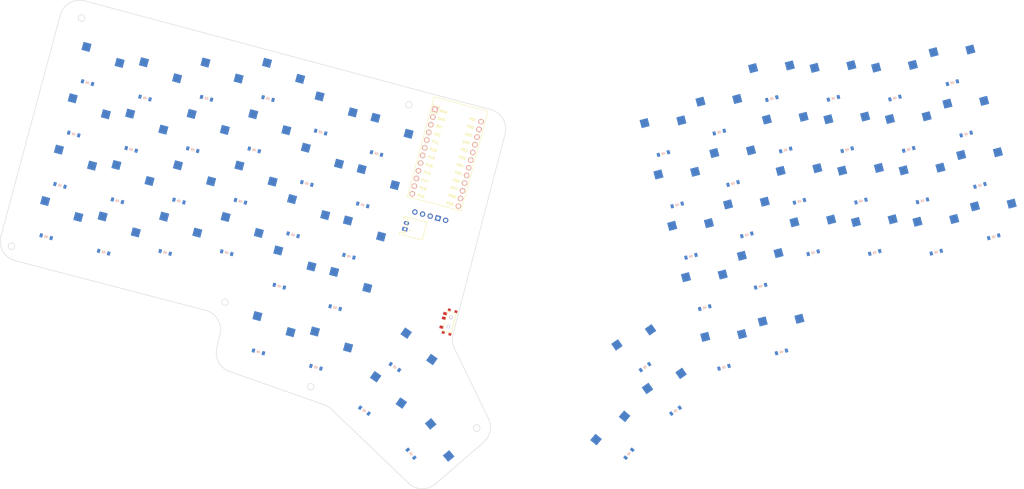
<source format=kicad_pcb>
(kicad_pcb (version 20171130) (host pcbnew 5.1.6)
  (title_block (title board) (rev v1.0.0) (company Unknown))
  (layers (0 F.Cu signal) (31 B.Cu signal) (34 B.Paste user) (35 F.Paste user) (36 B.SilkS user) (37 F.SilkS user) (38 B.Mask user) (39 F.Mask user) (44 Edge.Cuts user))
  (net 0 "")
  (net 1 "outer_bottom")
  (net 2 "P20")
  (net 3 "outer_home")
  (net 4 "outer_top")
  (net 5 "outer_num")
  (net 6 "pinky_bottom")
  (net 7 "P19")
  (net 8 "pinky_home")
  (net 9 "pinky_top")
  (net 10 "pinky_num")
  (net 11 "ring_bottom")
  (net 12 "P18")
  (net 13 "ring_home")
  (net 14 "ring_top")
  (net 15 "ring_num")
  (net 16 "middle_bottom")
  (net 17 "P15")
  (net 18 "middle_home")
  (net 19 "middle_top")
  (net 20 "middle_num")
  (net 21 "index_bottom")
  (net 22 "P14")
  (net 23 "index_home")
  (net 24 "index_top")
  (net 25 "index_num")
  (net 26 "inner_bottom")
  (net 27 "P16")
  (net 28 "inner_home")
  (net 29 "inner_top")
  (net 30 "inner_num")
  (net 31 "near1_home")
  (net 32 "near2_home")
  (net 33 "home_home")
  (net 34 "home_top")
  (net 35 "far_home")
  (net 36 "mirror_outer_bottom")
  (net 37 "mirror_outer_home")
  (net 38 "mirror_outer_top")
  (net 39 "mirror_outer_num")
  (net 40 "mirror_pinky_bottom")
  (net 41 "mirror_pinky_home")
  (net 42 "mirror_pinky_top")
  (net 43 "mirror_pinky_num")
  (net 44 "mirror_ring_bottom")
  (net 45 "mirror_ring_home")
  (net 46 "mirror_ring_top")
  (net 47 "mirror_ring_num")
  (net 48 "mirror_middle_bottom")
  (net 49 "mirror_middle_home")
  (net 50 "mirror_middle_top")
  (net 51 "mirror_middle_num")
  (net 52 "mirror_index_bottom")
  (net 53 "mirror_index_home")
  (net 54 "mirror_index_top")
  (net 55 "mirror_index_num")
  (net 56 "mirror_inner_bottom")
  (net 57 "mirror_inner_home")
  (net 58 "mirror_inner_top")
  (net 59 "mirror_inner_num")
  (net 60 "mirror_near1_home")
  (net 61 "mirror_near2_home")
  (net 62 "mirror_home_home")
  (net 63 "mirror_home_top")
  (net 64 "mirror_far_home")
  (net 65 "P7")
  (net 66 "P6")
  (net 67 "P5")
  (net 68 "P4")
  (net 69 "P3")
  (net 70 "RAW")
  (net 71 "GND")
  (net 72 "RST")
  (net 73 "VCC")
  (net 74 "P21")
  (net 75 "P10")
  (net 76 "P1")
  (net 77 "P0")
  (net 78 "P2")
  (net 79 "P8")
  (net 80 "P9")
  (net 81 "Bplus")
  (module PG1350 (layer F.Cu) (at 0 0 -15)
    (fp_text reference "S1" hide)
    (fp_text value "" hide)
    (pad "" np_thru_hole circle (at 0 0) (size 3.429 3.429) (drill 3.429) (layers *.Cu *.Mask))
    (pad "" np_thru_hole circle (at 5.5 0) (size 1.7018 1.7018) (drill 1.7018) (layers *.Cu *.Mask))
    (pad "" np_thru_hole circle (at -5.5 0) (size 1.7018 1.7018) (drill 1.7018) (layers *.Cu *.Mask))
    (pad "" np_thru_hole circle (at 5 -3.75) (size 3 3) (drill 3) (layers *.Cu *.Mask))
    (pad "" np_thru_hole circle (at 0 -5.95) (size 3 3) (drill 3) (layers *.Cu *.Mask))
    (pad 1 smd rect (at -3.275 -5.95 -15) (size 2.6 2.6) (layers B.Cu B.Paste B.Mask) (net 1 "outer_bottom"))
    (pad 2 smd rect (at 8.275 -3.75 -15) (size 2.6 2.6) (layers B.Cu B.Paste B.Mask) (net 2 "P20"))
  )
  (module PG1350 (layer F.Cu) (at 4.3999238 -16.4207391 -15)
    (fp_text reference "S2" hide)
    (fp_text value "" hide)
    (pad "" np_thru_hole circle (at 0 0) (size 3.429 3.429) (drill 3.429) (layers *.Cu *.Mask))
    (pad "" np_thru_hole circle (at 5.5 0) (size 1.7018 1.7018) (drill 1.7018) (layers *.Cu *.Mask))
    (pad "" np_thru_hole circle (at -5.5 0) (size 1.7018 1.7018) (drill 1.7018) (layers *.Cu *.Mask))
    (pad "" np_thru_hole circle (at 5 -3.75) (size 3 3) (drill 3) (layers *.Cu *.Mask))
    (pad "" np_thru_hole circle (at 0 -5.95) (size 3 3) (drill 3) (layers *.Cu *.Mask))
    (pad 1 smd rect (at -3.275 -5.95 -15) (size 2.6 2.6) (layers B.Cu B.Paste B.Mask) (net 3 "outer_home"))
    (pad 2 smd rect (at 8.275 -3.75 -15) (size 2.6 2.6) (layers B.Cu B.Paste B.Mask) (net 2 "P20"))
  )
  (module PG1350 (layer F.Cu) (at 8.7998476 -32.8414781 -15)
    (fp_text reference "S3" hide)
    (fp_text value "" hide)
    (pad "" np_thru_hole circle (at 0 0) (size 3.429 3.429) (drill 3.429) (layers *.Cu *.Mask))
    (pad "" np_thru_hole circle (at 5.5 0) (size 1.7018 1.7018) (drill 1.7018) (layers *.Cu *.Mask))
    (pad "" np_thru_hole circle (at -5.5 0) (size 1.7018 1.7018) (drill 1.7018) (layers *.Cu *.Mask))
    (pad "" np_thru_hole circle (at 5 -3.75) (size 3 3) (drill 3) (layers *.Cu *.Mask))
    (pad "" np_thru_hole circle (at 0 -5.95) (size 3 3) (drill 3) (layers *.Cu *.Mask))
    (pad 1 smd rect (at -3.275 -5.95 -15) (size 2.6 2.6) (layers B.Cu B.Paste B.Mask) (net 4 "outer_top"))
    (pad 2 smd rect (at 8.275 -3.75 -15) (size 2.6 2.6) (layers B.Cu B.Paste B.Mask) (net 2 "P20"))
  )
  (module PG1350 (layer F.Cu) (at 13.1997714 -49.2622172 -15)
    (fp_text reference "S4" hide)
    (fp_text value "" hide)
    (pad "" np_thru_hole circle (at 0 0) (size 3.429 3.429) (drill 3.429) (layers *.Cu *.Mask))
    (pad "" np_thru_hole circle (at 5.5 0) (size 1.7018 1.7018) (drill 1.7018) (layers *.Cu *.Mask))
    (pad "" np_thru_hole circle (at -5.5 0) (size 1.7018 1.7018) (drill 1.7018) (layers *.Cu *.Mask))
    (pad "" np_thru_hole circle (at 5 -3.75) (size 3 3) (drill 3) (layers *.Cu *.Mask))
    (pad "" np_thru_hole circle (at 0 -5.95) (size 3 3) (drill 3) (layers *.Cu *.Mask))
    (pad 1 smd rect (at -3.275 -5.95 -15) (size 2.6 2.6) (layers B.Cu B.Paste B.Mask) (net 5 "outer_num"))
    (pad 2 smd rect (at 8.275 -3.75 -15) (size 2.6 2.6) (layers B.Cu B.Paste B.Mask) (net 2 "P20"))
  )
  (module PG1350 (layer F.Cu) (at 18.3525907 4.9175619 -15)
    (fp_text reference "S5" hide)
    (fp_text value "" hide)
    (pad "" np_thru_hole circle (at 0 0) (size 3.429 3.429) (drill 3.429) (layers *.Cu *.Mask))
    (pad "" np_thru_hole circle (at 5.5 0) (size 1.7018 1.7018) (drill 1.7018) (layers *.Cu *.Mask))
    (pad "" np_thru_hole circle (at -5.5 0) (size 1.7018 1.7018) (drill 1.7018) (layers *.Cu *.Mask))
    (pad "" np_thru_hole circle (at 5 -3.75) (size 3 3) (drill 3) (layers *.Cu *.Mask))
    (pad "" np_thru_hole circle (at 0 -5.95) (size 3 3) (drill 3) (layers *.Cu *.Mask))
    (pad 1 smd rect (at -3.275 -5.95 -15) (size 2.6 2.6) (layers B.Cu B.Paste B.Mask) (net 6 "pinky_bottom"))
    (pad 2 smd rect (at 8.275 -3.75 -15) (size 2.6 2.6) (layers B.Cu B.Paste B.Mask) (net 7 "P19"))
  )
  (module PG1350 (layer F.Cu) (at 22.7525145 -11.5031772 -15)
    (fp_text reference "S6" hide)
    (fp_text value "" hide)
    (pad "" np_thru_hole circle (at 0 0) (size 3.429 3.429) (drill 3.429) (layers *.Cu *.Mask))
    (pad "" np_thru_hole circle (at 5.5 0) (size 1.7018 1.7018) (drill 1.7018) (layers *.Cu *.Mask))
    (pad "" np_thru_hole circle (at -5.5 0) (size 1.7018 1.7018) (drill 1.7018) (layers *.Cu *.Mask))
    (pad "" np_thru_hole circle (at 5 -3.75) (size 3 3) (drill 3) (layers *.Cu *.Mask))
    (pad "" np_thru_hole circle (at 0 -5.95) (size 3 3) (drill 3) (layers *.Cu *.Mask))
    (pad 1 smd rect (at -3.275 -5.95 -15) (size 2.6 2.6) (layers B.Cu B.Paste B.Mask) (net 8 "pinky_home"))
    (pad 2 smd rect (at 8.275 -3.75 -15) (size 2.6 2.6) (layers B.Cu B.Paste B.Mask) (net 7 "P19"))
  )
  (module PG1350 (layer F.Cu) (at 27.1524383 -27.9239163 -15)
    (fp_text reference "S7" hide)
    (fp_text value "" hide)
    (pad "" np_thru_hole circle (at 0 0) (size 3.429 3.429) (drill 3.429) (layers *.Cu *.Mask))
    (pad "" np_thru_hole circle (at 5.5 0) (size 1.7018 1.7018) (drill 1.7018) (layers *.Cu *.Mask))
    (pad "" np_thru_hole circle (at -5.5 0) (size 1.7018 1.7018) (drill 1.7018) (layers *.Cu *.Mask))
    (pad "" np_thru_hole circle (at 5 -3.75) (size 3 3) (drill 3) (layers *.Cu *.Mask))
    (pad "" np_thru_hole circle (at 0 -5.95) (size 3 3) (drill 3) (layers *.Cu *.Mask))
    (pad 1 smd rect (at -3.275 -5.95 -15) (size 2.6 2.6) (layers B.Cu B.Paste B.Mask) (net 9 "pinky_top"))
    (pad 2 smd rect (at 8.275 -3.75 -15) (size 2.6 2.6) (layers B.Cu B.Paste B.Mask) (net 7 "P19"))
  )
  (module PG1350 (layer F.Cu) (at 31.5523621 -44.3446553 -15)
    (fp_text reference "S8" hide)
    (fp_text value "" hide)
    (pad "" np_thru_hole circle (at 0 0) (size 3.429 3.429) (drill 3.429) (layers *.Cu *.Mask))
    (pad "" np_thru_hole circle (at 5.5 0) (size 1.7018 1.7018) (drill 1.7018) (layers *.Cu *.Mask))
    (pad "" np_thru_hole circle (at -5.5 0) (size 1.7018 1.7018) (drill 1.7018) (layers *.Cu *.Mask))
    (pad "" np_thru_hole circle (at 5 -3.75) (size 3 3) (drill 3) (layers *.Cu *.Mask))
    (pad "" np_thru_hole circle (at 0 -5.95) (size 3 3) (drill 3) (layers *.Cu *.Mask))
    (pad 1 smd rect (at -3.275 -5.95 -15) (size 2.6 2.6) (layers B.Cu B.Paste B.Mask) (net 10 "pinky_num"))
    (pad 2 smd rect (at 8.275 -3.75 -15) (size 2.6 2.6) (layers B.Cu B.Paste B.Mask) (net 7 "P19"))
  )
  (module PG1350 (layer F.Cu) (at 37.9992766 5.0054946 -15)
    (fp_text reference "S9" hide)
    (fp_text value "" hide)
    (pad "" np_thru_hole circle (at 0 0) (size 3.429 3.429) (drill 3.429) (layers *.Cu *.Mask))
    (pad "" np_thru_hole circle (at 5.5 0) (size 1.7018 1.7018) (drill 1.7018) (layers *.Cu *.Mask))
    (pad "" np_thru_hole circle (at -5.5 0) (size 1.7018 1.7018) (drill 1.7018) (layers *.Cu *.Mask))
    (pad "" np_thru_hole circle (at 5 -3.75) (size 3 3) (drill 3) (layers *.Cu *.Mask))
    (pad "" np_thru_hole circle (at 0 -5.95) (size 3 3) (drill 3) (layers *.Cu *.Mask))
    (pad 1 smd rect (at -3.275 -5.95 -15) (size 2.6 2.6) (layers B.Cu B.Paste B.Mask) (net 11 "ring_bottom"))
    (pad 2 smd rect (at 8.275 -3.75 -15) (size 2.6 2.6) (layers B.Cu B.Paste B.Mask) (net 12 "P18"))
  )
  (module PG1350 (layer F.Cu) (at 42.3992004 -11.4152445 -15)
    (fp_text reference "S10" hide)
    (fp_text value "" hide)
    (pad "" np_thru_hole circle (at 0 0) (size 3.429 3.429) (drill 3.429) (layers *.Cu *.Mask))
    (pad "" np_thru_hole circle (at 5.5 0) (size 1.7018 1.7018) (drill 1.7018) (layers *.Cu *.Mask))
    (pad "" np_thru_hole circle (at -5.5 0) (size 1.7018 1.7018) (drill 1.7018) (layers *.Cu *.Mask))
    (pad "" np_thru_hole circle (at 5 -3.75) (size 3 3) (drill 3) (layers *.Cu *.Mask))
    (pad "" np_thru_hole circle (at 0 -5.95) (size 3 3) (drill 3) (layers *.Cu *.Mask))
    (pad 1 smd rect (at -3.275 -5.95 -15) (size 2.6 2.6) (layers B.Cu B.Paste B.Mask) (net 13 "ring_home"))
    (pad 2 smd rect (at 8.275 -3.75 -15) (size 2.6 2.6) (layers B.Cu B.Paste B.Mask) (net 12 "P18"))
  )
  (module PG1350 (layer F.Cu) (at 46.7991242 -27.8359835 -15)
    (fp_text reference "S11" hide)
    (fp_text value "" hide)
    (pad "" np_thru_hole circle (at 0 0) (size 3.429 3.429) (drill 3.429) (layers *.Cu *.Mask))
    (pad "" np_thru_hole circle (at 5.5 0) (size 1.7018 1.7018) (drill 1.7018) (layers *.Cu *.Mask))
    (pad "" np_thru_hole circle (at -5.5 0) (size 1.7018 1.7018) (drill 1.7018) (layers *.Cu *.Mask))
    (pad "" np_thru_hole circle (at 5 -3.75) (size 3 3) (drill 3) (layers *.Cu *.Mask))
    (pad "" np_thru_hole circle (at 0 -5.95) (size 3 3) (drill 3) (layers *.Cu *.Mask))
    (pad 1 smd rect (at -3.275 -5.95 -15) (size 2.6 2.6) (layers B.Cu B.Paste B.Mask) (net 14 "ring_top"))
    (pad 2 smd rect (at 8.275 -3.75 -15) (size 2.6 2.6) (layers B.Cu B.Paste B.Mask) (net 12 "P18"))
  )
  (module PG1350 (layer F.Cu) (at 51.199048 -44.2567226 -15)
    (fp_text reference "S12" hide)
    (fp_text value "" hide)
    (pad "" np_thru_hole circle (at 0 0) (size 3.429 3.429) (drill 3.429) (layers *.Cu *.Mask))
    (pad "" np_thru_hole circle (at 5.5 0) (size 1.7018 1.7018) (drill 1.7018) (layers *.Cu *.Mask))
    (pad "" np_thru_hole circle (at -5.5 0) (size 1.7018 1.7018) (drill 1.7018) (layers *.Cu *.Mask))
    (pad "" np_thru_hole circle (at 5 -3.75) (size 3 3) (drill 3) (layers *.Cu *.Mask))
    (pad "" np_thru_hole circle (at 0 -5.95) (size 3 3) (drill 3) (layers *.Cu *.Mask))
    (pad 1 smd rect (at -3.275 -5.95 -15) (size 2.6 2.6) (layers B.Cu B.Paste B.Mask) (net 15 "ring_num"))
    (pad 2 smd rect (at 8.275 -3.75 -15) (size 2.6 2.6) (layers B.Cu B.Paste B.Mask) (net 12 "P18"))
  )
  (module PG1350 (layer F.Cu) (at 57.6459626 5.0934273 -15)
    (fp_text reference "S13" hide)
    (fp_text value "" hide)
    (pad "" np_thru_hole circle (at 0 0) (size 3.429 3.429) (drill 3.429) (layers *.Cu *.Mask))
    (pad "" np_thru_hole circle (at 5.5 0) (size 1.7018 1.7018) (drill 1.7018) (layers *.Cu *.Mask))
    (pad "" np_thru_hole circle (at -5.5 0) (size 1.7018 1.7018) (drill 1.7018) (layers *.Cu *.Mask))
    (pad "" np_thru_hole circle (at 5 -3.75) (size 3 3) (drill 3) (layers *.Cu *.Mask))
    (pad "" np_thru_hole circle (at 0 -5.95) (size 3 3) (drill 3) (layers *.Cu *.Mask))
    (pad 1 smd rect (at -3.275 -5.95 -15) (size 2.6 2.6) (layers B.Cu B.Paste B.Mask) (net 16 "middle_bottom"))
    (pad 2 smd rect (at 8.275 -3.75 -15) (size 2.6 2.6) (layers B.Cu B.Paste B.Mask) (net 17 "P15"))
  )
  (module PG1350 (layer F.Cu) (at 62.0458864 -11.3273117 -15)
    (fp_text reference "S14" hide)
    (fp_text value "" hide)
    (pad "" np_thru_hole circle (at 0 0) (size 3.429 3.429) (drill 3.429) (layers *.Cu *.Mask))
    (pad "" np_thru_hole circle (at 5.5 0) (size 1.7018 1.7018) (drill 1.7018) (layers *.Cu *.Mask))
    (pad "" np_thru_hole circle (at -5.5 0) (size 1.7018 1.7018) (drill 1.7018) (layers *.Cu *.Mask))
    (pad "" np_thru_hole circle (at 5 -3.75) (size 3 3) (drill 3) (layers *.Cu *.Mask))
    (pad "" np_thru_hole circle (at 0 -5.95) (size 3 3) (drill 3) (layers *.Cu *.Mask))
    (pad 1 smd rect (at -3.275 -5.95 -15) (size 2.6 2.6) (layers B.Cu B.Paste B.Mask) (net 18 "middle_home"))
    (pad 2 smd rect (at 8.275 -3.75 -15) (size 2.6 2.6) (layers B.Cu B.Paste B.Mask) (net 17 "P15"))
  )
  (module PG1350 (layer F.Cu) (at 66.4458102 -27.7480508 -15)
    (fp_text reference "S15" hide)
    (fp_text value "" hide)
    (pad "" np_thru_hole circle (at 0 0) (size 3.429 3.429) (drill 3.429) (layers *.Cu *.Mask))
    (pad "" np_thru_hole circle (at 5.5 0) (size 1.7018 1.7018) (drill 1.7018) (layers *.Cu *.Mask))
    (pad "" np_thru_hole circle (at -5.5 0) (size 1.7018 1.7018) (drill 1.7018) (layers *.Cu *.Mask))
    (pad "" np_thru_hole circle (at 5 -3.75) (size 3 3) (drill 3) (layers *.Cu *.Mask))
    (pad "" np_thru_hole circle (at 0 -5.95) (size 3 3) (drill 3) (layers *.Cu *.Mask))
    (pad 1 smd rect (at -3.275 -5.95 -15) (size 2.6 2.6) (layers B.Cu B.Paste B.Mask) (net 19 "middle_top"))
    (pad 2 smd rect (at 8.275 -3.75 -15) (size 2.6 2.6) (layers B.Cu B.Paste B.Mask) (net 17 "P15"))
  )
  (module PG1350 (layer F.Cu) (at 70.845734 -44.1687899 -15)
    (fp_text reference "S16" hide)
    (fp_text value "" hide)
    (pad "" np_thru_hole circle (at 0 0) (size 3.429 3.429) (drill 3.429) (layers *.Cu *.Mask))
    (pad "" np_thru_hole circle (at 5.5 0) (size 1.7018 1.7018) (drill 1.7018) (layers *.Cu *.Mask))
    (pad "" np_thru_hole circle (at -5.5 0) (size 1.7018 1.7018) (drill 1.7018) (layers *.Cu *.Mask))
    (pad "" np_thru_hole circle (at 5 -3.75) (size 3 3) (drill 3) (layers *.Cu *.Mask))
    (pad "" np_thru_hole circle (at 0 -5.95) (size 3 3) (drill 3) (layers *.Cu *.Mask))
    (pad 1 smd rect (at -3.275 -5.95 -15) (size 2.6 2.6) (layers B.Cu B.Paste B.Mask) (net 20 "middle_num"))
    (pad 2 smd rect (at 8.275 -3.75 -15) (size 2.6 2.6) (layers B.Cu B.Paste B.Mask) (net 17 "P15"))
  )
  (module PG1350 (layer F.Cu) (at 74.445639 15.8065442 -15)
    (fp_text reference "S17" hide)
    (fp_text value "" hide)
    (pad "" np_thru_hole circle (at 0 0) (size 3.429 3.429) (drill 3.429) (layers *.Cu *.Mask))
    (pad "" np_thru_hole circle (at 5.5 0) (size 1.7018 1.7018) (drill 1.7018) (layers *.Cu *.Mask))
    (pad "" np_thru_hole circle (at -5.5 0) (size 1.7018 1.7018) (drill 1.7018) (layers *.Cu *.Mask))
    (pad "" np_thru_hole circle (at 5 -3.75) (size 3 3) (drill 3) (layers *.Cu *.Mask))
    (pad "" np_thru_hole circle (at 0 -5.95) (size 3 3) (drill 3) (layers *.Cu *.Mask))
    (pad 1 smd rect (at -3.275 -5.95 -15) (size 2.6 2.6) (layers B.Cu B.Paste B.Mask) (net 21 "index_bottom"))
    (pad 2 smd rect (at 8.275 -3.75 -15) (size 2.6 2.6) (layers B.Cu B.Paste B.Mask) (net 22 "P14"))
  )
  (module PG1350 (layer F.Cu) (at 78.8455628 -0.6141949 -15)
    (fp_text reference "S18" hide)
    (fp_text value "" hide)
    (pad "" np_thru_hole circle (at 0 0) (size 3.429 3.429) (drill 3.429) (layers *.Cu *.Mask))
    (pad "" np_thru_hole circle (at 5.5 0) (size 1.7018 1.7018) (drill 1.7018) (layers *.Cu *.Mask))
    (pad "" np_thru_hole circle (at -5.5 0) (size 1.7018 1.7018) (drill 1.7018) (layers *.Cu *.Mask))
    (pad "" np_thru_hole circle (at 5 -3.75) (size 3 3) (drill 3) (layers *.Cu *.Mask))
    (pad "" np_thru_hole circle (at 0 -5.95) (size 3 3) (drill 3) (layers *.Cu *.Mask))
    (pad 1 smd rect (at -3.275 -5.95 -15) (size 2.6 2.6) (layers B.Cu B.Paste B.Mask) (net 23 "index_home"))
    (pad 2 smd rect (at 8.275 -3.75 -15) (size 2.6 2.6) (layers B.Cu B.Paste B.Mask) (net 22 "P14"))
  )
  (module PG1350 (layer F.Cu) (at 83.2454866 -17.034934 -15)
    (fp_text reference "S19" hide)
    (fp_text value "" hide)
    (pad "" np_thru_hole circle (at 0 0) (size 3.429 3.429) (drill 3.429) (layers *.Cu *.Mask))
    (pad "" np_thru_hole circle (at 5.5 0) (size 1.7018 1.7018) (drill 1.7018) (layers *.Cu *.Mask))
    (pad "" np_thru_hole circle (at -5.5 0) (size 1.7018 1.7018) (drill 1.7018) (layers *.Cu *.Mask))
    (pad "" np_thru_hole circle (at 5 -3.75) (size 3 3) (drill 3) (layers *.Cu *.Mask))
    (pad "" np_thru_hole circle (at 0 -5.95) (size 3 3) (drill 3) (layers *.Cu *.Mask))
    (pad 1 smd rect (at -3.275 -5.95 -15) (size 2.6 2.6) (layers B.Cu B.Paste B.Mask) (net 24 "index_top"))
    (pad 2 smd rect (at 8.275 -3.75 -15) (size 2.6 2.6) (layers B.Cu B.Paste B.Mask) (net 22 "P14"))
  )
  (module PG1350 (layer F.Cu) (at 87.6454104 -33.455673 -15)
    (fp_text reference "S20" hide)
    (fp_text value "" hide)
    (pad "" np_thru_hole circle (at 0 0) (size 3.429 3.429) (drill 3.429) (layers *.Cu *.Mask))
    (pad "" np_thru_hole circle (at 5.5 0) (size 1.7018 1.7018) (drill 1.7018) (layers *.Cu *.Mask))
    (pad "" np_thru_hole circle (at -5.5 0) (size 1.7018 1.7018) (drill 1.7018) (layers *.Cu *.Mask))
    (pad "" np_thru_hole circle (at 5 -3.75) (size 3 3) (drill 3) (layers *.Cu *.Mask))
    (pad "" np_thru_hole circle (at 0 -5.95) (size 3 3) (drill 3) (layers *.Cu *.Mask))
    (pad 1 smd rect (at -3.275 -5.95 -15) (size 2.6 2.6) (layers B.Cu B.Paste B.Mask) (net 25 "index_num"))
    (pad 2 smd rect (at 8.275 -3.75 -15) (size 2.6 2.6) (layers B.Cu B.Paste B.Mask) (net 22 "P14"))
  )
  (module PG1350 (layer F.Cu) (at 92.2805916 22.6559576 -15)
    (fp_text reference "S21" hide)
    (fp_text value "" hide)
    (pad "" np_thru_hole circle (at 0 0) (size 3.429 3.429) (drill 3.429) (layers *.Cu *.Mask))
    (pad "" np_thru_hole circle (at 5.5 0) (size 1.7018 1.7018) (drill 1.7018) (layers *.Cu *.Mask))
    (pad "" np_thru_hole circle (at -5.5 0) (size 1.7018 1.7018) (drill 1.7018) (layers *.Cu *.Mask))
    (pad "" np_thru_hole circle (at 5 -3.75) (size 3 3) (drill 3) (layers *.Cu *.Mask))
    (pad "" np_thru_hole circle (at 0 -5.95) (size 3 3) (drill 3) (layers *.Cu *.Mask))
    (pad 1 smd rect (at -3.275 -5.95 -15) (size 2.6 2.6) (layers B.Cu B.Paste B.Mask) (net 26 "inner_bottom"))
    (pad 2 smd rect (at 8.275 -3.75 -15) (size 2.6 2.6) (layers B.Cu B.Paste B.Mask) (net 27 "P16"))
  )
  (module PG1350 (layer F.Cu) (at 96.6805154 6.2352185 -15)
    (fp_text reference "S22" hide)
    (fp_text value "" hide)
    (pad "" np_thru_hole circle (at 0 0) (size 3.429 3.429) (drill 3.429) (layers *.Cu *.Mask))
    (pad "" np_thru_hole circle (at 5.5 0) (size 1.7018 1.7018) (drill 1.7018) (layers *.Cu *.Mask))
    (pad "" np_thru_hole circle (at -5.5 0) (size 1.7018 1.7018) (drill 1.7018) (layers *.Cu *.Mask))
    (pad "" np_thru_hole circle (at 5 -3.75) (size 3 3) (drill 3) (layers *.Cu *.Mask))
    (pad "" np_thru_hole circle (at 0 -5.95) (size 3 3) (drill 3) (layers *.Cu *.Mask))
    (pad 1 smd rect (at -3.275 -5.95 -15) (size 2.6 2.6) (layers B.Cu B.Paste B.Mask) (net 28 "inner_home"))
    (pad 2 smd rect (at 8.275 -3.75 -15) (size 2.6 2.6) (layers B.Cu B.Paste B.Mask) (net 27 "P16"))
  )
  (module PG1350 (layer F.Cu) (at 101.0804392 -10.1855206 -15)
    (fp_text reference "S23" hide)
    (fp_text value "" hide)
    (pad "" np_thru_hole circle (at 0 0) (size 3.429 3.429) (drill 3.429) (layers *.Cu *.Mask))
    (pad "" np_thru_hole circle (at 5.5 0) (size 1.7018 1.7018) (drill 1.7018) (layers *.Cu *.Mask))
    (pad "" np_thru_hole circle (at -5.5 0) (size 1.7018 1.7018) (drill 1.7018) (layers *.Cu *.Mask))
    (pad "" np_thru_hole circle (at 5 -3.75) (size 3 3) (drill 3) (layers *.Cu *.Mask))
    (pad "" np_thru_hole circle (at 0 -5.95) (size 3 3) (drill 3) (layers *.Cu *.Mask))
    (pad 1 smd rect (at -3.275 -5.95 -15) (size 2.6 2.6) (layers B.Cu B.Paste B.Mask) (net 29 "inner_top"))
    (pad 2 smd rect (at 8.275 -3.75 -15) (size 2.6 2.6) (layers B.Cu B.Paste B.Mask) (net 27 "P16"))
  )
  (module PG1350 (layer F.Cu) (at 105.480363 -26.6062596 -15)
    (fp_text reference "S24" hide)
    (fp_text value "" hide)
    (pad "" np_thru_hole circle (at 0 0) (size 3.429 3.429) (drill 3.429) (layers *.Cu *.Mask))
    (pad "" np_thru_hole circle (at 5.5 0) (size 1.7018 1.7018) (drill 1.7018) (layers *.Cu *.Mask))
    (pad "" np_thru_hole circle (at -5.5 0) (size 1.7018 1.7018) (drill 1.7018) (layers *.Cu *.Mask))
    (pad "" np_thru_hole circle (at 5 -3.75) (size 3 3) (drill 3) (layers *.Cu *.Mask))
    (pad "" np_thru_hole circle (at 0 -5.95) (size 3 3) (drill 3) (layers *.Cu *.Mask))
    (pad 1 smd rect (at -3.275 -5.95 -15) (size 2.6 2.6) (layers B.Cu B.Paste B.Mask) (net 30 "inner_num"))
    (pad 2 smd rect (at 8.275 -3.75 -15) (size 2.6 2.6) (layers B.Cu B.Paste B.Mask) (net 27 "P16"))
  )
  (module PG1350 (layer F.Cu) (at 67.7856942 36.7980932 -15)
    (fp_text reference "S25" hide)
    (fp_text value "" hide)
    (pad "" np_thru_hole circle (at 0 0) (size 3.429 3.429) (drill 3.429) (layers *.Cu *.Mask))
    (pad "" np_thru_hole circle (at 5.5 0) (size 1.7018 1.7018) (drill 1.7018) (layers *.Cu *.Mask))
    (pad "" np_thru_hole circle (at -5.5 0) (size 1.7018 1.7018) (drill 1.7018) (layers *.Cu *.Mask))
    (pad "" np_thru_hole circle (at 5 -3.75) (size 3 3) (drill 3) (layers *.Cu *.Mask))
    (pad "" np_thru_hole circle (at 0 -5.95) (size 3 3) (drill 3) (layers *.Cu *.Mask))
    (pad 1 smd rect (at -3.275 -5.95 -15) (size 2.6 2.6) (layers B.Cu B.Paste B.Mask) (net 31 "near1_home"))
    (pad 2 smd rect (at 8.275 -3.75 -15) (size 2.6 2.6) (layers B.Cu B.Paste B.Mask) (net 2 "P20"))
  )
  (module PG1350 (layer F.Cu) (at 86.1382849 41.7156551 -15)
    (fp_text reference "S26" hide)
    (fp_text value "" hide)
    (pad "" np_thru_hole circle (at 0 0) (size 3.429 3.429) (drill 3.429) (layers *.Cu *.Mask))
    (pad "" np_thru_hole circle (at 5.5 0) (size 1.7018 1.7018) (drill 1.7018) (layers *.Cu *.Mask))
    (pad "" np_thru_hole circle (at -5.5 0) (size 1.7018 1.7018) (drill 1.7018) (layers *.Cu *.Mask))
    (pad "" np_thru_hole circle (at 5 -3.75) (size 3 3) (drill 3) (layers *.Cu *.Mask))
    (pad "" np_thru_hole circle (at 0 -5.95) (size 3 3) (drill 3) (layers *.Cu *.Mask))
    (pad 1 smd rect (at -3.275 -5.95 -15) (size 2.6 2.6) (layers B.Cu B.Paste B.Mask) (net 32 "near2_home"))
    (pad 2 smd rect (at 8.275 -3.75 -15) (size 2.6 2.6) (layers B.Cu B.Paste B.Mask) (net 7 "P19"))
  )
  (module PG1350 (layer F.Cu) (at 103.1840575 56.3223143 -35)
    (fp_text reference "S27" hide)
    (fp_text value "" hide)
    (pad "" np_thru_hole circle (at 0 0) (size 3.429 3.429) (drill 3.429) (layers *.Cu *.Mask))
    (pad "" np_thru_hole circle (at 5.5 0) (size 1.7018 1.7018) (drill 1.7018) (layers *.Cu *.Mask))
    (pad "" np_thru_hole circle (at -5.5 0) (size 1.7018 1.7018) (drill 1.7018) (layers *.Cu *.Mask))
    (pad "" np_thru_hole circle (at 5 -3.75) (size 3 3) (drill 3) (layers *.Cu *.Mask))
    (pad "" np_thru_hole circle (at 0 -5.95) (size 3 3) (drill 3) (layers *.Cu *.Mask))
    (pad 1 smd rect (at -3.275 -5.95 -35) (size 2.6 2.6) (layers B.Cu B.Paste B.Mask) (net 33 "home_home"))
    (pad 2 smd rect (at 8.275 -3.75 -35) (size 2.6 2.6) (layers B.Cu B.Paste B.Mask) (net 12 "P18"))
  )
  (module PG1350 (layer F.Cu) (at 112.9348569 42.3967296 -35)
    (fp_text reference "S28" hide)
    (fp_text value "" hide)
    (pad "" np_thru_hole circle (at 0 0) (size 3.429 3.429) (drill 3.429) (layers *.Cu *.Mask))
    (pad "" np_thru_hole circle (at 5.5 0) (size 1.7018 1.7018) (drill 1.7018) (layers *.Cu *.Mask))
    (pad "" np_thru_hole circle (at -5.5 0) (size 1.7018 1.7018) (drill 1.7018) (layers *.Cu *.Mask))
    (pad "" np_thru_hole circle (at 5 -3.75) (size 3 3) (drill 3) (layers *.Cu *.Mask))
    (pad "" np_thru_hole circle (at 0 -5.95) (size 3 3) (drill 3) (layers *.Cu *.Mask))
    (pad 1 smd rect (at -3.275 -5.95 -35) (size 2.6 2.6) (layers B.Cu B.Paste B.Mask) (net 34 "home_top"))
    (pad 2 smd rect (at 8.275 -3.75 -35) (size 2.6 2.6) (layers B.Cu B.Paste B.Mask) (net 17 "P15"))
  )
  (module PG1350 (layer F.Cu) (at 119.0359657 70.9806905 -50)
    (fp_text reference "S29" hide)
    (fp_text value "" hide)
    (pad "" np_thru_hole circle (at 0 0) (size 3.429 3.429) (drill 3.429) (layers *.Cu *.Mask))
    (pad "" np_thru_hole circle (at 5.5 0) (size 1.7018 1.7018) (drill 1.7018) (layers *.Cu *.Mask))
    (pad "" np_thru_hole circle (at -5.5 0) (size 1.7018 1.7018) (drill 1.7018) (layers *.Cu *.Mask))
    (pad "" np_thru_hole circle (at 5 -3.75) (size 3 3) (drill 3) (layers *.Cu *.Mask))
    (pad "" np_thru_hole circle (at 0 -5.95) (size 3 3) (drill 3) (layers *.Cu *.Mask))
    (pad 1 smd rect (at -3.275 -5.95 -50) (size 2.6 2.6) (layers B.Cu B.Paste B.Mask) (net 35 "far_home"))
    (pad 2 smd rect (at 8.275 -3.75 -50) (size 2.6 2.6) (layers B.Cu B.Paste B.Mask) (net 22 "P14"))
  )
  (module PG1350 (layer F.Cu) (at 300 0 15)
    (fp_text reference "S30" hide)
    (fp_text value "" hide)
    (pad "" np_thru_hole circle (at 0 0) (size 3.429 3.429) (drill 3.429) (layers *.Cu *.Mask))
    (pad "" np_thru_hole circle (at 5.5 0) (size 1.7018 1.7018) (drill 1.7018) (layers *.Cu *.Mask))
    (pad "" np_thru_hole circle (at -5.5 0) (size 1.7018 1.7018) (drill 1.7018) (layers *.Cu *.Mask))
    (pad "" np_thru_hole circle (at 5 -3.75) (size 3 3) (drill 3) (layers *.Cu *.Mask))
    (pad "" np_thru_hole circle (at 0 -5.95) (size 3 3) (drill 3) (layers *.Cu *.Mask))
    (pad 1 smd rect (at -3.275 -5.95 15) (size 2.6 2.6) (layers B.Cu B.Paste B.Mask) (net 36 "mirror_outer_bottom"))
    (pad 2 smd rect (at 8.275 -3.75 15) (size 2.6 2.6) (layers B.Cu B.Paste B.Mask) (net 2 "P20"))
  )
  (module PG1350 (layer F.Cu) (at 295.6000762 -16.4207391 15)
    (fp_text reference "S31" hide)
    (fp_text value "" hide)
    (pad "" np_thru_hole circle (at 0 0) (size 3.429 3.429) (drill 3.429) (layers *.Cu *.Mask))
    (pad "" np_thru_hole circle (at 5.5 0) (size 1.7018 1.7018) (drill 1.7018) (layers *.Cu *.Mask))
    (pad "" np_thru_hole circle (at -5.5 0) (size 1.7018 1.7018) (drill 1.7018) (layers *.Cu *.Mask))
    (pad "" np_thru_hole circle (at 5 -3.75) (size 3 3) (drill 3) (layers *.Cu *.Mask))
    (pad "" np_thru_hole circle (at 0 -5.95) (size 3 3) (drill 3) (layers *.Cu *.Mask))
    (pad 1 smd rect (at -3.275 -5.95 15) (size 2.6 2.6) (layers B.Cu B.Paste B.Mask) (net 37 "mirror_outer_home"))
    (pad 2 smd rect (at 8.275 -3.75 15) (size 2.6 2.6) (layers B.Cu B.Paste B.Mask) (net 2 "P20"))
  )
  (module PG1350 (layer F.Cu) (at 291.2001524 -32.8414781 15)
    (fp_text reference "S32" hide)
    (fp_text value "" hide)
    (pad "" np_thru_hole circle (at 0 0) (size 3.429 3.429) (drill 3.429) (layers *.Cu *.Mask))
    (pad "" np_thru_hole circle (at 5.5 0) (size 1.7018 1.7018) (drill 1.7018) (layers *.Cu *.Mask))
    (pad "" np_thru_hole circle (at -5.5 0) (size 1.7018 1.7018) (drill 1.7018) (layers *.Cu *.Mask))
    (pad "" np_thru_hole circle (at 5 -3.75) (size 3 3) (drill 3) (layers *.Cu *.Mask))
    (pad "" np_thru_hole circle (at 0 -5.95) (size 3 3) (drill 3) (layers *.Cu *.Mask))
    (pad 1 smd rect (at -3.275 -5.95 15) (size 2.6 2.6) (layers B.Cu B.Paste B.Mask) (net 38 "mirror_outer_top"))
    (pad 2 smd rect (at 8.275 -3.75 15) (size 2.6 2.6) (layers B.Cu B.Paste B.Mask) (net 2 "P20"))
  )
  (module PG1350 (layer F.Cu) (at 286.8002286 -49.2622172 15)
    (fp_text reference "S33" hide)
    (fp_text value "" hide)
    (pad "" np_thru_hole circle (at 0 0) (size 3.429 3.429) (drill 3.429) (layers *.Cu *.Mask))
    (pad "" np_thru_hole circle (at 5.5 0) (size 1.7018 1.7018) (drill 1.7018) (layers *.Cu *.Mask))
    (pad "" np_thru_hole circle (at -5.5 0) (size 1.7018 1.7018) (drill 1.7018) (layers *.Cu *.Mask))
    (pad "" np_thru_hole circle (at 5 -3.75) (size 3 3) (drill 3) (layers *.Cu *.Mask))
    (pad "" np_thru_hole circle (at 0 -5.95) (size 3 3) (drill 3) (layers *.Cu *.Mask))
    (pad 1 smd rect (at -3.275 -5.95 15) (size 2.6 2.6) (layers B.Cu B.Paste B.Mask) (net 39 "mirror_outer_num"))
    (pad 2 smd rect (at 8.275 -3.75 15) (size 2.6 2.6) (layers B.Cu B.Paste B.Mask) (net 2 "P20"))
  )
  (module PG1350 (layer F.Cu) (at 281.6474093 4.9175619 15)
    (fp_text reference "S34" hide)
    (fp_text value "" hide)
    (pad "" np_thru_hole circle (at 0 0) (size 3.429 3.429) (drill 3.429) (layers *.Cu *.Mask))
    (pad "" np_thru_hole circle (at 5.5 0) (size 1.7018 1.7018) (drill 1.7018) (layers *.Cu *.Mask))
    (pad "" np_thru_hole circle (at -5.5 0) (size 1.7018 1.7018) (drill 1.7018) (layers *.Cu *.Mask))
    (pad "" np_thru_hole circle (at 5 -3.75) (size 3 3) (drill 3) (layers *.Cu *.Mask))
    (pad "" np_thru_hole circle (at 0 -5.95) (size 3 3) (drill 3) (layers *.Cu *.Mask))
    (pad 1 smd rect (at -3.275 -5.95 15) (size 2.6 2.6) (layers B.Cu B.Paste B.Mask) (net 40 "mirror_pinky_bottom"))
    (pad 2 smd rect (at 8.275 -3.75 15) (size 2.6 2.6) (layers B.Cu B.Paste B.Mask) (net 7 "P19"))
  )
  (module PG1350 (layer F.Cu) (at 277.2474855 -11.5031772 15)
    (fp_text reference "S35" hide)
    (fp_text value "" hide)
    (pad "" np_thru_hole circle (at 0 0) (size 3.429 3.429) (drill 3.429) (layers *.Cu *.Mask))
    (pad "" np_thru_hole circle (at 5.5 0) (size 1.7018 1.7018) (drill 1.7018) (layers *.Cu *.Mask))
    (pad "" np_thru_hole circle (at -5.5 0) (size 1.7018 1.7018) (drill 1.7018) (layers *.Cu *.Mask))
    (pad "" np_thru_hole circle (at 5 -3.75) (size 3 3) (drill 3) (layers *.Cu *.Mask))
    (pad "" np_thru_hole circle (at 0 -5.95) (size 3 3) (drill 3) (layers *.Cu *.Mask))
    (pad 1 smd rect (at -3.275 -5.95 15) (size 2.6 2.6) (layers B.Cu B.Paste B.Mask) (net 41 "mirror_pinky_home"))
    (pad 2 smd rect (at 8.275 -3.75 15) (size 2.6 2.6) (layers B.Cu B.Paste B.Mask) (net 7 "P19"))
  )
  (module PG1350 (layer F.Cu) (at 272.8475617 -27.9239163 15)
    (fp_text reference "S36" hide)
    (fp_text value "" hide)
    (pad "" np_thru_hole circle (at 0 0) (size 3.429 3.429) (drill 3.429) (layers *.Cu *.Mask))
    (pad "" np_thru_hole circle (at 5.5 0) (size 1.7018 1.7018) (drill 1.7018) (layers *.Cu *.Mask))
    (pad "" np_thru_hole circle (at -5.5 0) (size 1.7018 1.7018) (drill 1.7018) (layers *.Cu *.Mask))
    (pad "" np_thru_hole circle (at 5 -3.75) (size 3 3) (drill 3) (layers *.Cu *.Mask))
    (pad "" np_thru_hole circle (at 0 -5.95) (size 3 3) (drill 3) (layers *.Cu *.Mask))
    (pad 1 smd rect (at -3.275 -5.95 15) (size 2.6 2.6) (layers B.Cu B.Paste B.Mask) (net 42 "mirror_pinky_top"))
    (pad 2 smd rect (at 8.275 -3.75 15) (size 2.6 2.6) (layers B.Cu B.Paste B.Mask) (net 7 "P19"))
  )
  (module PG1350 (layer F.Cu) (at 268.4476379 -44.3446553 15)
    (fp_text reference "S37" hide)
    (fp_text value "" hide)
    (pad "" np_thru_hole circle (at 0 0) (size 3.429 3.429) (drill 3.429) (layers *.Cu *.Mask))
    (pad "" np_thru_hole circle (at 5.5 0) (size 1.7018 1.7018) (drill 1.7018) (layers *.Cu *.Mask))
    (pad "" np_thru_hole circle (at -5.5 0) (size 1.7018 1.7018) (drill 1.7018) (layers *.Cu *.Mask))
    (pad "" np_thru_hole circle (at 5 -3.75) (size 3 3) (drill 3) (layers *.Cu *.Mask))
    (pad "" np_thru_hole circle (at 0 -5.95) (size 3 3) (drill 3) (layers *.Cu *.Mask))
    (pad 1 smd rect (at -3.275 -5.95 15) (size 2.6 2.6) (layers B.Cu B.Paste B.Mask) (net 43 "mirror_pinky_num"))
    (pad 2 smd rect (at 8.275 -3.75 15) (size 2.6 2.6) (layers B.Cu B.Paste B.Mask) (net 7 "P19"))
  )
  (module PG1350 (layer F.Cu) (at 262.00072339999997 5.0054946 15)
    (fp_text reference "S38" hide)
    (fp_text value "" hide)
    (pad "" np_thru_hole circle (at 0 0) (size 3.429 3.429) (drill 3.429) (layers *.Cu *.Mask))
    (pad "" np_thru_hole circle (at 5.5 0) (size 1.7018 1.7018) (drill 1.7018) (layers *.Cu *.Mask))
    (pad "" np_thru_hole circle (at -5.5 0) (size 1.7018 1.7018) (drill 1.7018) (layers *.Cu *.Mask))
    (pad "" np_thru_hole circle (at 5 -3.75) (size 3 3) (drill 3) (layers *.Cu *.Mask))
    (pad "" np_thru_hole circle (at 0 -5.95) (size 3 3) (drill 3) (layers *.Cu *.Mask))
    (pad 1 smd rect (at -3.275 -5.95 15) (size 2.6 2.6) (layers B.Cu B.Paste B.Mask) (net 44 "mirror_ring_bottom"))
    (pad 2 smd rect (at 8.275 -3.75 15) (size 2.6 2.6) (layers B.Cu B.Paste B.Mask) (net 12 "P18"))
  )
  (module PG1350 (layer F.Cu) (at 257.6007996 -11.4152445 15)
    (fp_text reference "S39" hide)
    (fp_text value "" hide)
    (pad "" np_thru_hole circle (at 0 0) (size 3.429 3.429) (drill 3.429) (layers *.Cu *.Mask))
    (pad "" np_thru_hole circle (at 5.5 0) (size 1.7018 1.7018) (drill 1.7018) (layers *.Cu *.Mask))
    (pad "" np_thru_hole circle (at -5.5 0) (size 1.7018 1.7018) (drill 1.7018) (layers *.Cu *.Mask))
    (pad "" np_thru_hole circle (at 5 -3.75) (size 3 3) (drill 3) (layers *.Cu *.Mask))
    (pad "" np_thru_hole circle (at 0 -5.95) (size 3 3) (drill 3) (layers *.Cu *.Mask))
    (pad 1 smd rect (at -3.275 -5.95 15) (size 2.6 2.6) (layers B.Cu B.Paste B.Mask) (net 45 "mirror_ring_home"))
    (pad 2 smd rect (at 8.275 -3.75 15) (size 2.6 2.6) (layers B.Cu B.Paste B.Mask) (net 12 "P18"))
  )
  (module PG1350 (layer F.Cu) (at 253.2008758 -27.8359835 15)
    (fp_text reference "S40" hide)
    (fp_text value "" hide)
    (pad "" np_thru_hole circle (at 0 0) (size 3.429 3.429) (drill 3.429) (layers *.Cu *.Mask))
    (pad "" np_thru_hole circle (at 5.5 0) (size 1.7018 1.7018) (drill 1.7018) (layers *.Cu *.Mask))
    (pad "" np_thru_hole circle (at -5.5 0) (size 1.7018 1.7018) (drill 1.7018) (layers *.Cu *.Mask))
    (pad "" np_thru_hole circle (at 5 -3.75) (size 3 3) (drill 3) (layers *.Cu *.Mask))
    (pad "" np_thru_hole circle (at 0 -5.95) (size 3 3) (drill 3) (layers *.Cu *.Mask))
    (pad 1 smd rect (at -3.275 -5.95 15) (size 2.6 2.6) (layers B.Cu B.Paste B.Mask) (net 46 "mirror_ring_top"))
    (pad 2 smd rect (at 8.275 -3.75 15) (size 2.6 2.6) (layers B.Cu B.Paste B.Mask) (net 12 "P18"))
  )
  (module PG1350 (layer F.Cu) (at 248.800952 -44.2567226 15)
    (fp_text reference "S41" hide)
    (fp_text value "" hide)
    (pad "" np_thru_hole circle (at 0 0) (size 3.429 3.429) (drill 3.429) (layers *.Cu *.Mask))
    (pad "" np_thru_hole circle (at 5.5 0) (size 1.7018 1.7018) (drill 1.7018) (layers *.Cu *.Mask))
    (pad "" np_thru_hole circle (at -5.5 0) (size 1.7018 1.7018) (drill 1.7018) (layers *.Cu *.Mask))
    (pad "" np_thru_hole circle (at 5 -3.75) (size 3 3) (drill 3) (layers *.Cu *.Mask))
    (pad "" np_thru_hole circle (at 0 -5.95) (size 3 3) (drill 3) (layers *.Cu *.Mask))
    (pad 1 smd rect (at -3.275 -5.95 15) (size 2.6 2.6) (layers B.Cu B.Paste B.Mask) (net 47 "mirror_ring_num"))
    (pad 2 smd rect (at 8.275 -3.75 15) (size 2.6 2.6) (layers B.Cu B.Paste B.Mask) (net 12 "P18"))
  )
  (module PG1350 (layer F.Cu) (at 242.3540374 5.0934273 15)
    (fp_text reference "S42" hide)
    (fp_text value "" hide)
    (pad "" np_thru_hole circle (at 0 0) (size 3.429 3.429) (drill 3.429) (layers *.Cu *.Mask))
    (pad "" np_thru_hole circle (at 5.5 0) (size 1.7018 1.7018) (drill 1.7018) (layers *.Cu *.Mask))
    (pad "" np_thru_hole circle (at -5.5 0) (size 1.7018 1.7018) (drill 1.7018) (layers *.Cu *.Mask))
    (pad "" np_thru_hole circle (at 5 -3.75) (size 3 3) (drill 3) (layers *.Cu *.Mask))
    (pad "" np_thru_hole circle (at 0 -5.95) (size 3 3) (drill 3) (layers *.Cu *.Mask))
    (pad 1 smd rect (at -3.275 -5.95 15) (size 2.6 2.6) (layers B.Cu B.Paste B.Mask) (net 48 "mirror_middle_bottom"))
    (pad 2 smd rect (at 8.275 -3.75 15) (size 2.6 2.6) (layers B.Cu B.Paste B.Mask) (net 17 "P15"))
  )
  (module PG1350 (layer F.Cu) (at 237.9541136 -11.3273117 15)
    (fp_text reference "S43" hide)
    (fp_text value "" hide)
    (pad "" np_thru_hole circle (at 0 0) (size 3.429 3.429) (drill 3.429) (layers *.Cu *.Mask))
    (pad "" np_thru_hole circle (at 5.5 0) (size 1.7018 1.7018) (drill 1.7018) (layers *.Cu *.Mask))
    (pad "" np_thru_hole circle (at -5.5 0) (size 1.7018 1.7018) (drill 1.7018) (layers *.Cu *.Mask))
    (pad "" np_thru_hole circle (at 5 -3.75) (size 3 3) (drill 3) (layers *.Cu *.Mask))
    (pad "" np_thru_hole circle (at 0 -5.95) (size 3 3) (drill 3) (layers *.Cu *.Mask))
    (pad 1 smd rect (at -3.275 -5.95 15) (size 2.6 2.6) (layers B.Cu B.Paste B.Mask) (net 49 "mirror_middle_home"))
    (pad 2 smd rect (at 8.275 -3.75 15) (size 2.6 2.6) (layers B.Cu B.Paste B.Mask) (net 17 "P15"))
  )
  (module PG1350 (layer F.Cu) (at 233.55418980000002 -27.7480508 15)
    (fp_text reference "S44" hide)
    (fp_text value "" hide)
    (pad "" np_thru_hole circle (at 0 0) (size 3.429 3.429) (drill 3.429) (layers *.Cu *.Mask))
    (pad "" np_thru_hole circle (at 5.5 0) (size 1.7018 1.7018) (drill 1.7018) (layers *.Cu *.Mask))
    (pad "" np_thru_hole circle (at -5.5 0) (size 1.7018 1.7018) (drill 1.7018) (layers *.Cu *.Mask))
    (pad "" np_thru_hole circle (at 5 -3.75) (size 3 3) (drill 3) (layers *.Cu *.Mask))
    (pad "" np_thru_hole circle (at 0 -5.95) (size 3 3) (drill 3) (layers *.Cu *.Mask))
    (pad 1 smd rect (at -3.275 -5.95 15) (size 2.6 2.6) (layers B.Cu B.Paste B.Mask) (net 50 "mirror_middle_top"))
    (pad 2 smd rect (at 8.275 -3.75 15) (size 2.6 2.6) (layers B.Cu B.Paste B.Mask) (net 17 "P15"))
  )
  (module PG1350 (layer F.Cu) (at 229.154266 -44.1687899 15)
    (fp_text reference "S45" hide)
    (fp_text value "" hide)
    (pad "" np_thru_hole circle (at 0 0) (size 3.429 3.429) (drill 3.429) (layers *.Cu *.Mask))
    (pad "" np_thru_hole circle (at 5.5 0) (size 1.7018 1.7018) (drill 1.7018) (layers *.Cu *.Mask))
    (pad "" np_thru_hole circle (at -5.5 0) (size 1.7018 1.7018) (drill 1.7018) (layers *.Cu *.Mask))
    (pad "" np_thru_hole circle (at 5 -3.75) (size 3 3) (drill 3) (layers *.Cu *.Mask))
    (pad "" np_thru_hole circle (at 0 -5.95) (size 3 3) (drill 3) (layers *.Cu *.Mask))
    (pad 1 smd rect (at -3.275 -5.95 15) (size 2.6 2.6) (layers B.Cu B.Paste B.Mask) (net 51 "mirror_middle_num"))
    (pad 2 smd rect (at 8.275 -3.75 15) (size 2.6 2.6) (layers B.Cu B.Paste B.Mask) (net 17 "P15"))
  )
  (module PG1350 (layer F.Cu) (at 225.554361 15.8065442 15)
    (fp_text reference "S46" hide)
    (fp_text value "" hide)
    (pad "" np_thru_hole circle (at 0 0) (size 3.429 3.429) (drill 3.429) (layers *.Cu *.Mask))
    (pad "" np_thru_hole circle (at 5.5 0) (size 1.7018 1.7018) (drill 1.7018) (layers *.Cu *.Mask))
    (pad "" np_thru_hole circle (at -5.5 0) (size 1.7018 1.7018) (drill 1.7018) (layers *.Cu *.Mask))
    (pad "" np_thru_hole circle (at 5 -3.75) (size 3 3) (drill 3) (layers *.Cu *.Mask))
    (pad "" np_thru_hole circle (at 0 -5.95) (size 3 3) (drill 3) (layers *.Cu *.Mask))
    (pad 1 smd rect (at -3.275 -5.95 15) (size 2.6 2.6) (layers B.Cu B.Paste B.Mask) (net 52 "mirror_index_bottom"))
    (pad 2 smd rect (at 8.275 -3.75 15) (size 2.6 2.6) (layers B.Cu B.Paste B.Mask) (net 22 "P14"))
  )
  (module PG1350 (layer F.Cu) (at 221.15443720000002 -0.6141949 15)
    (fp_text reference "S47" hide)
    (fp_text value "" hide)
    (pad "" np_thru_hole circle (at 0 0) (size 3.429 3.429) (drill 3.429) (layers *.Cu *.Mask))
    (pad "" np_thru_hole circle (at 5.5 0) (size 1.7018 1.7018) (drill 1.7018) (layers *.Cu *.Mask))
    (pad "" np_thru_hole circle (at -5.5 0) (size 1.7018 1.7018) (drill 1.7018) (layers *.Cu *.Mask))
    (pad "" np_thru_hole circle (at 5 -3.75) (size 3 3) (drill 3) (layers *.Cu *.Mask))
    (pad "" np_thru_hole circle (at 0 -5.95) (size 3 3) (drill 3) (layers *.Cu *.Mask))
    (pad 1 smd rect (at -3.275 -5.95 15) (size 2.6 2.6) (layers B.Cu B.Paste B.Mask) (net 53 "mirror_index_home"))
    (pad 2 smd rect (at 8.275 -3.75 15) (size 2.6 2.6) (layers B.Cu B.Paste B.Mask) (net 22 "P14"))
  )
  (module PG1350 (layer F.Cu) (at 216.7545134 -17.034934 15)
    (fp_text reference "S48" hide)
    (fp_text value "" hide)
    (pad "" np_thru_hole circle (at 0 0) (size 3.429 3.429) (drill 3.429) (layers *.Cu *.Mask))
    (pad "" np_thru_hole circle (at 5.5 0) (size 1.7018 1.7018) (drill 1.7018) (layers *.Cu *.Mask))
    (pad "" np_thru_hole circle (at -5.5 0) (size 1.7018 1.7018) (drill 1.7018) (layers *.Cu *.Mask))
    (pad "" np_thru_hole circle (at 5 -3.75) (size 3 3) (drill 3) (layers *.Cu *.Mask))
    (pad "" np_thru_hole circle (at 0 -5.95) (size 3 3) (drill 3) (layers *.Cu *.Mask))
    (pad 1 smd rect (at -3.275 -5.95 15) (size 2.6 2.6) (layers B.Cu B.Paste B.Mask) (net 54 "mirror_index_top"))
    (pad 2 smd rect (at 8.275 -3.75 15) (size 2.6 2.6) (layers B.Cu B.Paste B.Mask) (net 22 "P14"))
  )
  (module PG1350 (layer F.Cu) (at 212.3545896 -33.455673 15)
    (fp_text reference "S49" hide)
    (fp_text value "" hide)
    (pad "" np_thru_hole circle (at 0 0) (size 3.429 3.429) (drill 3.429) (layers *.Cu *.Mask))
    (pad "" np_thru_hole circle (at 5.5 0) (size 1.7018 1.7018) (drill 1.7018) (layers *.Cu *.Mask))
    (pad "" np_thru_hole circle (at -5.5 0) (size 1.7018 1.7018) (drill 1.7018) (layers *.Cu *.Mask))
    (pad "" np_thru_hole circle (at 5 -3.75) (size 3 3) (drill 3) (layers *.Cu *.Mask))
    (pad "" np_thru_hole circle (at 0 -5.95) (size 3 3) (drill 3) (layers *.Cu *.Mask))
    (pad 1 smd rect (at -3.275 -5.95 15) (size 2.6 2.6) (layers B.Cu B.Paste B.Mask) (net 55 "mirror_index_num"))
    (pad 2 smd rect (at 8.275 -3.75 15) (size 2.6 2.6) (layers B.Cu B.Paste B.Mask) (net 22 "P14"))
  )
  (module PG1350 (layer F.Cu) (at 207.71940840000002 22.6559576 15)
    (fp_text reference "S50" hide)
    (fp_text value "" hide)
    (pad "" np_thru_hole circle (at 0 0) (size 3.429 3.429) (drill 3.429) (layers *.Cu *.Mask))
    (pad "" np_thru_hole circle (at 5.5 0) (size 1.7018 1.7018) (drill 1.7018) (layers *.Cu *.Mask))
    (pad "" np_thru_hole circle (at -5.5 0) (size 1.7018 1.7018) (drill 1.7018) (layers *.Cu *.Mask))
    (pad "" np_thru_hole circle (at 5 -3.75) (size 3 3) (drill 3) (layers *.Cu *.Mask))
    (pad "" np_thru_hole circle (at 0 -5.95) (size 3 3) (drill 3) (layers *.Cu *.Mask))
    (pad 1 smd rect (at -3.275 -5.95 15) (size 2.6 2.6) (layers B.Cu B.Paste B.Mask) (net 56 "mirror_inner_bottom"))
    (pad 2 smd rect (at 8.275 -3.75 15) (size 2.6 2.6) (layers B.Cu B.Paste B.Mask) (net 27 "P16"))
  )
  (module PG1350 (layer F.Cu) (at 203.3194846 6.2352185 15)
    (fp_text reference "S51" hide)
    (fp_text value "" hide)
    (pad "" np_thru_hole circle (at 0 0) (size 3.429 3.429) (drill 3.429) (layers *.Cu *.Mask))
    (pad "" np_thru_hole circle (at 5.5 0) (size 1.7018 1.7018) (drill 1.7018) (layers *.Cu *.Mask))
    (pad "" np_thru_hole circle (at -5.5 0) (size 1.7018 1.7018) (drill 1.7018) (layers *.Cu *.Mask))
    (pad "" np_thru_hole circle (at 5 -3.75) (size 3 3) (drill 3) (layers *.Cu *.Mask))
    (pad "" np_thru_hole circle (at 0 -5.95) (size 3 3) (drill 3) (layers *.Cu *.Mask))
    (pad 1 smd rect (at -3.275 -5.95 15) (size 2.6 2.6) (layers B.Cu B.Paste B.Mask) (net 57 "mirror_inner_home"))
    (pad 2 smd rect (at 8.275 -3.75 15) (size 2.6 2.6) (layers B.Cu B.Paste B.Mask) (net 27 "P16"))
  )
  (module PG1350 (layer F.Cu) (at 198.9195608 -10.1855206 15)
    (fp_text reference "S52" hide)
    (fp_text value "" hide)
    (pad "" np_thru_hole circle (at 0 0) (size 3.429 3.429) (drill 3.429) (layers *.Cu *.Mask))
    (pad "" np_thru_hole circle (at 5.5 0) (size 1.7018 1.7018) (drill 1.7018) (layers *.Cu *.Mask))
    (pad "" np_thru_hole circle (at -5.5 0) (size 1.7018 1.7018) (drill 1.7018) (layers *.Cu *.Mask))
    (pad "" np_thru_hole circle (at 5 -3.75) (size 3 3) (drill 3) (layers *.Cu *.Mask))
    (pad "" np_thru_hole circle (at 0 -5.95) (size 3 3) (drill 3) (layers *.Cu *.Mask))
    (pad 1 smd rect (at -3.275 -5.95 15) (size 2.6 2.6) (layers B.Cu B.Paste B.Mask) (net 58 "mirror_inner_top"))
    (pad 2 smd rect (at 8.275 -3.75 15) (size 2.6 2.6) (layers B.Cu B.Paste B.Mask) (net 27 "P16"))
  )
  (module PG1350 (layer F.Cu) (at 194.519637 -26.6062596 15)
    (fp_text reference "S53" hide)
    (fp_text value "" hide)
    (pad "" np_thru_hole circle (at 0 0) (size 3.429 3.429) (drill 3.429) (layers *.Cu *.Mask))
    (pad "" np_thru_hole circle (at 5.5 0) (size 1.7018 1.7018) (drill 1.7018) (layers *.Cu *.Mask))
    (pad "" np_thru_hole circle (at -5.5 0) (size 1.7018 1.7018) (drill 1.7018) (layers *.Cu *.Mask))
    (pad "" np_thru_hole circle (at 5 -3.75) (size 3 3) (drill 3) (layers *.Cu *.Mask))
    (pad "" np_thru_hole circle (at 0 -5.95) (size 3 3) (drill 3) (layers *.Cu *.Mask))
    (pad 1 smd rect (at -3.275 -5.95 15) (size 2.6 2.6) (layers B.Cu B.Paste B.Mask) (net 59 "mirror_inner_num"))
    (pad 2 smd rect (at 8.275 -3.75 15) (size 2.6 2.6) (layers B.Cu B.Paste B.Mask) (net 27 "P16"))
  )
  (module PG1350 (layer F.Cu) (at 232.2143058 36.7980932 15)
    (fp_text reference "S54" hide)
    (fp_text value "" hide)
    (pad "" np_thru_hole circle (at 0 0) (size 3.429 3.429) (drill 3.429) (layers *.Cu *.Mask))
    (pad "" np_thru_hole circle (at 5.5 0) (size 1.7018 1.7018) (drill 1.7018) (layers *.Cu *.Mask))
    (pad "" np_thru_hole circle (at -5.5 0) (size 1.7018 1.7018) (drill 1.7018) (layers *.Cu *.Mask))
    (pad "" np_thru_hole circle (at 5 -3.75) (size 3 3) (drill 3) (layers *.Cu *.Mask))
    (pad "" np_thru_hole circle (at 0 -5.95) (size 3 3) (drill 3) (layers *.Cu *.Mask))
    (pad 1 smd rect (at -3.275 -5.95 15) (size 2.6 2.6) (layers B.Cu B.Paste B.Mask) (net 60 "mirror_near1_home"))
    (pad 2 smd rect (at 8.275 -3.75 15) (size 2.6 2.6) (layers B.Cu B.Paste B.Mask) (net 2 "P20"))
  )
  (module PG1350 (layer F.Cu) (at 213.8617151 41.7156551 15)
    (fp_text reference "S55" hide)
    (fp_text value "" hide)
    (pad "" np_thru_hole circle (at 0 0) (size 3.429 3.429) (drill 3.429) (layers *.Cu *.Mask))
    (pad "" np_thru_hole circle (at 5.5 0) (size 1.7018 1.7018) (drill 1.7018) (layers *.Cu *.Mask))
    (pad "" np_thru_hole circle (at -5.5 0) (size 1.7018 1.7018) (drill 1.7018) (layers *.Cu *.Mask))
    (pad "" np_thru_hole circle (at 5 -3.75) (size 3 3) (drill 3) (layers *.Cu *.Mask))
    (pad "" np_thru_hole circle (at 0 -5.95) (size 3 3) (drill 3) (layers *.Cu *.Mask))
    (pad 1 smd rect (at -3.275 -5.95 15) (size 2.6 2.6) (layers B.Cu B.Paste B.Mask) (net 61 "mirror_near2_home"))
    (pad 2 smd rect (at 8.275 -3.75 15) (size 2.6 2.6) (layers B.Cu B.Paste B.Mask) (net 7 "P19"))
  )
  (module PG1350 (layer F.Cu) (at 196.8159425 56.3223143 35)
    (fp_text reference "S56" hide)
    (fp_text value "" hide)
    (pad "" np_thru_hole circle (at 0 0) (size 3.429 3.429) (drill 3.429) (layers *.Cu *.Mask))
    (pad "" np_thru_hole circle (at 5.5 0) (size 1.7018 1.7018) (drill 1.7018) (layers *.Cu *.Mask))
    (pad "" np_thru_hole circle (at -5.5 0) (size 1.7018 1.7018) (drill 1.7018) (layers *.Cu *.Mask))
    (pad "" np_thru_hole circle (at 5 -3.75) (size 3 3) (drill 3) (layers *.Cu *.Mask))
    (pad "" np_thru_hole circle (at 0 -5.95) (size 3 3) (drill 3) (layers *.Cu *.Mask))
    (pad 1 smd rect (at -3.275 -5.95 35) (size 2.6 2.6) (layers B.Cu B.Paste B.Mask) (net 62 "mirror_home_home"))
    (pad 2 smd rect (at 8.275 -3.75 35) (size 2.6 2.6) (layers B.Cu B.Paste B.Mask) (net 12 "P18"))
  )
  (module PG1350 (layer F.Cu) (at 187.0651431 42.3967296 35)
    (fp_text reference "S57" hide)
    (fp_text value "" hide)
    (pad "" np_thru_hole circle (at 0 0) (size 3.429 3.429) (drill 3.429) (layers *.Cu *.Mask))
    (pad "" np_thru_hole circle (at 5.5 0) (size 1.7018 1.7018) (drill 1.7018) (layers *.Cu *.Mask))
    (pad "" np_thru_hole circle (at -5.5 0) (size 1.7018 1.7018) (drill 1.7018) (layers *.Cu *.Mask))
    (pad "" np_thru_hole circle (at 5 -3.75) (size 3 3) (drill 3) (layers *.Cu *.Mask))
    (pad "" np_thru_hole circle (at 0 -5.95) (size 3 3) (drill 3) (layers *.Cu *.Mask))
    (pad 1 smd rect (at -3.275 -5.95 35) (size 2.6 2.6) (layers B.Cu B.Paste B.Mask) (net 63 "mirror_home_top"))
    (pad 2 smd rect (at 8.275 -3.75 35) (size 2.6 2.6) (layers B.Cu B.Paste B.Mask) (net 17 "P15"))
  )
  (module PG1350 (layer F.Cu) (at 180.96403429999998 70.9806905 50)
    (fp_text reference "S58" hide)
    (fp_text value "" hide)
    (pad "" np_thru_hole circle (at 0 0) (size 3.429 3.429) (drill 3.429) (layers *.Cu *.Mask))
    (pad "" np_thru_hole circle (at 5.5 0) (size 1.7018 1.7018) (drill 1.7018) (layers *.Cu *.Mask))
    (pad "" np_thru_hole circle (at -5.5 0) (size 1.7018 1.7018) (drill 1.7018) (layers *.Cu *.Mask))
    (pad "" np_thru_hole circle (at 5 -3.75) (size 3 3) (drill 3) (layers *.Cu *.Mask))
    (pad "" np_thru_hole circle (at 0 -5.95) (size 3 3) (drill 3) (layers *.Cu *.Mask))
    (pad 1 smd rect (at -3.275 -5.95 50) (size 2.6 2.6) (layers B.Cu B.Paste B.Mask) (net 64 "mirror_far_home"))
    (pad 2 smd rect (at 8.275 -3.75 50) (size 2.6 2.6) (layers B.Cu B.Paste B.Mask) (net 22 "P14"))
  )
  (module PG1350 (layer F.Cu) (at 300 0 15)
    (fp_text reference "S59" hide)
    (fp_text value "" hide)
    (pad "" np_thru_hole circle (at 0 0) (size 3.429 3.429) (drill 3.429) (layers *.Cu *.Mask))
    (pad "" np_thru_hole circle (at 5.5 0) (size 1.7018 1.7018) (drill 1.7018) (layers *.Cu *.Mask))
    (pad "" np_thru_hole circle (at -5.5 0) (size 1.7018 1.7018) (drill 1.7018) (layers *.Cu *.Mask))
    (pad "" np_thru_hole circle (at 5 -3.75) (size 3 3) (drill 3) (layers *.Cu *.Mask))
    (pad "" np_thru_hole circle (at 0 -5.95) (size 3 3) (drill 3) (layers *.Cu *.Mask))
    (pad 1 smd rect (at -3.275 -5.95 15) (size 2.6 2.6) (layers B.Cu B.Paste B.Mask) (net 36 "mirror_outer_bottom"))
    (pad 2 smd rect (at 8.275 -3.75 15) (size 2.6 2.6) (layers B.Cu B.Paste B.Mask) (net 2 "P20"))
  )
  (module PG1350 (layer F.Cu) (at 295.6000762 -16.4207391 15)
    (fp_text reference "S60" hide)
    (fp_text value "" hide)
    (pad "" np_thru_hole circle (at 0 0) (size 3.429 3.429) (drill 3.429) (layers *.Cu *.Mask))
    (pad "" np_thru_hole circle (at 5.5 0) (size 1.7018 1.7018) (drill 1.7018) (layers *.Cu *.Mask))
    (pad "" np_thru_hole circle (at -5.5 0) (size 1.7018 1.7018) (drill 1.7018) (layers *.Cu *.Mask))
    (pad "" np_thru_hole circle (at 5 -3.75) (size 3 3) (drill 3) (layers *.Cu *.Mask))
    (pad "" np_thru_hole circle (at 0 -5.95) (size 3 3) (drill 3) (layers *.Cu *.Mask))
    (pad 1 smd rect (at -3.275 -5.95 15) (size 2.6 2.6) (layers B.Cu B.Paste B.Mask) (net 37 "mirror_outer_home"))
    (pad 2 smd rect (at 8.275 -3.75 15) (size 2.6 2.6) (layers B.Cu B.Paste B.Mask) (net 2 "P20"))
  )
  (module PG1350 (layer F.Cu) (at 291.2001524 -32.8414781 15)
    (fp_text reference "S61" hide)
    (fp_text value "" hide)
    (pad "" np_thru_hole circle (at 0 0) (size 3.429 3.429) (drill 3.429) (layers *.Cu *.Mask))
    (pad "" np_thru_hole circle (at 5.5 0) (size 1.7018 1.7018) (drill 1.7018) (layers *.Cu *.Mask))
    (pad "" np_thru_hole circle (at -5.5 0) (size 1.7018 1.7018) (drill 1.7018) (layers *.Cu *.Mask))
    (pad "" np_thru_hole circle (at 5 -3.75) (size 3 3) (drill 3) (layers *.Cu *.Mask))
    (pad "" np_thru_hole circle (at 0 -5.95) (size 3 3) (drill 3) (layers *.Cu *.Mask))
    (pad 1 smd rect (at -3.275 -5.95 15) (size 2.6 2.6) (layers B.Cu B.Paste B.Mask) (net 38 "mirror_outer_top"))
    (pad 2 smd rect (at 8.275 -3.75 15) (size 2.6 2.6) (layers B.Cu B.Paste B.Mask) (net 2 "P20"))
  )
  (module PG1350 (layer F.Cu) (at 286.8002286 -49.2622172 15)
    (fp_text reference "S62" hide)
    (fp_text value "" hide)
    (pad "" np_thru_hole circle (at 0 0) (size 3.429 3.429) (drill 3.429) (layers *.Cu *.Mask))
    (pad "" np_thru_hole circle (at 5.5 0) (size 1.7018 1.7018) (drill 1.7018) (layers *.Cu *.Mask))
    (pad "" np_thru_hole circle (at -5.5 0) (size 1.7018 1.7018) (drill 1.7018) (layers *.Cu *.Mask))
    (pad "" np_thru_hole circle (at 5 -3.75) (size 3 3) (drill 3) (layers *.Cu *.Mask))
    (pad "" np_thru_hole circle (at 0 -5.95) (size 3 3) (drill 3) (layers *.Cu *.Mask))
    (pad 1 smd rect (at -3.275 -5.95 15) (size 2.6 2.6) (layers B.Cu B.Paste B.Mask) (net 39 "mirror_outer_num"))
    (pad 2 smd rect (at 8.275 -3.75 15) (size 2.6 2.6) (layers B.Cu B.Paste B.Mask) (net 2 "P20"))
  )
  (module PG1350 (layer F.Cu) (at 281.6474093 4.9175619 15)
    (fp_text reference "S63" hide)
    (fp_text value "" hide)
    (pad "" np_thru_hole circle (at 0 0) (size 3.429 3.429) (drill 3.429) (layers *.Cu *.Mask))
    (pad "" np_thru_hole circle (at 5.5 0) (size 1.7018 1.7018) (drill 1.7018) (layers *.Cu *.Mask))
    (pad "" np_thru_hole circle (at -5.5 0) (size 1.7018 1.7018) (drill 1.7018) (layers *.Cu *.Mask))
    (pad "" np_thru_hole circle (at 5 -3.75) (size 3 3) (drill 3) (layers *.Cu *.Mask))
    (pad "" np_thru_hole circle (at 0 -5.95) (size 3 3) (drill 3) (layers *.Cu *.Mask))
    (pad 1 smd rect (at -3.275 -5.95 15) (size 2.6 2.6) (layers B.Cu B.Paste B.Mask) (net 40 "mirror_pinky_bottom"))
    (pad 2 smd rect (at 8.275 -3.75 15) (size 2.6 2.6) (layers B.Cu B.Paste B.Mask) (net 7 "P19"))
  )
  (module PG1350 (layer F.Cu) (at 277.2474855 -11.5031772 15)
    (fp_text reference "S64" hide)
    (fp_text value "" hide)
    (pad "" np_thru_hole circle (at 0 0) (size 3.429 3.429) (drill 3.429) (layers *.Cu *.Mask))
    (pad "" np_thru_hole circle (at 5.5 0) (size 1.7018 1.7018) (drill 1.7018) (layers *.Cu *.Mask))
    (pad "" np_thru_hole circle (at -5.5 0) (size 1.7018 1.7018) (drill 1.7018) (layers *.Cu *.Mask))
    (pad "" np_thru_hole circle (at 5 -3.75) (size 3 3) (drill 3) (layers *.Cu *.Mask))
    (pad "" np_thru_hole circle (at 0 -5.95) (size 3 3) (drill 3) (layers *.Cu *.Mask))
    (pad 1 smd rect (at -3.275 -5.95 15) (size 2.6 2.6) (layers B.Cu B.Paste B.Mask) (net 41 "mirror_pinky_home"))
    (pad 2 smd rect (at 8.275 -3.75 15) (size 2.6 2.6) (layers B.Cu B.Paste B.Mask) (net 7 "P19"))
  )
  (module PG1350 (layer F.Cu) (at 272.8475617 -27.9239163 15)
    (fp_text reference "S65" hide)
    (fp_text value "" hide)
    (pad "" np_thru_hole circle (at 0 0) (size 3.429 3.429) (drill 3.429) (layers *.Cu *.Mask))
    (pad "" np_thru_hole circle (at 5.5 0) (size 1.7018 1.7018) (drill 1.7018) (layers *.Cu *.Mask))
    (pad "" np_thru_hole circle (at -5.5 0) (size 1.7018 1.7018) (drill 1.7018) (layers *.Cu *.Mask))
    (pad "" np_thru_hole circle (at 5 -3.75) (size 3 3) (drill 3) (layers *.Cu *.Mask))
    (pad "" np_thru_hole circle (at 0 -5.95) (size 3 3) (drill 3) (layers *.Cu *.Mask))
    (pad 1 smd rect (at -3.275 -5.95 15) (size 2.6 2.6) (layers B.Cu B.Paste B.Mask) (net 42 "mirror_pinky_top"))
    (pad 2 smd rect (at 8.275 -3.75 15) (size 2.6 2.6) (layers B.Cu B.Paste B.Mask) (net 7 "P19"))
  )
  (module PG1350 (layer F.Cu) (at 268.4476379 -44.3446553 15)
    (fp_text reference "S66" hide)
    (fp_text value "" hide)
    (pad "" np_thru_hole circle (at 0 0) (size 3.429 3.429) (drill 3.429) (layers *.Cu *.Mask))
    (pad "" np_thru_hole circle (at 5.5 0) (size 1.7018 1.7018) (drill 1.7018) (layers *.Cu *.Mask))
    (pad "" np_thru_hole circle (at -5.5 0) (size 1.7018 1.7018) (drill 1.7018) (layers *.Cu *.Mask))
    (pad "" np_thru_hole circle (at 5 -3.75) (size 3 3) (drill 3) (layers *.Cu *.Mask))
    (pad "" np_thru_hole circle (at 0 -5.95) (size 3 3) (drill 3) (layers *.Cu *.Mask))
    (pad 1 smd rect (at -3.275 -5.95 15) (size 2.6 2.6) (layers B.Cu B.Paste B.Mask) (net 43 "mirror_pinky_num"))
    (pad 2 smd rect (at 8.275 -3.75 15) (size 2.6 2.6) (layers B.Cu B.Paste B.Mask) (net 7 "P19"))
  )
  (module PG1350 (layer F.Cu) (at 262.00072339999997 5.0054946 15)
    (fp_text reference "S67" hide)
    (fp_text value "" hide)
    (pad "" np_thru_hole circle (at 0 0) (size 3.429 3.429) (drill 3.429) (layers *.Cu *.Mask))
    (pad "" np_thru_hole circle (at 5.5 0) (size 1.7018 1.7018) (drill 1.7018) (layers *.Cu *.Mask))
    (pad "" np_thru_hole circle (at -5.5 0) (size 1.7018 1.7018) (drill 1.7018) (layers *.Cu *.Mask))
    (pad "" np_thru_hole circle (at 5 -3.75) (size 3 3) (drill 3) (layers *.Cu *.Mask))
    (pad "" np_thru_hole circle (at 0 -5.95) (size 3 3) (drill 3) (layers *.Cu *.Mask))
    (pad 1 smd rect (at -3.275 -5.95 15) (size 2.6 2.6) (layers B.Cu B.Paste B.Mask) (net 44 "mirror_ring_bottom"))
    (pad 2 smd rect (at 8.275 -3.75 15) (size 2.6 2.6) (layers B.Cu B.Paste B.Mask) (net 12 "P18"))
  )
  (module PG1350 (layer F.Cu) (at 257.6007996 -11.4152445 15)
    (fp_text reference "S68" hide)
    (fp_text value "" hide)
    (pad "" np_thru_hole circle (at 0 0) (size 3.429 3.429) (drill 3.429) (layers *.Cu *.Mask))
    (pad "" np_thru_hole circle (at 5.5 0) (size 1.7018 1.7018) (drill 1.7018) (layers *.Cu *.Mask))
    (pad "" np_thru_hole circle (at -5.5 0) (size 1.7018 1.7018) (drill 1.7018) (layers *.Cu *.Mask))
    (pad "" np_thru_hole circle (at 5 -3.75) (size 3 3) (drill 3) (layers *.Cu *.Mask))
    (pad "" np_thru_hole circle (at 0 -5.95) (size 3 3) (drill 3) (layers *.Cu *.Mask))
    (pad 1 smd rect (at -3.275 -5.95 15) (size 2.6 2.6) (layers B.Cu B.Paste B.Mask) (net 45 "mirror_ring_home"))
    (pad 2 smd rect (at 8.275 -3.75 15) (size 2.6 2.6) (layers B.Cu B.Paste B.Mask) (net 12 "P18"))
  )
  (module PG1350 (layer F.Cu) (at 253.2008758 -27.8359835 15)
    (fp_text reference "S69" hide)
    (fp_text value "" hide)
    (pad "" np_thru_hole circle (at 0 0) (size 3.429 3.429) (drill 3.429) (layers *.Cu *.Mask))
    (pad "" np_thru_hole circle (at 5.5 0) (size 1.7018 1.7018) (drill 1.7018) (layers *.Cu *.Mask))
    (pad "" np_thru_hole circle (at -5.5 0) (size 1.7018 1.7018) (drill 1.7018) (layers *.Cu *.Mask))
    (pad "" np_thru_hole circle (at 5 -3.75) (size 3 3) (drill 3) (layers *.Cu *.Mask))
    (pad "" np_thru_hole circle (at 0 -5.95) (size 3 3) (drill 3) (layers *.Cu *.Mask))
    (pad 1 smd rect (at -3.275 -5.95 15) (size 2.6 2.6) (layers B.Cu B.Paste B.Mask) (net 46 "mirror_ring_top"))
    (pad 2 smd rect (at 8.275 -3.75 15) (size 2.6 2.6) (layers B.Cu B.Paste B.Mask) (net 12 "P18"))
  )
  (module PG1350 (layer F.Cu) (at 248.800952 -44.2567226 15)
    (fp_text reference "S70" hide)
    (fp_text value "" hide)
    (pad "" np_thru_hole circle (at 0 0) (size 3.429 3.429) (drill 3.429) (layers *.Cu *.Mask))
    (pad "" np_thru_hole circle (at 5.5 0) (size 1.7018 1.7018) (drill 1.7018) (layers *.Cu *.Mask))
    (pad "" np_thru_hole circle (at -5.5 0) (size 1.7018 1.7018) (drill 1.7018) (layers *.Cu *.Mask))
    (pad "" np_thru_hole circle (at 5 -3.75) (size 3 3) (drill 3) (layers *.Cu *.Mask))
    (pad "" np_thru_hole circle (at 0 -5.95) (size 3 3) (drill 3) (layers *.Cu *.Mask))
    (pad 1 smd rect (at -3.275 -5.95 15) (size 2.6 2.6) (layers B.Cu B.Paste B.Mask) (net 47 "mirror_ring_num"))
    (pad 2 smd rect (at 8.275 -3.75 15) (size 2.6 2.6) (layers B.Cu B.Paste B.Mask) (net 12 "P18"))
  )
  (module PG1350 (layer F.Cu) (at 242.3540374 5.0934273 15)
    (fp_text reference "S71" hide)
    (fp_text value "" hide)
    (pad "" np_thru_hole circle (at 0 0) (size 3.429 3.429) (drill 3.429) (layers *.Cu *.Mask))
    (pad "" np_thru_hole circle (at 5.5 0) (size 1.7018 1.7018) (drill 1.7018) (layers *.Cu *.Mask))
    (pad "" np_thru_hole circle (at -5.5 0) (size 1.7018 1.7018) (drill 1.7018) (layers *.Cu *.Mask))
    (pad "" np_thru_hole circle (at 5 -3.75) (size 3 3) (drill 3) (layers *.Cu *.Mask))
    (pad "" np_thru_hole circle (at 0 -5.95) (size 3 3) (drill 3) (layers *.Cu *.Mask))
    (pad 1 smd rect (at -3.275 -5.95 15) (size 2.6 2.6) (layers B.Cu B.Paste B.Mask) (net 48 "mirror_middle_bottom"))
    (pad 2 smd rect (at 8.275 -3.75 15) (size 2.6 2.6) (layers B.Cu B.Paste B.Mask) (net 17 "P15"))
  )
  (module PG1350 (layer F.Cu) (at 237.9541136 -11.3273117 15)
    (fp_text reference "S72" hide)
    (fp_text value "" hide)
    (pad "" np_thru_hole circle (at 0 0) (size 3.429 3.429) (drill 3.429) (layers *.Cu *.Mask))
    (pad "" np_thru_hole circle (at 5.5 0) (size 1.7018 1.7018) (drill 1.7018) (layers *.Cu *.Mask))
    (pad "" np_thru_hole circle (at -5.5 0) (size 1.7018 1.7018) (drill 1.7018) (layers *.Cu *.Mask))
    (pad "" np_thru_hole circle (at 5 -3.75) (size 3 3) (drill 3) (layers *.Cu *.Mask))
    (pad "" np_thru_hole circle (at 0 -5.95) (size 3 3) (drill 3) (layers *.Cu *.Mask))
    (pad 1 smd rect (at -3.275 -5.95 15) (size 2.6 2.6) (layers B.Cu B.Paste B.Mask) (net 49 "mirror_middle_home"))
    (pad 2 smd rect (at 8.275 -3.75 15) (size 2.6 2.6) (layers B.Cu B.Paste B.Mask) (net 17 "P15"))
  )
  (module PG1350 (layer F.Cu) (at 233.55418980000002 -27.7480508 15)
    (fp_text reference "S73" hide)
    (fp_text value "" hide)
    (pad "" np_thru_hole circle (at 0 0) (size 3.429 3.429) (drill 3.429) (layers *.Cu *.Mask))
    (pad "" np_thru_hole circle (at 5.5 0) (size 1.7018 1.7018) (drill 1.7018) (layers *.Cu *.Mask))
    (pad "" np_thru_hole circle (at -5.5 0) (size 1.7018 1.7018) (drill 1.7018) (layers *.Cu *.Mask))
    (pad "" np_thru_hole circle (at 5 -3.75) (size 3 3) (drill 3) (layers *.Cu *.Mask))
    (pad "" np_thru_hole circle (at 0 -5.95) (size 3 3) (drill 3) (layers *.Cu *.Mask))
    (pad 1 smd rect (at -3.275 -5.95 15) (size 2.6 2.6) (layers B.Cu B.Paste B.Mask) (net 50 "mirror_middle_top"))
    (pad 2 smd rect (at 8.275 -3.75 15) (size 2.6 2.6) (layers B.Cu B.Paste B.Mask) (net 17 "P15"))
  )
  (module PG1350 (layer F.Cu) (at 229.154266 -44.1687899 15)
    (fp_text reference "S74" hide)
    (fp_text value "" hide)
    (pad "" np_thru_hole circle (at 0 0) (size 3.429 3.429) (drill 3.429) (layers *.Cu *.Mask))
    (pad "" np_thru_hole circle (at 5.5 0) (size 1.7018 1.7018) (drill 1.7018) (layers *.Cu *.Mask))
    (pad "" np_thru_hole circle (at -5.5 0) (size 1.7018 1.7018) (drill 1.7018) (layers *.Cu *.Mask))
    (pad "" np_thru_hole circle (at 5 -3.75) (size 3 3) (drill 3) (layers *.Cu *.Mask))
    (pad "" np_thru_hole circle (at 0 -5.95) (size 3 3) (drill 3) (layers *.Cu *.Mask))
    (pad 1 smd rect (at -3.275 -5.95 15) (size 2.6 2.6) (layers B.Cu B.Paste B.Mask) (net 51 "mirror_middle_num"))
    (pad 2 smd rect (at 8.275 -3.75 15) (size 2.6 2.6) (layers B.Cu B.Paste B.Mask) (net 17 "P15"))
  )
  (module PG1350 (layer F.Cu) (at 225.554361 15.8065442 15)
    (fp_text reference "S75" hide)
    (fp_text value "" hide)
    (pad "" np_thru_hole circle (at 0 0) (size 3.429 3.429) (drill 3.429) (layers *.Cu *.Mask))
    (pad "" np_thru_hole circle (at 5.5 0) (size 1.7018 1.7018) (drill 1.7018) (layers *.Cu *.Mask))
    (pad "" np_thru_hole circle (at -5.5 0) (size 1.7018 1.7018) (drill 1.7018) (layers *.Cu *.Mask))
    (pad "" np_thru_hole circle (at 5 -3.75) (size 3 3) (drill 3) (layers *.Cu *.Mask))
    (pad "" np_thru_hole circle (at 0 -5.95) (size 3 3) (drill 3) (layers *.Cu *.Mask))
    (pad 1 smd rect (at -3.275 -5.95 15) (size 2.6 2.6) (layers B.Cu B.Paste B.Mask) (net 52 "mirror_index_bottom"))
    (pad 2 smd rect (at 8.275 -3.75 15) (size 2.6 2.6) (layers B.Cu B.Paste B.Mask) (net 22 "P14"))
  )
  (module PG1350 (layer F.Cu) (at 221.15443720000002 -0.6141949 15)
    (fp_text reference "S76" hide)
    (fp_text value "" hide)
    (pad "" np_thru_hole circle (at 0 0) (size 3.429 3.429) (drill 3.429) (layers *.Cu *.Mask))
    (pad "" np_thru_hole circle (at 5.5 0) (size 1.7018 1.7018) (drill 1.7018) (layers *.Cu *.Mask))
    (pad "" np_thru_hole circle (at -5.5 0) (size 1.7018 1.7018) (drill 1.7018) (layers *.Cu *.Mask))
    (pad "" np_thru_hole circle (at 5 -3.75) (size 3 3) (drill 3) (layers *.Cu *.Mask))
    (pad "" np_thru_hole circle (at 0 -5.95) (size 3 3) (drill 3) (layers *.Cu *.Mask))
    (pad 1 smd rect (at -3.275 -5.95 15) (size 2.6 2.6) (layers B.Cu B.Paste B.Mask) (net 53 "mirror_index_home"))
    (pad 2 smd rect (at 8.275 -3.75 15) (size 2.6 2.6) (layers B.Cu B.Paste B.Mask) (net 22 "P14"))
  )
  (module PG1350 (layer F.Cu) (at 216.7545134 -17.034934 15)
    (fp_text reference "S77" hide)
    (fp_text value "" hide)
    (pad "" np_thru_hole circle (at 0 0) (size 3.429 3.429) (drill 3.429) (layers *.Cu *.Mask))
    (pad "" np_thru_hole circle (at 5.5 0) (size 1.7018 1.7018) (drill 1.7018) (layers *.Cu *.Mask))
    (pad "" np_thru_hole circle (at -5.5 0) (size 1.7018 1.7018) (drill 1.7018) (layers *.Cu *.Mask))
    (pad "" np_thru_hole circle (at 5 -3.75) (size 3 3) (drill 3) (layers *.Cu *.Mask))
    (pad "" np_thru_hole circle (at 0 -5.95) (size 3 3) (drill 3) (layers *.Cu *.Mask))
    (pad 1 smd rect (at -3.275 -5.95 15) (size 2.6 2.6) (layers B.Cu B.Paste B.Mask) (net 54 "mirror_index_top"))
    (pad 2 smd rect (at 8.275 -3.75 15) (size 2.6 2.6) (layers B.Cu B.Paste B.Mask) (net 22 "P14"))
  )
  (module PG1350 (layer F.Cu) (at 212.3545896 -33.455673 15)
    (fp_text reference "S78" hide)
    (fp_text value "" hide)
    (pad "" np_thru_hole circle (at 0 0) (size 3.429 3.429) (drill 3.429) (layers *.Cu *.Mask))
    (pad "" np_thru_hole circle (at 5.5 0) (size 1.7018 1.7018) (drill 1.7018) (layers *.Cu *.Mask))
    (pad "" np_thru_hole circle (at -5.5 0) (size 1.7018 1.7018) (drill 1.7018) (layers *.Cu *.Mask))
    (pad "" np_thru_hole circle (at 5 -3.75) (size 3 3) (drill 3) (layers *.Cu *.Mask))
    (pad "" np_thru_hole circle (at 0 -5.95) (size 3 3) (drill 3) (layers *.Cu *.Mask))
    (pad 1 smd rect (at -3.275 -5.95 15) (size 2.6 2.6) (layers B.Cu B.Paste B.Mask) (net 55 "mirror_index_num"))
    (pad 2 smd rect (at 8.275 -3.75 15) (size 2.6 2.6) (layers B.Cu B.Paste B.Mask) (net 22 "P14"))
  )
  (module PG1350 (layer F.Cu) (at 207.71940840000002 22.6559576 15)
    (fp_text reference "S79" hide)
    (fp_text value "" hide)
    (pad "" np_thru_hole circle (at 0 0) (size 3.429 3.429) (drill 3.429) (layers *.Cu *.Mask))
    (pad "" np_thru_hole circle (at 5.5 0) (size 1.7018 1.7018) (drill 1.7018) (layers *.Cu *.Mask))
    (pad "" np_thru_hole circle (at -5.5 0) (size 1.7018 1.7018) (drill 1.7018) (layers *.Cu *.Mask))
    (pad "" np_thru_hole circle (at 5 -3.75) (size 3 3) (drill 3) (layers *.Cu *.Mask))
    (pad "" np_thru_hole circle (at 0 -5.95) (size 3 3) (drill 3) (layers *.Cu *.Mask))
    (pad 1 smd rect (at -3.275 -5.95 15) (size 2.6 2.6) (layers B.Cu B.Paste B.Mask) (net 56 "mirror_inner_bottom"))
    (pad 2 smd rect (at 8.275 -3.75 15) (size 2.6 2.6) (layers B.Cu B.Paste B.Mask) (net 27 "P16"))
  )
  (module PG1350 (layer F.Cu) (at 203.3194846 6.2352185 15)
    (fp_text reference "S80" hide)
    (fp_text value "" hide)
    (pad "" np_thru_hole circle (at 0 0) (size 3.429 3.429) (drill 3.429) (layers *.Cu *.Mask))
    (pad "" np_thru_hole circle (at 5.5 0) (size 1.7018 1.7018) (drill 1.7018) (layers *.Cu *.Mask))
    (pad "" np_thru_hole circle (at -5.5 0) (size 1.7018 1.7018) (drill 1.7018) (layers *.Cu *.Mask))
    (pad "" np_thru_hole circle (at 5 -3.75) (size 3 3) (drill 3) (layers *.Cu *.Mask))
    (pad "" np_thru_hole circle (at 0 -5.95) (size 3 3) (drill 3) (layers *.Cu *.Mask))
    (pad 1 smd rect (at -3.275 -5.95 15) (size 2.6 2.6) (layers B.Cu B.Paste B.Mask) (net 57 "mirror_inner_home"))
    (pad 2 smd rect (at 8.275 -3.75 15) (size 2.6 2.6) (layers B.Cu B.Paste B.Mask) (net 27 "P16"))
  )
  (module PG1350 (layer F.Cu) (at 198.9195608 -10.1855206 15)
    (fp_text reference "S81" hide)
    (fp_text value "" hide)
    (pad "" np_thru_hole circle (at 0 0) (size 3.429 3.429) (drill 3.429) (layers *.Cu *.Mask))
    (pad "" np_thru_hole circle (at 5.5 0) (size 1.7018 1.7018) (drill 1.7018) (layers *.Cu *.Mask))
    (pad "" np_thru_hole circle (at -5.5 0) (size 1.7018 1.7018) (drill 1.7018) (layers *.Cu *.Mask))
    (pad "" np_thru_hole circle (at 5 -3.75) (size 3 3) (drill 3) (layers *.Cu *.Mask))
    (pad "" np_thru_hole circle (at 0 -5.95) (size 3 3) (drill 3) (layers *.Cu *.Mask))
    (pad 1 smd rect (at -3.275 -5.95 15) (size 2.6 2.6) (layers B.Cu B.Paste B.Mask) (net 58 "mirror_inner_top"))
    (pad 2 smd rect (at 8.275 -3.75 15) (size 2.6 2.6) (layers B.Cu B.Paste B.Mask) (net 27 "P16"))
  )
  (module PG1350 (layer F.Cu) (at 194.519637 -26.6062596 15)
    (fp_text reference "S82" hide)
    (fp_text value "" hide)
    (pad "" np_thru_hole circle (at 0 0) (size 3.429 3.429) (drill 3.429) (layers *.Cu *.Mask))
    (pad "" np_thru_hole circle (at 5.5 0) (size 1.7018 1.7018) (drill 1.7018) (layers *.Cu *.Mask))
    (pad "" np_thru_hole circle (at -5.5 0) (size 1.7018 1.7018) (drill 1.7018) (layers *.Cu *.Mask))
    (pad "" np_thru_hole circle (at 5 -3.75) (size 3 3) (drill 3) (layers *.Cu *.Mask))
    (pad "" np_thru_hole circle (at 0 -5.95) (size 3 3) (drill 3) (layers *.Cu *.Mask))
    (pad 1 smd rect (at -3.275 -5.95 15) (size 2.6 2.6) (layers B.Cu B.Paste B.Mask) (net 59 "mirror_inner_num"))
    (pad 2 smd rect (at 8.275 -3.75 15) (size 2.6 2.6) (layers B.Cu B.Paste B.Mask) (net 27 "P16"))
  )
  (module PG1350 (layer F.Cu) (at 232.2143058 36.7980932 15)
    (fp_text reference "S83" hide)
    (fp_text value "" hide)
    (pad "" np_thru_hole circle (at 0 0) (size 3.429 3.429) (drill 3.429) (layers *.Cu *.Mask))
    (pad "" np_thru_hole circle (at 5.5 0) (size 1.7018 1.7018) (drill 1.7018) (layers *.Cu *.Mask))
    (pad "" np_thru_hole circle (at -5.5 0) (size 1.7018 1.7018) (drill 1.7018) (layers *.Cu *.Mask))
    (pad "" np_thru_hole circle (at 5 -3.75) (size 3 3) (drill 3) (layers *.Cu *.Mask))
    (pad "" np_thru_hole circle (at 0 -5.95) (size 3 3) (drill 3) (layers *.Cu *.Mask))
    (pad 1 smd rect (at -3.275 -5.95 15) (size 2.6 2.6) (layers B.Cu B.Paste B.Mask) (net 60 "mirror_near1_home"))
    (pad 2 smd rect (at 8.275 -3.75 15) (size 2.6 2.6) (layers B.Cu B.Paste B.Mask) (net 2 "P20"))
  )
  (module PG1350 (layer F.Cu) (at 213.8617151 41.7156551 15)
    (fp_text reference "S84" hide)
    (fp_text value "" hide)
    (pad "" np_thru_hole circle (at 0 0) (size 3.429 3.429) (drill 3.429) (layers *.Cu *.Mask))
    (pad "" np_thru_hole circle (at 5.5 0) (size 1.7018 1.7018) (drill 1.7018) (layers *.Cu *.Mask))
    (pad "" np_thru_hole circle (at -5.5 0) (size 1.7018 1.7018) (drill 1.7018) (layers *.Cu *.Mask))
    (pad "" np_thru_hole circle (at 5 -3.75) (size 3 3) (drill 3) (layers *.Cu *.Mask))
    (pad "" np_thru_hole circle (at 0 -5.95) (size 3 3) (drill 3) (layers *.Cu *.Mask))
    (pad 1 smd rect (at -3.275 -5.95 15) (size 2.6 2.6) (layers B.Cu B.Paste B.Mask) (net 61 "mirror_near2_home"))
    (pad 2 smd rect (at 8.275 -3.75 15) (size 2.6 2.6) (layers B.Cu B.Paste B.Mask) (net 7 "P19"))
  )
  (module PG1350 (layer F.Cu) (at 196.8159425 56.3223143 35)
    (fp_text reference "S85" hide)
    (fp_text value "" hide)
    (pad "" np_thru_hole circle (at 0 0) (size 3.429 3.429) (drill 3.429) (layers *.Cu *.Mask))
    (pad "" np_thru_hole circle (at 5.5 0) (size 1.7018 1.7018) (drill 1.7018) (layers *.Cu *.Mask))
    (pad "" np_thru_hole circle (at -5.5 0) (size 1.7018 1.7018) (drill 1.7018) (layers *.Cu *.Mask))
    (pad "" np_thru_hole circle (at 5 -3.75) (size 3 3) (drill 3) (layers *.Cu *.Mask))
    (pad "" np_thru_hole circle (at 0 -5.95) (size 3 3) (drill 3) (layers *.Cu *.Mask))
    (pad 1 smd rect (at -3.275 -5.95 35) (size 2.6 2.6) (layers B.Cu B.Paste B.Mask) (net 62 "mirror_home_home"))
    (pad 2 smd rect (at 8.275 -3.75 35) (size 2.6 2.6) (layers B.Cu B.Paste B.Mask) (net 12 "P18"))
  )
  (module PG1350 (layer F.Cu) (at 187.0651431 42.3967296 35)
    (fp_text reference "S86" hide)
    (fp_text value "" hide)
    (pad "" np_thru_hole circle (at 0 0) (size 3.429 3.429) (drill 3.429) (layers *.Cu *.Mask))
    (pad "" np_thru_hole circle (at 5.5 0) (size 1.7018 1.7018) (drill 1.7018) (layers *.Cu *.Mask))
    (pad "" np_thru_hole circle (at -5.5 0) (size 1.7018 1.7018) (drill 1.7018) (layers *.Cu *.Mask))
    (pad "" np_thru_hole circle (at 5 -3.75) (size 3 3) (drill 3) (layers *.Cu *.Mask))
    (pad "" np_thru_hole circle (at 0 -5.95) (size 3 3) (drill 3) (layers *.Cu *.Mask))
    (pad 1 smd rect (at -3.275 -5.95 35) (size 2.6 2.6) (layers B.Cu B.Paste B.Mask) (net 63 "mirror_home_top"))
    (pad 2 smd rect (at 8.275 -3.75 35) (size 2.6 2.6) (layers B.Cu B.Paste B.Mask) (net 17 "P15"))
  )
  (module PG1350 (layer F.Cu) (at 180.96403429999998 70.9806905 50)
    (fp_text reference "S87" hide)
    (fp_text value "" hide)
    (pad "" np_thru_hole circle (at 0 0) (size 3.429 3.429) (drill 3.429) (layers *.Cu *.Mask))
    (pad "" np_thru_hole circle (at 5.5 0) (size 1.7018 1.7018) (drill 1.7018) (layers *.Cu *.Mask))
    (pad "" np_thru_hole circle (at -5.5 0) (size 1.7018 1.7018) (drill 1.7018) (layers *.Cu *.Mask))
    (pad "" np_thru_hole circle (at 5 -3.75) (size 3 3) (drill 3) (layers *.Cu *.Mask))
    (pad "" np_thru_hole circle (at 0 -5.95) (size 3 3) (drill 3) (layers *.Cu *.Mask))
    (pad 1 smd rect (at -3.275 -5.95 50) (size 2.6 2.6) (layers B.Cu B.Paste B.Mask) (net 64 "mirror_far_home"))
    (pad 2 smd rect (at 8.275 -3.75 50) (size 2.6 2.6) (layers B.Cu B.Paste B.Mask) (net 22 "P14"))
  )
  (module PG1350 (layer F.Cu) (at 0 0 -15)
    (fp_text reference "S88" hide)
    (fp_text value "" hide)
    (pad "" np_thru_hole circle (at 0 0) (size 3.429 3.429) (drill 3.429) (layers *.Cu *.Mask))
    (pad "" np_thru_hole circle (at 5.5 0) (size 1.7018 1.7018) (drill 1.7018) (layers *.Cu *.Mask))
    (pad "" np_thru_hole circle (at -5.5 0) (size 1.7018 1.7018) (drill 1.7018) (layers *.Cu *.Mask))
    (pad "" np_thru_hole circle (at 5 -3.75) (size 3 3) (drill 3) (layers *.Cu *.Mask))
    (pad "" np_thru_hole circle (at 0 -5.95) (size 3 3) (drill 3) (layers *.Cu *.Mask))
    (pad 1 smd rect (at -3.275 -5.95 -15) (size 2.6 2.6) (layers B.Cu B.Paste B.Mask) (net 1 "outer_bottom"))
    (pad 2 smd rect (at 8.275 -3.75 -15) (size 2.6 2.6) (layers B.Cu B.Paste B.Mask) (net 2 "P20"))
  )
  (module PG1350 (layer F.Cu) (at 4.3999238 -16.4207391 -15)
    (fp_text reference "S89" hide)
    (fp_text value "" hide)
    (pad "" np_thru_hole circle (at 0 0) (size 3.429 3.429) (drill 3.429) (layers *.Cu *.Mask))
    (pad "" np_thru_hole circle (at 5.5 0) (size 1.7018 1.7018) (drill 1.7018) (layers *.Cu *.Mask))
    (pad "" np_thru_hole circle (at -5.5 0) (size 1.7018 1.7018) (drill 1.7018) (layers *.Cu *.Mask))
    (pad "" np_thru_hole circle (at 5 -3.75) (size 3 3) (drill 3) (layers *.Cu *.Mask))
    (pad "" np_thru_hole circle (at 0 -5.95) (size 3 3) (drill 3) (layers *.Cu *.Mask))
    (pad 1 smd rect (at -3.275 -5.95 -15) (size 2.6 2.6) (layers B.Cu B.Paste B.Mask) (net 3 "outer_home"))
    (pad 2 smd rect (at 8.275 -3.75 -15) (size 2.6 2.6) (layers B.Cu B.Paste B.Mask) (net 2 "P20"))
  )
  (module PG1350 (layer F.Cu) (at 8.7998476 -32.8414781 -15)
    (fp_text reference "S90" hide)
    (fp_text value "" hide)
    (pad "" np_thru_hole circle (at 0 0) (size 3.429 3.429) (drill 3.429) (layers *.Cu *.Mask))
    (pad "" np_thru_hole circle (at 5.5 0) (size 1.7018 1.7018) (drill 1.7018) (layers *.Cu *.Mask))
    (pad "" np_thru_hole circle (at -5.5 0) (size 1.7018 1.7018) (drill 1.7018) (layers *.Cu *.Mask))
    (pad "" np_thru_hole circle (at 5 -3.75) (size 3 3) (drill 3) (layers *.Cu *.Mask))
    (pad "" np_thru_hole circle (at 0 -5.95) (size 3 3) (drill 3) (layers *.Cu *.Mask))
    (pad 1 smd rect (at -3.275 -5.95 -15) (size 2.6 2.6) (layers B.Cu B.Paste B.Mask) (net 4 "outer_top"))
    (pad 2 smd rect (at 8.275 -3.75 -15) (size 2.6 2.6) (layers B.Cu B.Paste B.Mask) (net 2 "P20"))
  )
  (module PG1350 (layer F.Cu) (at 13.1997714 -49.2622172 -15)
    (fp_text reference "S91" hide)
    (fp_text value "" hide)
    (pad "" np_thru_hole circle (at 0 0) (size 3.429 3.429) (drill 3.429) (layers *.Cu *.Mask))
    (pad "" np_thru_hole circle (at 5.5 0) (size 1.7018 1.7018) (drill 1.7018) (layers *.Cu *.Mask))
    (pad "" np_thru_hole circle (at -5.5 0) (size 1.7018 1.7018) (drill 1.7018) (layers *.Cu *.Mask))
    (pad "" np_thru_hole circle (at 5 -3.75) (size 3 3) (drill 3) (layers *.Cu *.Mask))
    (pad "" np_thru_hole circle (at 0 -5.95) (size 3 3) (drill 3) (layers *.Cu *.Mask))
    (pad 1 smd rect (at -3.275 -5.95 -15) (size 2.6 2.6) (layers B.Cu B.Paste B.Mask) (net 5 "outer_num"))
    (pad 2 smd rect (at 8.275 -3.75 -15) (size 2.6 2.6) (layers B.Cu B.Paste B.Mask) (net 2 "P20"))
  )
  (module PG1350 (layer F.Cu) (at 18.3525907 4.9175619 -15)
    (fp_text reference "S92" hide)
    (fp_text value "" hide)
    (pad "" np_thru_hole circle (at 0 0) (size 3.429 3.429) (drill 3.429) (layers *.Cu *.Mask))
    (pad "" np_thru_hole circle (at 5.5 0) (size 1.7018 1.7018) (drill 1.7018) (layers *.Cu *.Mask))
    (pad "" np_thru_hole circle (at -5.5 0) (size 1.7018 1.7018) (drill 1.7018) (layers *.Cu *.Mask))
    (pad "" np_thru_hole circle (at 5 -3.75) (size 3 3) (drill 3) (layers *.Cu *.Mask))
    (pad "" np_thru_hole circle (at 0 -5.95) (size 3 3) (drill 3) (layers *.Cu *.Mask))
    (pad 1 smd rect (at -3.275 -5.95 -15) (size 2.6 2.6) (layers B.Cu B.Paste B.Mask) (net 6 "pinky_bottom"))
    (pad 2 smd rect (at 8.275 -3.75 -15) (size 2.6 2.6) (layers B.Cu B.Paste B.Mask) (net 7 "P19"))
  )
  (module PG1350 (layer F.Cu) (at 22.7525145 -11.5031772 -15)
    (fp_text reference "S93" hide)
    (fp_text value "" hide)
    (pad "" np_thru_hole circle (at 0 0) (size 3.429 3.429) (drill 3.429) (layers *.Cu *.Mask))
    (pad "" np_thru_hole circle (at 5.5 0) (size 1.7018 1.7018) (drill 1.7018) (layers *.Cu *.Mask))
    (pad "" np_thru_hole circle (at -5.5 0) (size 1.7018 1.7018) (drill 1.7018) (layers *.Cu *.Mask))
    (pad "" np_thru_hole circle (at 5 -3.75) (size 3 3) (drill 3) (layers *.Cu *.Mask))
    (pad "" np_thru_hole circle (at 0 -5.95) (size 3 3) (drill 3) (layers *.Cu *.Mask))
    (pad 1 smd rect (at -3.275 -5.95 -15) (size 2.6 2.6) (layers B.Cu B.Paste B.Mask) (net 8 "pinky_home"))
    (pad 2 smd rect (at 8.275 -3.75 -15) (size 2.6 2.6) (layers B.Cu B.Paste B.Mask) (net 7 "P19"))
  )
  (module PG1350 (layer F.Cu) (at 27.1524383 -27.9239163 -15)
    (fp_text reference "S94" hide)
    (fp_text value "" hide)
    (pad "" np_thru_hole circle (at 0 0) (size 3.429 3.429) (drill 3.429) (layers *.Cu *.Mask))
    (pad "" np_thru_hole circle (at 5.5 0) (size 1.7018 1.7018) (drill 1.7018) (layers *.Cu *.Mask))
    (pad "" np_thru_hole circle (at -5.5 0) (size 1.7018 1.7018) (drill 1.7018) (layers *.Cu *.Mask))
    (pad "" np_thru_hole circle (at 5 -3.75) (size 3 3) (drill 3) (layers *.Cu *.Mask))
    (pad "" np_thru_hole circle (at 0 -5.95) (size 3 3) (drill 3) (layers *.Cu *.Mask))
    (pad 1 smd rect (at -3.275 -5.95 -15) (size 2.6 2.6) (layers B.Cu B.Paste B.Mask) (net 9 "pinky_top"))
    (pad 2 smd rect (at 8.275 -3.75 -15) (size 2.6 2.6) (layers B.Cu B.Paste B.Mask) (net 7 "P19"))
  )
  (module PG1350 (layer F.Cu) (at 31.5523621 -44.3446553 -15)
    (fp_text reference "S95" hide)
    (fp_text value "" hide)
    (pad "" np_thru_hole circle (at 0 0) (size 3.429 3.429) (drill 3.429) (layers *.Cu *.Mask))
    (pad "" np_thru_hole circle (at 5.5 0) (size 1.7018 1.7018) (drill 1.7018) (layers *.Cu *.Mask))
    (pad "" np_thru_hole circle (at -5.5 0) (size 1.7018 1.7018) (drill 1.7018) (layers *.Cu *.Mask))
    (pad "" np_thru_hole circle (at 5 -3.75) (size 3 3) (drill 3) (layers *.Cu *.Mask))
    (pad "" np_thru_hole circle (at 0 -5.95) (size 3 3) (drill 3) (layers *.Cu *.Mask))
    (pad 1 smd rect (at -3.275 -5.95 -15) (size 2.6 2.6) (layers B.Cu B.Paste B.Mask) (net 10 "pinky_num"))
    (pad 2 smd rect (at 8.275 -3.75 -15) (size 2.6 2.6) (layers B.Cu B.Paste B.Mask) (net 7 "P19"))
  )
  (module PG1350 (layer F.Cu) (at 37.9992766 5.0054946 -15)
    (fp_text reference "S96" hide)
    (fp_text value "" hide)
    (pad "" np_thru_hole circle (at 0 0) (size 3.429 3.429) (drill 3.429) (layers *.Cu *.Mask))
    (pad "" np_thru_hole circle (at 5.5 0) (size 1.7018 1.7018) (drill 1.7018) (layers *.Cu *.Mask))
    (pad "" np_thru_hole circle (at -5.5 0) (size 1.7018 1.7018) (drill 1.7018) (layers *.Cu *.Mask))
    (pad "" np_thru_hole circle (at 5 -3.75) (size 3 3) (drill 3) (layers *.Cu *.Mask))
    (pad "" np_thru_hole circle (at 0 -5.95) (size 3 3) (drill 3) (layers *.Cu *.Mask))
    (pad 1 smd rect (at -3.275 -5.95 -15) (size 2.6 2.6) (layers B.Cu B.Paste B.Mask) (net 11 "ring_bottom"))
    (pad 2 smd rect (at 8.275 -3.75 -15) (size 2.6 2.6) (layers B.Cu B.Paste B.Mask) (net 12 "P18"))
  )
  (module PG1350 (layer F.Cu) (at 42.3992004 -11.4152445 -15)
    (fp_text reference "S97" hide)
    (fp_text value "" hide)
    (pad "" np_thru_hole circle (at 0 0) (size 3.429 3.429) (drill 3.429) (layers *.Cu *.Mask))
    (pad "" np_thru_hole circle (at 5.5 0) (size 1.7018 1.7018) (drill 1.7018) (layers *.Cu *.Mask))
    (pad "" np_thru_hole circle (at -5.5 0) (size 1.7018 1.7018) (drill 1.7018) (layers *.Cu *.Mask))
    (pad "" np_thru_hole circle (at 5 -3.75) (size 3 3) (drill 3) (layers *.Cu *.Mask))
    (pad "" np_thru_hole circle (at 0 -5.95) (size 3 3) (drill 3) (layers *.Cu *.Mask))
    (pad 1 smd rect (at -3.275 -5.95 -15) (size 2.6 2.6) (layers B.Cu B.Paste B.Mask) (net 13 "ring_home"))
    (pad 2 smd rect (at 8.275 -3.75 -15) (size 2.6 2.6) (layers B.Cu B.Paste B.Mask) (net 12 "P18"))
  )
  (module PG1350 (layer F.Cu) (at 46.7991242 -27.8359835 -15)
    (fp_text reference "S98" hide)
    (fp_text value "" hide)
    (pad "" np_thru_hole circle (at 0 0) (size 3.429 3.429) (drill 3.429) (layers *.Cu *.Mask))
    (pad "" np_thru_hole circle (at 5.5 0) (size 1.7018 1.7018) (drill 1.7018) (layers *.Cu *.Mask))
    (pad "" np_thru_hole circle (at -5.5 0) (size 1.7018 1.7018) (drill 1.7018) (layers *.Cu *.Mask))
    (pad "" np_thru_hole circle (at 5 -3.75) (size 3 3) (drill 3) (layers *.Cu *.Mask))
    (pad "" np_thru_hole circle (at 0 -5.95) (size 3 3) (drill 3) (layers *.Cu *.Mask))
    (pad 1 smd rect (at -3.275 -5.95 -15) (size 2.6 2.6) (layers B.Cu B.Paste B.Mask) (net 14 "ring_top"))
    (pad 2 smd rect (at 8.275 -3.75 -15) (size 2.6 2.6) (layers B.Cu B.Paste B.Mask) (net 12 "P18"))
  )
  (module PG1350 (layer F.Cu) (at 51.199048 -44.2567226 -15)
    (fp_text reference "S99" hide)
    (fp_text value "" hide)
    (pad "" np_thru_hole circle (at 0 0) (size 3.429 3.429) (drill 3.429) (layers *.Cu *.Mask))
    (pad "" np_thru_hole circle (at 5.5 0) (size 1.7018 1.7018) (drill 1.7018) (layers *.Cu *.Mask))
    (pad "" np_thru_hole circle (at -5.5 0) (size 1.7018 1.7018) (drill 1.7018) (layers *.Cu *.Mask))
    (pad "" np_thru_hole circle (at 5 -3.75) (size 3 3) (drill 3) (layers *.Cu *.Mask))
    (pad "" np_thru_hole circle (at 0 -5.95) (size 3 3) (drill 3) (layers *.Cu *.Mask))
    (pad 1 smd rect (at -3.275 -5.95 -15) (size 2.6 2.6) (layers B.Cu B.Paste B.Mask) (net 15 "ring_num"))
    (pad 2 smd rect (at 8.275 -3.75 -15) (size 2.6 2.6) (layers B.Cu B.Paste B.Mask) (net 12 "P18"))
  )
  (module PG1350 (layer F.Cu) (at 57.6459626 5.0934273 -15)
    (fp_text reference "S100" hide)
    (fp_text value "" hide)
    (pad "" np_thru_hole circle (at 0 0) (size 3.429 3.429) (drill 3.429) (layers *.Cu *.Mask))
    (pad "" np_thru_hole circle (at 5.5 0) (size 1.7018 1.7018) (drill 1.7018) (layers *.Cu *.Mask))
    (pad "" np_thru_hole circle (at -5.5 0) (size 1.7018 1.7018) (drill 1.7018) (layers *.Cu *.Mask))
    (pad "" np_thru_hole circle (at 5 -3.75) (size 3 3) (drill 3) (layers *.Cu *.Mask))
    (pad "" np_thru_hole circle (at 0 -5.95) (size 3 3) (drill 3) (layers *.Cu *.Mask))
    (pad 1 smd rect (at -3.275 -5.95 -15) (size 2.6 2.6) (layers B.Cu B.Paste B.Mask) (net 16 "middle_bottom"))
    (pad 2 smd rect (at 8.275 -3.75 -15) (size 2.6 2.6) (layers B.Cu B.Paste B.Mask) (net 17 "P15"))
  )
  (module PG1350 (layer F.Cu) (at 62.0458864 -11.3273117 -15)
    (fp_text reference "S101" hide)
    (fp_text value "" hide)
    (pad "" np_thru_hole circle (at 0 0) (size 3.429 3.429) (drill 3.429) (layers *.Cu *.Mask))
    (pad "" np_thru_hole circle (at 5.5 0) (size 1.7018 1.7018) (drill 1.7018) (layers *.Cu *.Mask))
    (pad "" np_thru_hole circle (at -5.5 0) (size 1.7018 1.7018) (drill 1.7018) (layers *.Cu *.Mask))
    (pad "" np_thru_hole circle (at 5 -3.75) (size 3 3) (drill 3) (layers *.Cu *.Mask))
    (pad "" np_thru_hole circle (at 0 -5.95) (size 3 3) (drill 3) (layers *.Cu *.Mask))
    (pad 1 smd rect (at -3.275 -5.95 -15) (size 2.6 2.6) (layers B.Cu B.Paste B.Mask) (net 18 "middle_home"))
    (pad 2 smd rect (at 8.275 -3.75 -15) (size 2.6 2.6) (layers B.Cu B.Paste B.Mask) (net 17 "P15"))
  )
  (module PG1350 (layer F.Cu) (at 66.4458102 -27.7480508 -15)
    (fp_text reference "S102" hide)
    (fp_text value "" hide)
    (pad "" np_thru_hole circle (at 0 0) (size 3.429 3.429) (drill 3.429) (layers *.Cu *.Mask))
    (pad "" np_thru_hole circle (at 5.5 0) (size 1.7018 1.7018) (drill 1.7018) (layers *.Cu *.Mask))
    (pad "" np_thru_hole circle (at -5.5 0) (size 1.7018 1.7018) (drill 1.7018) (layers *.Cu *.Mask))
    (pad "" np_thru_hole circle (at 5 -3.75) (size 3 3) (drill 3) (layers *.Cu *.Mask))
    (pad "" np_thru_hole circle (at 0 -5.95) (size 3 3) (drill 3) (layers *.Cu *.Mask))
    (pad 1 smd rect (at -3.275 -5.95 -15) (size 2.6 2.6) (layers B.Cu B.Paste B.Mask) (net 19 "middle_top"))
    (pad 2 smd rect (at 8.275 -3.75 -15) (size 2.6 2.6) (layers B.Cu B.Paste B.Mask) (net 17 "P15"))
  )
  (module PG1350 (layer F.Cu) (at 70.845734 -44.1687899 -15)
    (fp_text reference "S103" hide)
    (fp_text value "" hide)
    (pad "" np_thru_hole circle (at 0 0) (size 3.429 3.429) (drill 3.429) (layers *.Cu *.Mask))
    (pad "" np_thru_hole circle (at 5.5 0) (size 1.7018 1.7018) (drill 1.7018) (layers *.Cu *.Mask))
    (pad "" np_thru_hole circle (at -5.5 0) (size 1.7018 1.7018) (drill 1.7018) (layers *.Cu *.Mask))
    (pad "" np_thru_hole circle (at 5 -3.75) (size 3 3) (drill 3) (layers *.Cu *.Mask))
    (pad "" np_thru_hole circle (at 0 -5.95) (size 3 3) (drill 3) (layers *.Cu *.Mask))
    (pad 1 smd rect (at -3.275 -5.95 -15) (size 2.6 2.6) (layers B.Cu B.Paste B.Mask) (net 20 "middle_num"))
    (pad 2 smd rect (at 8.275 -3.75 -15) (size 2.6 2.6) (layers B.Cu B.Paste B.Mask) (net 17 "P15"))
  )
  (module PG1350 (layer F.Cu) (at 74.445639 15.8065442 -15)
    (fp_text reference "S104" hide)
    (fp_text value "" hide)
    (pad "" np_thru_hole circle (at 0 0) (size 3.429 3.429) (drill 3.429) (layers *.Cu *.Mask))
    (pad "" np_thru_hole circle (at 5.5 0) (size 1.7018 1.7018) (drill 1.7018) (layers *.Cu *.Mask))
    (pad "" np_thru_hole circle (at -5.5 0) (size 1.7018 1.7018) (drill 1.7018) (layers *.Cu *.Mask))
    (pad "" np_thru_hole circle (at 5 -3.75) (size 3 3) (drill 3) (layers *.Cu *.Mask))
    (pad "" np_thru_hole circle (at 0 -5.95) (size 3 3) (drill 3) (layers *.Cu *.Mask))
    (pad 1 smd rect (at -3.275 -5.95 -15) (size 2.6 2.6) (layers B.Cu B.Paste B.Mask) (net 21 "index_bottom"))
    (pad 2 smd rect (at 8.275 -3.75 -15) (size 2.6 2.6) (layers B.Cu B.Paste B.Mask) (net 22 "P14"))
  )
  (module PG1350 (layer F.Cu) (at 78.8455628 -0.6141949 -15)
    (fp_text reference "S105" hide)
    (fp_text value "" hide)
    (pad "" np_thru_hole circle (at 0 0) (size 3.429 3.429) (drill 3.429) (layers *.Cu *.Mask))
    (pad "" np_thru_hole circle (at 5.5 0) (size 1.7018 1.7018) (drill 1.7018) (layers *.Cu *.Mask))
    (pad "" np_thru_hole circle (at -5.5 0) (size 1.7018 1.7018) (drill 1.7018) (layers *.Cu *.Mask))
    (pad "" np_thru_hole circle (at 5 -3.75) (size 3 3) (drill 3) (layers *.Cu *.Mask))
    (pad "" np_thru_hole circle (at 0 -5.95) (size 3 3) (drill 3) (layers *.Cu *.Mask))
    (pad 1 smd rect (at -3.275 -5.95 -15) (size 2.6 2.6) (layers B.Cu B.Paste B.Mask) (net 23 "index_home"))
    (pad 2 smd rect (at 8.275 -3.75 -15) (size 2.6 2.6) (layers B.Cu B.Paste B.Mask) (net 22 "P14"))
  )
  (module PG1350 (layer F.Cu) (at 83.2454866 -17.034934 -15)
    (fp_text reference "S106" hide)
    (fp_text value "" hide)
    (pad "" np_thru_hole circle (at 0 0) (size 3.429 3.429) (drill 3.429) (layers *.Cu *.Mask))
    (pad "" np_thru_hole circle (at 5.5 0) (size 1.7018 1.7018) (drill 1.7018) (layers *.Cu *.Mask))
    (pad "" np_thru_hole circle (at -5.5 0) (size 1.7018 1.7018) (drill 1.7018) (layers *.Cu *.Mask))
    (pad "" np_thru_hole circle (at 5 -3.75) (size 3 3) (drill 3) (layers *.Cu *.Mask))
    (pad "" np_thru_hole circle (at 0 -5.95) (size 3 3) (drill 3) (layers *.Cu *.Mask))
    (pad 1 smd rect (at -3.275 -5.95 -15) (size 2.6 2.6) (layers B.Cu B.Paste B.Mask) (net 24 "index_top"))
    (pad 2 smd rect (at 8.275 -3.75 -15) (size 2.6 2.6) (layers B.Cu B.Paste B.Mask) (net 22 "P14"))
  )
  (module PG1350 (layer F.Cu) (at 87.6454104 -33.455673 -15)
    (fp_text reference "S107" hide)
    (fp_text value "" hide)
    (pad "" np_thru_hole circle (at 0 0) (size 3.429 3.429) (drill 3.429) (layers *.Cu *.Mask))
    (pad "" np_thru_hole circle (at 5.5 0) (size 1.7018 1.7018) (drill 1.7018) (layers *.Cu *.Mask))
    (pad "" np_thru_hole circle (at -5.5 0) (size 1.7018 1.7018) (drill 1.7018) (layers *.Cu *.Mask))
    (pad "" np_thru_hole circle (at 5 -3.75) (size 3 3) (drill 3) (layers *.Cu *.Mask))
    (pad "" np_thru_hole circle (at 0 -5.95) (size 3 3) (drill 3) (layers *.Cu *.Mask))
    (pad 1 smd rect (at -3.275 -5.95 -15) (size 2.6 2.6) (layers B.Cu B.Paste B.Mask) (net 25 "index_num"))
    (pad 2 smd rect (at 8.275 -3.75 -15) (size 2.6 2.6) (layers B.Cu B.Paste B.Mask) (net 22 "P14"))
  )
  (module PG1350 (layer F.Cu) (at 92.2805916 22.6559576 -15)
    (fp_text reference "S108" hide)
    (fp_text value "" hide)
    (pad "" np_thru_hole circle (at 0 0) (size 3.429 3.429) (drill 3.429) (layers *.Cu *.Mask))
    (pad "" np_thru_hole circle (at 5.5 0) (size 1.7018 1.7018) (drill 1.7018) (layers *.Cu *.Mask))
    (pad "" np_thru_hole circle (at -5.5 0) (size 1.7018 1.7018) (drill 1.7018) (layers *.Cu *.Mask))
    (pad "" np_thru_hole circle (at 5 -3.75) (size 3 3) (drill 3) (layers *.Cu *.Mask))
    (pad "" np_thru_hole circle (at 0 -5.95) (size 3 3) (drill 3) (layers *.Cu *.Mask))
    (pad 1 smd rect (at -3.275 -5.95 -15) (size 2.6 2.6) (layers B.Cu B.Paste B.Mask) (net 26 "inner_bottom"))
    (pad 2 smd rect (at 8.275 -3.75 -15) (size 2.6 2.6) (layers B.Cu B.Paste B.Mask) (net 27 "P16"))
  )
  (module PG1350 (layer F.Cu) (at 96.6805154 6.2352185 -15)
    (fp_text reference "S109" hide)
    (fp_text value "" hide)
    (pad "" np_thru_hole circle (at 0 0) (size 3.429 3.429) (drill 3.429) (layers *.Cu *.Mask))
    (pad "" np_thru_hole circle (at 5.5 0) (size 1.7018 1.7018) (drill 1.7018) (layers *.Cu *.Mask))
    (pad "" np_thru_hole circle (at -5.5 0) (size 1.7018 1.7018) (drill 1.7018) (layers *.Cu *.Mask))
    (pad "" np_thru_hole circle (at 5 -3.75) (size 3 3) (drill 3) (layers *.Cu *.Mask))
    (pad "" np_thru_hole circle (at 0 -5.95) (size 3 3) (drill 3) (layers *.Cu *.Mask))
    (pad 1 smd rect (at -3.275 -5.95 -15) (size 2.6 2.6) (layers B.Cu B.Paste B.Mask) (net 28 "inner_home"))
    (pad 2 smd rect (at 8.275 -3.75 -15) (size 2.6 2.6) (layers B.Cu B.Paste B.Mask) (net 27 "P16"))
  )
  (module PG1350 (layer F.Cu) (at 101.0804392 -10.1855206 -15)
    (fp_text reference "S110" hide)
    (fp_text value "" hide)
    (pad "" np_thru_hole circle (at 0 0) (size 3.429 3.429) (drill 3.429) (layers *.Cu *.Mask))
    (pad "" np_thru_hole circle (at 5.5 0) (size 1.7018 1.7018) (drill 1.7018) (layers *.Cu *.Mask))
    (pad "" np_thru_hole circle (at -5.5 0) (size 1.7018 1.7018) (drill 1.7018) (layers *.Cu *.Mask))
    (pad "" np_thru_hole circle (at 5 -3.75) (size 3 3) (drill 3) (layers *.Cu *.Mask))
    (pad "" np_thru_hole circle (at 0 -5.95) (size 3 3) (drill 3) (layers *.Cu *.Mask))
    (pad 1 smd rect (at -3.275 -5.95 -15) (size 2.6 2.6) (layers B.Cu B.Paste B.Mask) (net 29 "inner_top"))
    (pad 2 smd rect (at 8.275 -3.75 -15) (size 2.6 2.6) (layers B.Cu B.Paste B.Mask) (net 27 "P16"))
  )
  (module PG1350 (layer F.Cu) (at 105.480363 -26.6062596 -15)
    (fp_text reference "S111" hide)
    (fp_text value "" hide)
    (pad "" np_thru_hole circle (at 0 0) (size 3.429 3.429) (drill 3.429) (layers *.Cu *.Mask))
    (pad "" np_thru_hole circle (at 5.5 0) (size 1.7018 1.7018) (drill 1.7018) (layers *.Cu *.Mask))
    (pad "" np_thru_hole circle (at -5.5 0) (size 1.7018 1.7018) (drill 1.7018) (layers *.Cu *.Mask))
    (pad "" np_thru_hole circle (at 5 -3.75) (size 3 3) (drill 3) (layers *.Cu *.Mask))
    (pad "" np_thru_hole circle (at 0 -5.95) (size 3 3) (drill 3) (layers *.Cu *.Mask))
    (pad 1 smd rect (at -3.275 -5.95 -15) (size 2.6 2.6) (layers B.Cu B.Paste B.Mask) (net 30 "inner_num"))
    (pad 2 smd rect (at 8.275 -3.75 -15) (size 2.6 2.6) (layers B.Cu B.Paste B.Mask) (net 27 "P16"))
  )
  (module PG1350 (layer F.Cu) (at 67.7856942 36.7980932 -15)
    (fp_text reference "S112" hide)
    (fp_text value "" hide)
    (pad "" np_thru_hole circle (at 0 0) (size 3.429 3.429) (drill 3.429) (layers *.Cu *.Mask))
    (pad "" np_thru_hole circle (at 5.5 0) (size 1.7018 1.7018) (drill 1.7018) (layers *.Cu *.Mask))
    (pad "" np_thru_hole circle (at -5.5 0) (size 1.7018 1.7018) (drill 1.7018) (layers *.Cu *.Mask))
    (pad "" np_thru_hole circle (at 5 -3.75) (size 3 3) (drill 3) (layers *.Cu *.Mask))
    (pad "" np_thru_hole circle (at 0 -5.95) (size 3 3) (drill 3) (layers *.Cu *.Mask))
    (pad 1 smd rect (at -3.275 -5.95 -15) (size 2.6 2.6) (layers B.Cu B.Paste B.Mask) (net 31 "near1_home"))
    (pad 2 smd rect (at 8.275 -3.75 -15) (size 2.6 2.6) (layers B.Cu B.Paste B.Mask) (net 2 "P20"))
  )
  (module PG1350 (layer F.Cu) (at 86.1382849 41.7156551 -15)
    (fp_text reference "S113" hide)
    (fp_text value "" hide)
    (pad "" np_thru_hole circle (at 0 0) (size 3.429 3.429) (drill 3.429) (layers *.Cu *.Mask))
    (pad "" np_thru_hole circle (at 5.5 0) (size 1.7018 1.7018) (drill 1.7018) (layers *.Cu *.Mask))
    (pad "" np_thru_hole circle (at -5.5 0) (size 1.7018 1.7018) (drill 1.7018) (layers *.Cu *.Mask))
    (pad "" np_thru_hole circle (at 5 -3.75) (size 3 3) (drill 3) (layers *.Cu *.Mask))
    (pad "" np_thru_hole circle (at 0 -5.95) (size 3 3) (drill 3) (layers *.Cu *.Mask))
    (pad 1 smd rect (at -3.275 -5.95 -15) (size 2.6 2.6) (layers B.Cu B.Paste B.Mask) (net 32 "near2_home"))
    (pad 2 smd rect (at 8.275 -3.75 -15) (size 2.6 2.6) (layers B.Cu B.Paste B.Mask) (net 7 "P19"))
  )
  (module PG1350 (layer F.Cu) (at 103.1840575 56.3223143 -35)
    (fp_text reference "S114" hide)
    (fp_text value "" hide)
    (pad "" np_thru_hole circle (at 0 0) (size 3.429 3.429) (drill 3.429) (layers *.Cu *.Mask))
    (pad "" np_thru_hole circle (at 5.5 0) (size 1.7018 1.7018) (drill 1.7018) (layers *.Cu *.Mask))
    (pad "" np_thru_hole circle (at -5.5 0) (size 1.7018 1.7018) (drill 1.7018) (layers *.Cu *.Mask))
    (pad "" np_thru_hole circle (at 5 -3.75) (size 3 3) (drill 3) (layers *.Cu *.Mask))
    (pad "" np_thru_hole circle (at 0 -5.95) (size 3 3) (drill 3) (layers *.Cu *.Mask))
    (pad 1 smd rect (at -3.275 -5.95 -35) (size 2.6 2.6) (layers B.Cu B.Paste B.Mask) (net 33 "home_home"))
    (pad 2 smd rect (at 8.275 -3.75 -35) (size 2.6 2.6) (layers B.Cu B.Paste B.Mask) (net 12 "P18"))
  )
  (module PG1350 (layer F.Cu) (at 112.9348569 42.3967296 -35)
    (fp_text reference "S115" hide)
    (fp_text value "" hide)
    (pad "" np_thru_hole circle (at 0 0) (size 3.429 3.429) (drill 3.429) (layers *.Cu *.Mask))
    (pad "" np_thru_hole circle (at 5.5 0) (size 1.7018 1.7018) (drill 1.7018) (layers *.Cu *.Mask))
    (pad "" np_thru_hole circle (at -5.5 0) (size 1.7018 1.7018) (drill 1.7018) (layers *.Cu *.Mask))
    (pad "" np_thru_hole circle (at 5 -3.75) (size 3 3) (drill 3) (layers *.Cu *.Mask))
    (pad "" np_thru_hole circle (at 0 -5.95) (size 3 3) (drill 3) (layers *.Cu *.Mask))
    (pad 1 smd rect (at -3.275 -5.95 -35) (size 2.6 2.6) (layers B.Cu B.Paste B.Mask) (net 34 "home_top"))
    (pad 2 smd rect (at 8.275 -3.75 -35) (size 2.6 2.6) (layers B.Cu B.Paste B.Mask) (net 17 "P15"))
  )
  (module PG1350 (layer F.Cu) (at 119.0359657 70.9806905 -50)
    (fp_text reference "S116" hide)
    (fp_text value "" hide)
    (pad "" np_thru_hole circle (at 0 0) (size 3.429 3.429) (drill 3.429) (layers *.Cu *.Mask))
    (pad "" np_thru_hole circle (at 5.5 0) (size 1.7018 1.7018) (drill 1.7018) (layers *.Cu *.Mask))
    (pad "" np_thru_hole circle (at -5.5 0) (size 1.7018 1.7018) (drill 1.7018) (layers *.Cu *.Mask))
    (pad "" np_thru_hole circle (at 5 -3.75) (size 3 3) (drill 3) (layers *.Cu *.Mask))
    (pad "" np_thru_hole circle (at 0 -5.95) (size 3 3) (drill 3) (layers *.Cu *.Mask))
    (pad 1 smd rect (at -3.275 -5.95 -50) (size 2.6 2.6) (layers B.Cu B.Paste B.Mask) (net 35 "far_home"))
    (pad 2 smd rect (at 8.275 -3.75 -50) (size 2.6 2.6) (layers B.Cu B.Paste B.Mask) (net 22 "P14"))
  )
  (module ComboDiode (layer F.Cu) (at -1.2940952 4.8296291 -15)
    (fp_text reference "D1" hide)
    (fp_text value "" hide)
    (pad 2 smd rect (at 1.65 0 -15) (size 0.9 1.2) (layers B.Cu B.Paste B.Mask) (net 1 "outer_bottom"))
    (pad 1 smd rect (at -1.65 0 -15) (size 0.9 1.2) (layers B.Cu B.Paste B.Mask) (net 65 "P7"))
  )
  (module ComboDiode (layer F.Cu) (at 3.1058285999999997 -11.591109999999999 -15)
    (fp_text reference "D2" hide)
    (fp_text value "" hide)
    (pad 2 smd rect (at 1.65 0 -15) (size 0.9 1.2) (layers B.Cu B.Paste B.Mask) (net 3 "outer_home"))
    (pad 1 smd rect (at -1.65 0 -15) (size 0.9 1.2) (layers B.Cu B.Paste B.Mask) (net 66 "P6"))
  )
  (module ComboDiode (layer F.Cu) (at 7.5057523999999995 -28.011849000000005 -15)
    (fp_text reference "D3" hide)
    (fp_text value "" hide)
    (pad 2 smd rect (at 1.65 0 -15) (size 0.9 1.2) (layers B.Cu B.Paste B.Mask) (net 4 "outer_top"))
    (pad 1 smd rect (at -1.65 0 -15) (size 0.9 1.2) (layers B.Cu B.Paste B.Mask) (net 67 "P5"))
  )
  (module ComboDiode (layer F.Cu) (at 11.9056762 -44.432588100000004 -15)
    (fp_text reference "D4" hide)
    (fp_text value "" hide)
    (pad 2 smd rect (at 1.65 0 -15) (size 0.9 1.2) (layers B.Cu B.Paste B.Mask) (net 5 "outer_num"))
    (pad 1 smd rect (at -1.65 0 -15) (size 0.9 1.2) (layers B.Cu B.Paste B.Mask) (net 68 "P4"))
  )
  (module ComboDiode (layer F.Cu) (at 17.0584955 9.747191 -15)
    (fp_text reference "D5" hide)
    (fp_text value "" hide)
    (pad 2 smd rect (at 1.65 0 -15) (size 0.9 1.2) (layers B.Cu B.Paste B.Mask) (net 6 "pinky_bottom"))
    (pad 1 smd rect (at -1.65 0 -15) (size 0.9 1.2) (layers B.Cu B.Paste B.Mask) (net 65 "P7"))
  )
  (module ComboDiode (layer F.Cu) (at 21.4584193 -6.6735481 -15)
    (fp_text reference "D6" hide)
    (fp_text value "" hide)
    (pad 2 smd rect (at 1.65 0 -15) (size 0.9 1.2) (layers B.Cu B.Paste B.Mask) (net 8 "pinky_home"))
    (pad 1 smd rect (at -1.65 0 -15) (size 0.9 1.2) (layers B.Cu B.Paste B.Mask) (net 66 "P6"))
  )
  (module ComboDiode (layer F.Cu) (at 25.8583431 -23.094287199999997 -15)
    (fp_text reference "D7" hide)
    (fp_text value "" hide)
    (pad 2 smd rect (at 1.65 0 -15) (size 0.9 1.2) (layers B.Cu B.Paste B.Mask) (net 9 "pinky_top"))
    (pad 1 smd rect (at -1.65 0 -15) (size 0.9 1.2) (layers B.Cu B.Paste B.Mask) (net 67 "P5"))
  )
  (module ComboDiode (layer F.Cu) (at 30.2582669 -39.5150262 -15)
    (fp_text reference "D8" hide)
    (fp_text value "" hide)
    (pad 2 smd rect (at 1.65 0 -15) (size 0.9 1.2) (layers B.Cu B.Paste B.Mask) (net 10 "pinky_num"))
    (pad 1 smd rect (at -1.65 0 -15) (size 0.9 1.2) (layers B.Cu B.Paste B.Mask) (net 68 "P4"))
  )
  (module ComboDiode (layer F.Cu) (at 36.7051814 9.8351237 -15)
    (fp_text reference "D9" hide)
    (fp_text value "" hide)
    (pad 2 smd rect (at 1.65 0 -15) (size 0.9 1.2) (layers B.Cu B.Paste B.Mask) (net 11 "ring_bottom"))
    (pad 1 smd rect (at -1.65 0 -15) (size 0.9 1.2) (layers B.Cu B.Paste B.Mask) (net 65 "P7"))
  )
  (module ComboDiode (layer F.Cu) (at 41.1051052 -6.5856154 -15)
    (fp_text reference "D10" hide)
    (fp_text value "" hide)
    (pad 2 smd rect (at 1.65 0 -15) (size 0.9 1.2) (layers B.Cu B.Paste B.Mask) (net 13 "ring_home"))
    (pad 1 smd rect (at -1.65 0 -15) (size 0.9 1.2) (layers B.Cu B.Paste B.Mask) (net 66 "P6"))
  )
  (module ComboDiode (layer F.Cu) (at 45.505029 -23.0063544 -15)
    (fp_text reference "D11" hide)
    (fp_text value "" hide)
    (pad 2 smd rect (at 1.65 0 -15) (size 0.9 1.2) (layers B.Cu B.Paste B.Mask) (net 14 "ring_top"))
    (pad 1 smd rect (at -1.65 0 -15) (size 0.9 1.2) (layers B.Cu B.Paste B.Mask) (net 67 "P5"))
  )
  (module ComboDiode (layer F.Cu) (at 49.9049528 -39.427093500000005 -15)
    (fp_text reference "D12" hide)
    (fp_text value "" hide)
    (pad 2 smd rect (at 1.65 0 -15) (size 0.9 1.2) (layers B.Cu B.Paste B.Mask) (net 15 "ring_num"))
    (pad 1 smd rect (at -1.65 0 -15) (size 0.9 1.2) (layers B.Cu B.Paste B.Mask) (net 68 "P4"))
  )
  (module ComboDiode (layer F.Cu) (at 56.351867399999996 9.9230564 -15)
    (fp_text reference "D13" hide)
    (fp_text value "" hide)
    (pad 2 smd rect (at 1.65 0 -15) (size 0.9 1.2) (layers B.Cu B.Paste B.Mask) (net 16 "middle_bottom"))
    (pad 1 smd rect (at -1.65 0 -15) (size 0.9 1.2) (layers B.Cu B.Paste B.Mask) (net 65 "P7"))
  )
  (module ComboDiode (layer F.Cu) (at 60.7517912 -6.497682599999999 -15)
    (fp_text reference "D14" hide)
    (fp_text value "" hide)
    (pad 2 smd rect (at 1.65 0 -15) (size 0.9 1.2) (layers B.Cu B.Paste B.Mask) (net 18 "middle_home"))
    (pad 1 smd rect (at -1.65 0 -15) (size 0.9 1.2) (layers B.Cu B.Paste B.Mask) (net 66 "P6"))
  )
  (module ComboDiode (layer F.Cu) (at 65.151715 -22.918421700000003 -15)
    (fp_text reference "D15" hide)
    (fp_text value "" hide)
    (pad 2 smd rect (at 1.65 0 -15) (size 0.9 1.2) (layers B.Cu B.Paste B.Mask) (net 19 "middle_top"))
    (pad 1 smd rect (at -1.65 0 -15) (size 0.9 1.2) (layers B.Cu B.Paste B.Mask) (net 67 "P5"))
  )
  (module ComboDiode (layer F.Cu) (at 69.55163879999999 -39.3391608 -15)
    (fp_text reference "D16" hide)
    (fp_text value "" hide)
    (pad 2 smd rect (at 1.65 0 -15) (size 0.9 1.2) (layers B.Cu B.Paste B.Mask) (net 20 "middle_num"))
    (pad 1 smd rect (at -1.65 0 -15) (size 0.9 1.2) (layers B.Cu B.Paste B.Mask) (net 68 "P4"))
  )
  (module ComboDiode (layer F.Cu) (at 73.1515438 20.6361733 -15)
    (fp_text reference "D17" hide)
    (fp_text value "" hide)
    (pad 2 smd rect (at 1.65 0 -15) (size 0.9 1.2) (layers B.Cu B.Paste B.Mask) (net 21 "index_bottom"))
    (pad 1 smd rect (at -1.65 0 -15) (size 0.9 1.2) (layers B.Cu B.Paste B.Mask) (net 65 "P7"))
  )
  (module ComboDiode (layer F.Cu) (at 77.5514676 4.2154342 -15)
    (fp_text reference "D18" hide)
    (fp_text value "" hide)
    (pad 2 smd rect (at 1.65 0 -15) (size 0.9 1.2) (layers B.Cu B.Paste B.Mask) (net 23 "index_home"))
    (pad 1 smd rect (at -1.65 0 -15) (size 0.9 1.2) (layers B.Cu B.Paste B.Mask) (net 66 "P6"))
  )
  (module ComboDiode (layer F.Cu) (at 81.9513914 -12.2053049 -15)
    (fp_text reference "D19" hide)
    (fp_text value "" hide)
    (pad 2 smd rect (at 1.65 0 -15) (size 0.9 1.2) (layers B.Cu B.Paste B.Mask) (net 24 "index_top"))
    (pad 1 smd rect (at -1.65 0 -15) (size 0.9 1.2) (layers B.Cu B.Paste B.Mask) (net 67 "P5"))
  )
  (module ComboDiode (layer F.Cu) (at 86.3513152 -28.6260439 -15)
    (fp_text reference "D20" hide)
    (fp_text value "" hide)
    (pad 2 smd rect (at 1.65 0 -15) (size 0.9 1.2) (layers B.Cu B.Paste B.Mask) (net 25 "index_num"))
    (pad 1 smd rect (at -1.65 0 -15) (size 0.9 1.2) (layers B.Cu B.Paste B.Mask) (net 68 "P4"))
  )
  (module ComboDiode (layer F.Cu) (at 90.9864964 27.4855867 -15)
    (fp_text reference "D21" hide)
    (fp_text value "" hide)
    (pad 2 smd rect (at 1.65 0 -15) (size 0.9 1.2) (layers B.Cu B.Paste B.Mask) (net 26 "inner_bottom"))
    (pad 1 smd rect (at -1.65 0 -15) (size 0.9 1.2) (layers B.Cu B.Paste B.Mask) (net 65 "P7"))
  )
  (module ComboDiode (layer F.Cu) (at 95.3864202 11.0648476 -15)
    (fp_text reference "D22" hide)
    (fp_text value "" hide)
    (pad 2 smd rect (at 1.65 0 -15) (size 0.9 1.2) (layers B.Cu B.Paste B.Mask) (net 28 "inner_home"))
    (pad 1 smd rect (at -1.65 0 -15) (size 0.9 1.2) (layers B.Cu B.Paste B.Mask) (net 66 "P6"))
  )
  (module ComboDiode (layer F.Cu) (at 99.786344 -5.3558915 -15)
    (fp_text reference "D23" hide)
    (fp_text value "" hide)
    (pad 2 smd rect (at 1.65 0 -15) (size 0.9 1.2) (layers B.Cu B.Paste B.Mask) (net 29 "inner_top"))
    (pad 1 smd rect (at -1.65 0 -15) (size 0.9 1.2) (layers B.Cu B.Paste B.Mask) (net 67 "P5"))
  )
  (module ComboDiode (layer F.Cu) (at 104.1862678 -21.776630500000003 -15)
    (fp_text reference "D24" hide)
    (fp_text value "" hide)
    (pad 2 smd rect (at 1.65 0 -15) (size 0.9 1.2) (layers B.Cu B.Paste B.Mask) (net 30 "inner_num"))
    (pad 1 smd rect (at -1.65 0 -15) (size 0.9 1.2) (layers B.Cu B.Paste B.Mask) (net 68 "P4"))
  )
  (module ComboDiode (layer F.Cu) (at 66.491599 41.627722299999995 -15)
    (fp_text reference "D25" hide)
    (fp_text value "" hide)
    (pad 2 smd rect (at 1.65 0 -15) (size 0.9 1.2) (layers B.Cu B.Paste B.Mask) (net 31 "near1_home"))
    (pad 1 smd rect (at -1.65 0 -15) (size 0.9 1.2) (layers B.Cu B.Paste B.Mask) (net 69 "P3"))
  )
  (module ComboDiode (layer F.Cu) (at 84.8441897 46.5452842 -15)
    (fp_text reference "D26" hide)
    (fp_text value "" hide)
    (pad 2 smd rect (at 1.65 0 -15) (size 0.9 1.2) (layers B.Cu B.Paste B.Mask) (net 32 "near2_home"))
    (pad 1 smd rect (at -1.65 0 -15) (size 0.9 1.2) (layers B.Cu B.Paste B.Mask) (net 69 "P3"))
  )
  (module ComboDiode (layer F.Cu) (at 100.3161753 60.4180745 -35)
    (fp_text reference "D27" hide)
    (fp_text value "" hide)
    (pad 2 smd rect (at 1.65 0 -35) (size 0.9 1.2) (layers B.Cu B.Paste B.Mask) (net 33 "home_home"))
    (pad 1 smd rect (at -1.65 0 -35) (size 0.9 1.2) (layers B.Cu B.Paste B.Mask) (net 69 "P3"))
  )
  (module ComboDiode (layer F.Cu) (at 110.0669747 46.4924898 -35)
    (fp_text reference "D28" hide)
    (fp_text value "" hide)
    (pad 2 smd rect (at 1.65 0 -35) (size 0.9 1.2) (layers B.Cu B.Paste B.Mask) (net 34 "home_top"))
    (pad 1 smd rect (at -1.65 0 -35) (size 0.9 1.2) (layers B.Cu B.Paste B.Mask) (net 69 "P3"))
  )
  (module ComboDiode (layer F.Cu) (at 115.20574350000001 74.1946285 -50)
    (fp_text reference "D29" hide)
    (fp_text value "" hide)
    (pad 2 smd rect (at 1.65 0 -50) (size 0.9 1.2) (layers B.Cu B.Paste B.Mask) (net 35 "far_home"))
    (pad 1 smd rect (at -1.65 0 -50) (size 0.9 1.2) (layers B.Cu B.Paste B.Mask) (net 69 "P3"))
  )
  (module ComboDiode (layer F.Cu) (at 301.2940952 4.8296291 15)
    (fp_text reference "D30" hide)
    (fp_text value "" hide)
    (pad 2 smd rect (at 1.65 0 15) (size 0.9 1.2) (layers B.Cu B.Paste B.Mask) (net 36 "mirror_outer_bottom"))
    (pad 1 smd rect (at -1.65 0 15) (size 0.9 1.2) (layers B.Cu B.Paste B.Mask) (net 65 "P7"))
  )
  (module ComboDiode (layer F.Cu) (at 296.8941714 -11.591109999999999 15)
    (fp_text reference "D31" hide)
    (fp_text value "" hide)
    (pad 2 smd rect (at 1.65 0 15) (size 0.9 1.2) (layers B.Cu B.Paste B.Mask) (net 37 "mirror_outer_home"))
    (pad 1 smd rect (at -1.65 0 15) (size 0.9 1.2) (layers B.Cu B.Paste B.Mask) (net 66 "P6"))
  )
  (module ComboDiode (layer F.Cu) (at 292.4942476 -28.011849000000005 15)
    (fp_text reference "D32" hide)
    (fp_text value "" hide)
    (pad 2 smd rect (at 1.65 0 15) (size 0.9 1.2) (layers B.Cu B.Paste B.Mask) (net 38 "mirror_outer_top"))
    (pad 1 smd rect (at -1.65 0 15) (size 0.9 1.2) (layers B.Cu B.Paste B.Mask) (net 67 "P5"))
  )
  (module ComboDiode (layer F.Cu) (at 288.09432380000004 -44.432588100000004 15)
    (fp_text reference "D33" hide)
    (fp_text value "" hide)
    (pad 2 smd rect (at 1.65 0 15) (size 0.9 1.2) (layers B.Cu B.Paste B.Mask) (net 39 "mirror_outer_num"))
    (pad 1 smd rect (at -1.65 0 15) (size 0.9 1.2) (layers B.Cu B.Paste B.Mask) (net 68 "P4"))
  )
  (module ComboDiode (layer F.Cu) (at 282.9415045 9.747191 15)
    (fp_text reference "D34" hide)
    (fp_text value "" hide)
    (pad 2 smd rect (at 1.65 0 15) (size 0.9 1.2) (layers B.Cu B.Paste B.Mask) (net 40 "mirror_pinky_bottom"))
    (pad 1 smd rect (at -1.65 0 15) (size 0.9 1.2) (layers B.Cu B.Paste B.Mask) (net 65 "P7"))
  )
  (module ComboDiode (layer F.Cu) (at 278.5415807 -6.6735481 15)
    (fp_text reference "D35" hide)
    (fp_text value "" hide)
    (pad 2 smd rect (at 1.65 0 15) (size 0.9 1.2) (layers B.Cu B.Paste B.Mask) (net 41 "mirror_pinky_home"))
    (pad 1 smd rect (at -1.65 0 15) (size 0.9 1.2) (layers B.Cu B.Paste B.Mask) (net 66 "P6"))
  )
  (module ComboDiode (layer F.Cu) (at 274.14165690000004 -23.094287199999997 15)
    (fp_text reference "D36" hide)
    (fp_text value "" hide)
    (pad 2 smd rect (at 1.65 0 15) (size 0.9 1.2) (layers B.Cu B.Paste B.Mask) (net 42 "mirror_pinky_top"))
    (pad 1 smd rect (at -1.65 0 15) (size 0.9 1.2) (layers B.Cu B.Paste B.Mask) (net 67 "P5"))
  )
  (module ComboDiode (layer F.Cu) (at 269.74173310000003 -39.5150262 15)
    (fp_text reference "D37" hide)
    (fp_text value "" hide)
    (pad 2 smd rect (at 1.65 0 15) (size 0.9 1.2) (layers B.Cu B.Paste B.Mask) (net 43 "mirror_pinky_num"))
    (pad 1 smd rect (at -1.65 0 15) (size 0.9 1.2) (layers B.Cu B.Paste B.Mask) (net 68 "P4"))
  )
  (module ComboDiode (layer F.Cu) (at 263.2948186 9.8351237 15)
    (fp_text reference "D38" hide)
    (fp_text value "" hide)
    (pad 2 smd rect (at 1.65 0 15) (size 0.9 1.2) (layers B.Cu B.Paste B.Mask) (net 44 "mirror_ring_bottom"))
    (pad 1 smd rect (at -1.65 0 15) (size 0.9 1.2) (layers B.Cu B.Paste B.Mask) (net 65 "P7"))
  )
  (module ComboDiode (layer F.Cu) (at 258.89489480000003 -6.5856154 15)
    (fp_text reference "D39" hide)
    (fp_text value "" hide)
    (pad 2 smd rect (at 1.65 0 15) (size 0.9 1.2) (layers B.Cu B.Paste B.Mask) (net 45 "mirror_ring_home"))
    (pad 1 smd rect (at -1.65 0 15) (size 0.9 1.2) (layers B.Cu B.Paste B.Mask) (net 66 "P6"))
  )
  (module ComboDiode (layer F.Cu) (at 254.494971 -23.0063544 15)
    (fp_text reference "D40" hide)
    (fp_text value "" hide)
    (pad 2 smd rect (at 1.65 0 15) (size 0.9 1.2) (layers B.Cu B.Paste B.Mask) (net 46 "mirror_ring_top"))
    (pad 1 smd rect (at -1.65 0 15) (size 0.9 1.2) (layers B.Cu B.Paste B.Mask) (net 67 "P5"))
  )
  (module ComboDiode (layer F.Cu) (at 250.09504719999998 -39.427093500000005 15)
    (fp_text reference "D41" hide)
    (fp_text value "" hide)
    (pad 2 smd rect (at 1.65 0 15) (size 0.9 1.2) (layers B.Cu B.Paste B.Mask) (net 47 "mirror_ring_num"))
    (pad 1 smd rect (at -1.65 0 15) (size 0.9 1.2) (layers B.Cu B.Paste B.Mask) (net 68 "P4"))
  )
  (module ComboDiode (layer F.Cu) (at 243.6481326 9.9230564 15)
    (fp_text reference "D42" hide)
    (fp_text value "" hide)
    (pad 2 smd rect (at 1.65 0 15) (size 0.9 1.2) (layers B.Cu B.Paste B.Mask) (net 48 "mirror_middle_bottom"))
    (pad 1 smd rect (at -1.65 0 15) (size 0.9 1.2) (layers B.Cu B.Paste B.Mask) (net 65 "P7"))
  )
  (module ComboDiode (layer F.Cu) (at 239.2482088 -6.497682599999999 15)
    (fp_text reference "D43" hide)
    (fp_text value "" hide)
    (pad 2 smd rect (at 1.65 0 15) (size 0.9 1.2) (layers B.Cu B.Paste B.Mask) (net 49 "mirror_middle_home"))
    (pad 1 smd rect (at -1.65 0 15) (size 0.9 1.2) (layers B.Cu B.Paste B.Mask) (net 66 "P6"))
  )
  (module ComboDiode (layer F.Cu) (at 234.848285 -22.918421700000003 15)
    (fp_text reference "D44" hide)
    (fp_text value "" hide)
    (pad 2 smd rect (at 1.65 0 15) (size 0.9 1.2) (layers B.Cu B.Paste B.Mask) (net 50 "mirror_middle_top"))
    (pad 1 smd rect (at -1.65 0 15) (size 0.9 1.2) (layers B.Cu B.Paste B.Mask) (net 67 "P5"))
  )
  (module ComboDiode (layer F.Cu) (at 230.4483612 -39.3391608 15)
    (fp_text reference "D45" hide)
    (fp_text value "" hide)
    (pad 2 smd rect (at 1.65 0 15) (size 0.9 1.2) (layers B.Cu B.Paste B.Mask) (net 51 "mirror_middle_num"))
    (pad 1 smd rect (at -1.65 0 15) (size 0.9 1.2) (layers B.Cu B.Paste B.Mask) (net 68 "P4"))
  )
  (module ComboDiode (layer F.Cu) (at 226.8484562 20.6361733 15)
    (fp_text reference "D46" hide)
    (fp_text value "" hide)
    (pad 2 smd rect (at 1.65 0 15) (size 0.9 1.2) (layers B.Cu B.Paste B.Mask) (net 52 "mirror_index_bottom"))
    (pad 1 smd rect (at -1.65 0 15) (size 0.9 1.2) (layers B.Cu B.Paste B.Mask) (net 65 "P7"))
  )
  (module ComboDiode (layer F.Cu) (at 222.4485324 4.2154342 15)
    (fp_text reference "D47" hide)
    (fp_text value "" hide)
    (pad 2 smd rect (at 1.65 0 15) (size 0.9 1.2) (layers B.Cu B.Paste B.Mask) (net 53 "mirror_index_home"))
    (pad 1 smd rect (at -1.65 0 15) (size 0.9 1.2) (layers B.Cu B.Paste B.Mask) (net 66 "P6"))
  )
  (module ComboDiode (layer F.Cu) (at 218.0486086 -12.2053049 15)
    (fp_text reference "D48" hide)
    (fp_text value "" hide)
    (pad 2 smd rect (at 1.65 0 15) (size 0.9 1.2) (layers B.Cu B.Paste B.Mask) (net 54 "mirror_index_top"))
    (pad 1 smd rect (at -1.65 0 15) (size 0.9 1.2) (layers B.Cu B.Paste B.Mask) (net 67 "P5"))
  )
  (module ComboDiode (layer F.Cu) (at 213.64868479999998 -28.6260439 15)
    (fp_text reference "D49" hide)
    (fp_text value "" hide)
    (pad 2 smd rect (at 1.65 0 15) (size 0.9 1.2) (layers B.Cu B.Paste B.Mask) (net 55 "mirror_index_num"))
    (pad 1 smd rect (at -1.65 0 15) (size 0.9 1.2) (layers B.Cu B.Paste B.Mask) (net 68 "P4"))
  )
  (module ComboDiode (layer F.Cu) (at 209.0135036 27.4855867 15)
    (fp_text reference "D50" hide)
    (fp_text value "" hide)
    (pad 2 smd rect (at 1.65 0 15) (size 0.9 1.2) (layers B.Cu B.Paste B.Mask) (net 56 "mirror_inner_bottom"))
    (pad 1 smd rect (at -1.65 0 15) (size 0.9 1.2) (layers B.Cu B.Paste B.Mask) (net 65 "P7"))
  )
  (module ComboDiode (layer F.Cu) (at 204.6135798 11.0648476 15)
    (fp_text reference "D51" hide)
    (fp_text value "" hide)
    (pad 2 smd rect (at 1.65 0 15) (size 0.9 1.2) (layers B.Cu B.Paste B.Mask) (net 57 "mirror_inner_home"))
    (pad 1 smd rect (at -1.65 0 15) (size 0.9 1.2) (layers B.Cu B.Paste B.Mask) (net 66 "P6"))
  )
  (module ComboDiode (layer F.Cu) (at 200.213656 -5.3558915 15)
    (fp_text reference "D52" hide)
    (fp_text value "" hide)
    (pad 2 smd rect (at 1.65 0 15) (size 0.9 1.2) (layers B.Cu B.Paste B.Mask) (net 58 "mirror_inner_top"))
    (pad 1 smd rect (at -1.65 0 15) (size 0.9 1.2) (layers B.Cu B.Paste B.Mask) (net 67 "P5"))
  )
  (module ComboDiode (layer F.Cu) (at 195.81373219999998 -21.776630500000003 15)
    (fp_text reference "D53" hide)
    (fp_text value "" hide)
    (pad 2 smd rect (at 1.65 0 15) (size 0.9 1.2) (layers B.Cu B.Paste B.Mask) (net 59 "mirror_inner_num"))
    (pad 1 smd rect (at -1.65 0 15) (size 0.9 1.2) (layers B.Cu B.Paste B.Mask) (net 68 "P4"))
  )
  (module ComboDiode (layer F.Cu) (at 233.508401 41.627722299999995 15)
    (fp_text reference "D54" hide)
    (fp_text value "" hide)
    (pad 2 smd rect (at 1.65 0 15) (size 0.9 1.2) (layers B.Cu B.Paste B.Mask) (net 60 "mirror_near1_home"))
    (pad 1 smd rect (at -1.65 0 15) (size 0.9 1.2) (layers B.Cu B.Paste B.Mask) (net 69 "P3"))
  )
  (module ComboDiode (layer F.Cu) (at 215.15581029999998 46.5452842 15)
    (fp_text reference "D55" hide)
    (fp_text value "" hide)
    (pad 2 smd rect (at 1.65 0 15) (size 0.9 1.2) (layers B.Cu B.Paste B.Mask) (net 61 "mirror_near2_home"))
    (pad 1 smd rect (at -1.65 0 15) (size 0.9 1.2) (layers B.Cu B.Paste B.Mask) (net 69 "P3"))
  )
  (module ComboDiode (layer F.Cu) (at 199.6838247 60.4180745 35)
    (fp_text reference "D56" hide)
    (fp_text value "" hide)
    (pad 2 smd rect (at 1.65 0 35) (size 0.9 1.2) (layers B.Cu B.Paste B.Mask) (net 62 "mirror_home_home"))
    (pad 1 smd rect (at -1.65 0 35) (size 0.9 1.2) (layers B.Cu B.Paste B.Mask) (net 69 "P3"))
  )
  (module ComboDiode (layer F.Cu) (at 189.9330253 46.4924898 35)
    (fp_text reference "D57" hide)
    (fp_text value "" hide)
    (pad 2 smd rect (at 1.65 0 35) (size 0.9 1.2) (layers B.Cu B.Paste B.Mask) (net 63 "mirror_home_top"))
    (pad 1 smd rect (at -1.65 0 35) (size 0.9 1.2) (layers B.Cu B.Paste B.Mask) (net 69 "P3"))
  )
  (module ComboDiode (layer F.Cu) (at 184.7942565 74.1946285 50)
    (fp_text reference "D58" hide)
    (fp_text value "" hide)
    (pad 2 smd rect (at 1.65 0 50) (size 0.9 1.2) (layers B.Cu B.Paste B.Mask) (net 64 "mirror_far_home"))
    (pad 1 smd rect (at -1.65 0 50) (size 0.9 1.2) (layers B.Cu B.Paste B.Mask) (net 69 "P3"))
  )
  (module ComboDiode (layer F.Cu) (at 301.2940952 4.8296291 15)
    (fp_text reference "D59" hide)
    (fp_text value "" hide)
    (pad 2 smd rect (at 1.65 0 15) (size 0.9 1.2) (layers B.Cu B.Paste B.Mask) (net 36 "mirror_outer_bottom"))
    (pad 1 smd rect (at -1.65 0 15) (size 0.9 1.2) (layers B.Cu B.Paste B.Mask) (net 65 "P7"))
  )
  (module ComboDiode (layer F.Cu) (at 296.8941714 -11.591109999999999 15)
    (fp_text reference "D60" hide)
    (fp_text value "" hide)
    (pad 2 smd rect (at 1.65 0 15) (size 0.9 1.2) (layers B.Cu B.Paste B.Mask) (net 37 "mirror_outer_home"))
    (pad 1 smd rect (at -1.65 0 15) (size 0.9 1.2) (layers B.Cu B.Paste B.Mask) (net 66 "P6"))
  )
  (module ComboDiode (layer F.Cu) (at 292.4942476 -28.011849000000005 15)
    (fp_text reference "D61" hide)
    (fp_text value "" hide)
    (pad 2 smd rect (at 1.65 0 15) (size 0.9 1.2) (layers B.Cu B.Paste B.Mask) (net 38 "mirror_outer_top"))
    (pad 1 smd rect (at -1.65 0 15) (size 0.9 1.2) (layers B.Cu B.Paste B.Mask) (net 67 "P5"))
  )
  (module ComboDiode (layer F.Cu) (at 288.09432380000004 -44.432588100000004 15)
    (fp_text reference "D62" hide)
    (fp_text value "" hide)
    (pad 2 smd rect (at 1.65 0 15) (size 0.9 1.2) (layers B.Cu B.Paste B.Mask) (net 39 "mirror_outer_num"))
    (pad 1 smd rect (at -1.65 0 15) (size 0.9 1.2) (layers B.Cu B.Paste B.Mask) (net 68 "P4"))
  )
  (module ComboDiode (layer F.Cu) (at 282.9415045 9.747191 15)
    (fp_text reference "D63" hide)
    (fp_text value "" hide)
    (pad 2 smd rect (at 1.65 0 15) (size 0.9 1.2) (layers B.Cu B.Paste B.Mask) (net 40 "mirror_pinky_bottom"))
    (pad 1 smd rect (at -1.65 0 15) (size 0.9 1.2) (layers B.Cu B.Paste B.Mask) (net 65 "P7"))
  )
  (module ComboDiode (layer F.Cu) (at 278.5415807 -6.6735481 15)
    (fp_text reference "D64" hide)
    (fp_text value "" hide)
    (pad 2 smd rect (at 1.65 0 15) (size 0.9 1.2) (layers B.Cu B.Paste B.Mask) (net 41 "mirror_pinky_home"))
    (pad 1 smd rect (at -1.65 0 15) (size 0.9 1.2) (layers B.Cu B.Paste B.Mask) (net 66 "P6"))
  )
  (module ComboDiode (layer F.Cu) (at 274.14165690000004 -23.094287199999997 15)
    (fp_text reference "D65" hide)
    (fp_text value "" hide)
    (pad 2 smd rect (at 1.65 0 15) (size 0.9 1.2) (layers B.Cu B.Paste B.Mask) (net 42 "mirror_pinky_top"))
    (pad 1 smd rect (at -1.65 0 15) (size 0.9 1.2) (layers B.Cu B.Paste B.Mask) (net 67 "P5"))
  )
  (module ComboDiode (layer F.Cu) (at 269.74173310000003 -39.5150262 15)
    (fp_text reference "D66" hide)
    (fp_text value "" hide)
    (pad 2 smd rect (at 1.65 0 15) (size 0.9 1.2) (layers B.Cu B.Paste B.Mask) (net 43 "mirror_pinky_num"))
    (pad 1 smd rect (at -1.65 0 15) (size 0.9 1.2) (layers B.Cu B.Paste B.Mask) (net 68 "P4"))
  )
  (module ComboDiode (layer F.Cu) (at 263.2948186 9.8351237 15)
    (fp_text reference "D67" hide)
    (fp_text value "" hide)
    (pad 2 smd rect (at 1.65 0 15) (size 0.9 1.2) (layers B.Cu B.Paste B.Mask) (net 44 "mirror_ring_bottom"))
    (pad 1 smd rect (at -1.65 0 15) (size 0.9 1.2) (layers B.Cu B.Paste B.Mask) (net 65 "P7"))
  )
  (module ComboDiode (layer F.Cu) (at 258.89489480000003 -6.5856154 15)
    (fp_text reference "D68" hide)
    (fp_text value "" hide)
    (pad 2 smd rect (at 1.65 0 15) (size 0.9 1.2) (layers B.Cu B.Paste B.Mask) (net 45 "mirror_ring_home"))
    (pad 1 smd rect (at -1.65 0 15) (size 0.9 1.2) (layers B.Cu B.Paste B.Mask) (net 66 "P6"))
  )
  (module ComboDiode (layer F.Cu) (at 254.494971 -23.0063544 15)
    (fp_text reference "D69" hide)
    (fp_text value "" hide)
    (pad 2 smd rect (at 1.65 0 15) (size 0.9 1.2) (layers B.Cu B.Paste B.Mask) (net 46 "mirror_ring_top"))
    (pad 1 smd rect (at -1.65 0 15) (size 0.9 1.2) (layers B.Cu B.Paste B.Mask) (net 67 "P5"))
  )
  (module ComboDiode (layer F.Cu) (at 250.09504719999998 -39.427093500000005 15)
    (fp_text reference "D70" hide)
    (fp_text value "" hide)
    (pad 2 smd rect (at 1.65 0 15) (size 0.9 1.2) (layers B.Cu B.Paste B.Mask) (net 47 "mirror_ring_num"))
    (pad 1 smd rect (at -1.65 0 15) (size 0.9 1.2) (layers B.Cu B.Paste B.Mask) (net 68 "P4"))
  )
  (module ComboDiode (layer F.Cu) (at 243.6481326 9.9230564 15)
    (fp_text reference "D71" hide)
    (fp_text value "" hide)
    (pad 2 smd rect (at 1.65 0 15) (size 0.9 1.2) (layers B.Cu B.Paste B.Mask) (net 48 "mirror_middle_bottom"))
    (pad 1 smd rect (at -1.65 0 15) (size 0.9 1.2) (layers B.Cu B.Paste B.Mask) (net 65 "P7"))
  )
  (module ComboDiode (layer F.Cu) (at 239.2482088 -6.497682599999999 15)
    (fp_text reference "D72" hide)
    (fp_text value "" hide)
    (pad 2 smd rect (at 1.65 0 15) (size 0.9 1.2) (layers B.Cu B.Paste B.Mask) (net 49 "mirror_middle_home"))
    (pad 1 smd rect (at -1.65 0 15) (size 0.9 1.2) (layers B.Cu B.Paste B.Mask) (net 66 "P6"))
  )
  (module ComboDiode (layer F.Cu) (at 234.848285 -22.918421700000003 15)
    (fp_text reference "D73" hide)
    (fp_text value "" hide)
    (pad 2 smd rect (at 1.65 0 15) (size 0.9 1.2) (layers B.Cu B.Paste B.Mask) (net 50 "mirror_middle_top"))
    (pad 1 smd rect (at -1.65 0 15) (size 0.9 1.2) (layers B.Cu B.Paste B.Mask) (net 67 "P5"))
  )
  (module ComboDiode (layer F.Cu) (at 230.4483612 -39.3391608 15)
    (fp_text reference "D74" hide)
    (fp_text value "" hide)
    (pad 2 smd rect (at 1.65 0 15) (size 0.9 1.2) (layers B.Cu B.Paste B.Mask) (net 51 "mirror_middle_num"))
    (pad 1 smd rect (at -1.65 0 15) (size 0.9 1.2) (layers B.Cu B.Paste B.Mask) (net 68 "P4"))
  )
  (module ComboDiode (layer F.Cu) (at 226.8484562 20.6361733 15)
    (fp_text reference "D75" hide)
    (fp_text value "" hide)
    (pad 2 smd rect (at 1.65 0 15) (size 0.9 1.2) (layers B.Cu B.Paste B.Mask) (net 52 "mirror_index_bottom"))
    (pad 1 smd rect (at -1.65 0 15) (size 0.9 1.2) (layers B.Cu B.Paste B.Mask) (net 65 "P7"))
  )
  (module ComboDiode (layer F.Cu) (at 222.4485324 4.2154342 15)
    (fp_text reference "D76" hide)
    (fp_text value "" hide)
    (pad 2 smd rect (at 1.65 0 15) (size 0.9 1.2) (layers B.Cu B.Paste B.Mask) (net 53 "mirror_index_home"))
    (pad 1 smd rect (at -1.65 0 15) (size 0.9 1.2) (layers B.Cu B.Paste B.Mask) (net 66 "P6"))
  )
  (module ComboDiode (layer F.Cu) (at 218.0486086 -12.2053049 15)
    (fp_text reference "D77" hide)
    (fp_text value "" hide)
    (pad 2 smd rect (at 1.65 0 15) (size 0.9 1.2) (layers B.Cu B.Paste B.Mask) (net 54 "mirror_index_top"))
    (pad 1 smd rect (at -1.65 0 15) (size 0.9 1.2) (layers B.Cu B.Paste B.Mask) (net 67 "P5"))
  )
  (module ComboDiode (layer F.Cu) (at 213.64868479999998 -28.6260439 15)
    (fp_text reference "D78" hide)
    (fp_text value "" hide)
    (pad 2 smd rect (at 1.65 0 15) (size 0.9 1.2) (layers B.Cu B.Paste B.Mask) (net 55 "mirror_index_num"))
    (pad 1 smd rect (at -1.65 0 15) (size 0.9 1.2) (layers B.Cu B.Paste B.Mask) (net 68 "P4"))
  )
  (module ComboDiode (layer F.Cu) (at 209.0135036 27.4855867 15)
    (fp_text reference "D79" hide)
    (fp_text value "" hide)
    (pad 2 smd rect (at 1.65 0 15) (size 0.9 1.2) (layers B.Cu B.Paste B.Mask) (net 56 "mirror_inner_bottom"))
    (pad 1 smd rect (at -1.65 0 15) (size 0.9 1.2) (layers B.Cu B.Paste B.Mask) (net 65 "P7"))
  )
  (module ComboDiode (layer F.Cu) (at 204.6135798 11.0648476 15)
    (fp_text reference "D80" hide)
    (fp_text value "" hide)
    (pad 2 smd rect (at 1.65 0 15) (size 0.9 1.2) (layers B.Cu B.Paste B.Mask) (net 57 "mirror_inner_home"))
    (pad 1 smd rect (at -1.65 0 15) (size 0.9 1.2) (layers B.Cu B.Paste B.Mask) (net 66 "P6"))
  )
  (module ComboDiode (layer F.Cu) (at 200.213656 -5.3558915 15)
    (fp_text reference "D81" hide)
    (fp_text value "" hide)
    (pad 2 smd rect (at 1.65 0 15) (size 0.9 1.2) (layers B.Cu B.Paste B.Mask) (net 58 "mirror_inner_top"))
    (pad 1 smd rect (at -1.65 0 15) (size 0.9 1.2) (layers B.Cu B.Paste B.Mask) (net 67 "P5"))
  )
  (module ComboDiode (layer F.Cu) (at 195.81373219999998 -21.776630500000003 15)
    (fp_text reference "D82" hide)
    (fp_text value "" hide)
    (pad 2 smd rect (at 1.65 0 15) (size 0.9 1.2) (layers B.Cu B.Paste B.Mask) (net 59 "mirror_inner_num"))
    (pad 1 smd rect (at -1.65 0 15) (size 0.9 1.2) (layers B.Cu B.Paste B.Mask) (net 68 "P4"))
  )
  (module ComboDiode (layer F.Cu) (at 233.508401 41.627722299999995 15)
    (fp_text reference "D83" hide)
    (fp_text value "" hide)
    (pad 2 smd rect (at 1.65 0 15) (size 0.9 1.2) (layers B.Cu B.Paste B.Mask) (net 60 "mirror_near1_home"))
    (pad 1 smd rect (at -1.65 0 15) (size 0.9 1.2) (layers B.Cu B.Paste B.Mask) (net 69 "P3"))
  )
  (module ComboDiode (layer F.Cu) (at 215.15581029999998 46.5452842 15)
    (fp_text reference "D84" hide)
    (fp_text value "" hide)
    (pad 2 smd rect (at 1.65 0 15) (size 0.9 1.2) (layers B.Cu B.Paste B.Mask) (net 61 "mirror_near2_home"))
    (pad 1 smd rect (at -1.65 0 15) (size 0.9 1.2) (layers B.Cu B.Paste B.Mask) (net 69 "P3"))
  )
  (module ComboDiode (layer F.Cu) (at 199.6838247 60.4180745 35)
    (fp_text reference "D85" hide)
    (fp_text value "" hide)
    (pad 2 smd rect (at 1.65 0 35) (size 0.9 1.2) (layers B.Cu B.Paste B.Mask) (net 62 "mirror_home_home"))
    (pad 1 smd rect (at -1.65 0 35) (size 0.9 1.2) (layers B.Cu B.Paste B.Mask) (net 69 "P3"))
  )
  (module ComboDiode (layer F.Cu) (at 189.9330253 46.4924898 35)
    (fp_text reference "D86" hide)
    (fp_text value "" hide)
    (pad 2 smd rect (at 1.65 0 35) (size 0.9 1.2) (layers B.Cu B.Paste B.Mask) (net 63 "mirror_home_top"))
    (pad 1 smd rect (at -1.65 0 35) (size 0.9 1.2) (layers B.Cu B.Paste B.Mask) (net 69 "P3"))
  )
  (module ComboDiode (layer F.Cu) (at 184.7942565 74.1946285 50)
    (fp_text reference "D87" hide)
    (fp_text value "" hide)
    (pad 2 smd rect (at 1.65 0 50) (size 0.9 1.2) (layers B.Cu B.Paste B.Mask) (net 64 "mirror_far_home"))
    (pad 1 smd rect (at -1.65 0 50) (size 0.9 1.2) (layers B.Cu B.Paste B.Mask) (net 69 "P3"))
  )
  (module ComboDiode (layer F.Cu) (at -1.2940952 4.8296291 -15)
    (fp_text reference "D88" hide)
    (fp_text value "" hide)
    (pad 2 smd rect (at 1.65 0 -15) (size 0.9 1.2) (layers B.Cu B.Paste B.Mask) (net 1 "outer_bottom"))
    (pad 1 smd rect (at -1.65 0 -15) (size 0.9 1.2) (layers B.Cu B.Paste B.Mask) (net 65 "P7"))
  )
  (module ComboDiode (layer F.Cu) (at 3.1058285999999997 -11.591109999999999 -15)
    (fp_text reference "D89" hide)
    (fp_text value "" hide)
    (pad 2 smd rect (at 1.65 0 -15) (size 0.9 1.2) (layers B.Cu B.Paste B.Mask) (net 3 "outer_home"))
    (pad 1 smd rect (at -1.65 0 -15) (size 0.9 1.2) (layers B.Cu B.Paste B.Mask) (net 66 "P6"))
  )
  (module ComboDiode (layer F.Cu) (at 7.5057523999999995 -28.011849000000005 -15)
    (fp_text reference "D90" hide)
    (fp_text value "" hide)
    (pad 2 smd rect (at 1.65 0 -15) (size 0.9 1.2) (layers B.Cu B.Paste B.Mask) (net 4 "outer_top"))
    (pad 1 smd rect (at -1.65 0 -15) (size 0.9 1.2) (layers B.Cu B.Paste B.Mask) (net 67 "P5"))
  )
  (module ComboDiode (layer F.Cu) (at 11.9056762 -44.432588100000004 -15)
    (fp_text reference "D91" hide)
    (fp_text value "" hide)
    (pad 2 smd rect (at 1.65 0 -15) (size 0.9 1.2) (layers B.Cu B.Paste B.Mask) (net 5 "outer_num"))
    (pad 1 smd rect (at -1.65 0 -15) (size 0.9 1.2) (layers B.Cu B.Paste B.Mask) (net 68 "P4"))
  )
  (module ComboDiode (layer F.Cu) (at 17.0584955 9.747191 -15)
    (fp_text reference "D92" hide)
    (fp_text value "" hide)
    (pad 2 smd rect (at 1.65 0 -15) (size 0.9 1.2) (layers B.Cu B.Paste B.Mask) (net 6 "pinky_bottom"))
    (pad 1 smd rect (at -1.65 0 -15) (size 0.9 1.2) (layers B.Cu B.Paste B.Mask) (net 65 "P7"))
  )
  (module ComboDiode (layer F.Cu) (at 21.4584193 -6.6735481 -15)
    (fp_text reference "D93" hide)
    (fp_text value "" hide)
    (pad 2 smd rect (at 1.65 0 -15) (size 0.9 1.2) (layers B.Cu B.Paste B.Mask) (net 8 "pinky_home"))
    (pad 1 smd rect (at -1.65 0 -15) (size 0.9 1.2) (layers B.Cu B.Paste B.Mask) (net 66 "P6"))
  )
  (module ComboDiode (layer F.Cu) (at 25.8583431 -23.094287199999997 -15)
    (fp_text reference "D94" hide)
    (fp_text value "" hide)
    (pad 2 smd rect (at 1.65 0 -15) (size 0.9 1.2) (layers B.Cu B.Paste B.Mask) (net 9 "pinky_top"))
    (pad 1 smd rect (at -1.65 0 -15) (size 0.9 1.2) (layers B.Cu B.Paste B.Mask) (net 67 "P5"))
  )
  (module ComboDiode (layer F.Cu) (at 30.2582669 -39.5150262 -15)
    (fp_text reference "D95" hide)
    (fp_text value "" hide)
    (pad 2 smd rect (at 1.65 0 -15) (size 0.9 1.2) (layers B.Cu B.Paste B.Mask) (net 10 "pinky_num"))
    (pad 1 smd rect (at -1.65 0 -15) (size 0.9 1.2) (layers B.Cu B.Paste B.Mask) (net 68 "P4"))
  )
  (module ComboDiode (layer F.Cu) (at 36.7051814 9.8351237 -15)
    (fp_text reference "D96" hide)
    (fp_text value "" hide)
    (pad 2 smd rect (at 1.65 0 -15) (size 0.9 1.2) (layers B.Cu B.Paste B.Mask) (net 11 "ring_bottom"))
    (pad 1 smd rect (at -1.65 0 -15) (size 0.9 1.2) (layers B.Cu B.Paste B.Mask) (net 65 "P7"))
  )
  (module ComboDiode (layer F.Cu) (at 41.1051052 -6.5856154 -15)
    (fp_text reference "D97" hide)
    (fp_text value "" hide)
    (pad 2 smd rect (at 1.65 0 -15) (size 0.9 1.2) (layers B.Cu B.Paste B.Mask) (net 13 "ring_home"))
    (pad 1 smd rect (at -1.65 0 -15) (size 0.9 1.2) (layers B.Cu B.Paste B.Mask) (net 66 "P6"))
  )
  (module ComboDiode (layer F.Cu) (at 45.505029 -23.0063544 -15)
    (fp_text reference "D98" hide)
    (fp_text value "" hide)
    (pad 2 smd rect (at 1.65 0 -15) (size 0.9 1.2) (layers B.Cu B.Paste B.Mask) (net 14 "ring_top"))
    (pad 1 smd rect (at -1.65 0 -15) (size 0.9 1.2) (layers B.Cu B.Paste B.Mask) (net 67 "P5"))
  )
  (module ComboDiode (layer F.Cu) (at 49.9049528 -39.427093500000005 -15)
    (fp_text reference "D99" hide)
    (fp_text value "" hide)
    (pad 2 smd rect (at 1.65 0 -15) (size 0.9 1.2) (layers B.Cu B.Paste B.Mask) (net 15 "ring_num"))
    (pad 1 smd rect (at -1.65 0 -15) (size 0.9 1.2) (layers B.Cu B.Paste B.Mask) (net 68 "P4"))
  )
  (module ComboDiode (layer F.Cu) (at 56.351867399999996 9.9230564 -15)
    (fp_text reference "D100" hide)
    (fp_text value "" hide)
    (pad 2 smd rect (at 1.65 0 -15) (size 0.9 1.2) (layers B.Cu B.Paste B.Mask) (net 16 "middle_bottom"))
    (pad 1 smd rect (at -1.65 0 -15) (size 0.9 1.2) (layers B.Cu B.Paste B.Mask) (net 65 "P7"))
  )
  (module ComboDiode (layer F.Cu) (at 60.7517912 -6.497682599999999 -15)
    (fp_text reference "D101" hide)
    (fp_text value "" hide)
    (pad 2 smd rect (at 1.65 0 -15) (size 0.9 1.2) (layers B.Cu B.Paste B.Mask) (net 18 "middle_home"))
    (pad 1 smd rect (at -1.65 0 -15) (size 0.9 1.2) (layers B.Cu B.Paste B.Mask) (net 66 "P6"))
  )
  (module ComboDiode (layer F.Cu) (at 65.151715 -22.918421700000003 -15)
    (fp_text reference "D102" hide)
    (fp_text value "" hide)
    (pad 2 smd rect (at 1.65 0 -15) (size 0.9 1.2) (layers B.Cu B.Paste B.Mask) (net 19 "middle_top"))
    (pad 1 smd rect (at -1.65 0 -15) (size 0.9 1.2) (layers B.Cu B.Paste B.Mask) (net 67 "P5"))
  )
  (module ComboDiode (layer F.Cu) (at 69.55163879999999 -39.3391608 -15)
    (fp_text reference "D103" hide)
    (fp_text value "" hide)
    (pad 2 smd rect (at 1.65 0 -15) (size 0.9 1.2) (layers B.Cu B.Paste B.Mask) (net 20 "middle_num"))
    (pad 1 smd rect (at -1.65 0 -15) (size 0.9 1.2) (layers B.Cu B.Paste B.Mask) (net 68 "P4"))
  )
  (module ComboDiode (layer F.Cu) (at 73.1515438 20.6361733 -15)
    (fp_text reference "D104" hide)
    (fp_text value "" hide)
    (pad 2 smd rect (at 1.65 0 -15) (size 0.9 1.2) (layers B.Cu B.Paste B.Mask) (net 21 "index_bottom"))
    (pad 1 smd rect (at -1.65 0 -15) (size 0.9 1.2) (layers B.Cu B.Paste B.Mask) (net 65 "P7"))
  )
  (module ComboDiode (layer F.Cu) (at 77.5514676 4.2154342 -15)
    (fp_text reference "D105" hide)
    (fp_text value "" hide)
    (pad 2 smd rect (at 1.65 0 -15) (size 0.9 1.2) (layers B.Cu B.Paste B.Mask) (net 23 "index_home"))
    (pad 1 smd rect (at -1.65 0 -15) (size 0.9 1.2) (layers B.Cu B.Paste B.Mask) (net 66 "P6"))
  )
  (module ComboDiode (layer F.Cu) (at 81.9513914 -12.2053049 -15)
    (fp_text reference "D106" hide)
    (fp_text value "" hide)
    (pad 2 smd rect (at 1.65 0 -15) (size 0.9 1.2) (layers B.Cu B.Paste B.Mask) (net 24 "index_top"))
    (pad 1 smd rect (at -1.65 0 -15) (size 0.9 1.2) (layers B.Cu B.Paste B.Mask) (net 67 "P5"))
  )
  (module ComboDiode (layer F.Cu) (at 86.3513152 -28.6260439 -15)
    (fp_text reference "D107" hide)
    (fp_text value "" hide)
    (pad 2 smd rect (at 1.65 0 -15) (size 0.9 1.2) (layers B.Cu B.Paste B.Mask) (net 25 "index_num"))
    (pad 1 smd rect (at -1.65 0 -15) (size 0.9 1.2) (layers B.Cu B.Paste B.Mask) (net 68 "P4"))
  )
  (module ComboDiode (layer F.Cu) (at 90.9864964 27.4855867 -15)
    (fp_text reference "D108" hide)
    (fp_text value "" hide)
    (pad 2 smd rect (at 1.65 0 -15) (size 0.9 1.2) (layers B.Cu B.Paste B.Mask) (net 26 "inner_bottom"))
    (pad 1 smd rect (at -1.65 0 -15) (size 0.9 1.2) (layers B.Cu B.Paste B.Mask) (net 65 "P7"))
  )
  (module ComboDiode (layer F.Cu) (at 95.3864202 11.0648476 -15)
    (fp_text reference "D109" hide)
    (fp_text value "" hide)
    (pad 2 smd rect (at 1.65 0 -15) (size 0.9 1.2) (layers B.Cu B.Paste B.Mask) (net 28 "inner_home"))
    (pad 1 smd rect (at -1.65 0 -15) (size 0.9 1.2) (layers B.Cu B.Paste B.Mask) (net 66 "P6"))
  )
  (module ComboDiode (layer F.Cu) (at 99.786344 -5.3558915 -15)
    (fp_text reference "D110" hide)
    (fp_text value "" hide)
    (pad 2 smd rect (at 1.65 0 -15) (size 0.9 1.2) (layers B.Cu B.Paste B.Mask) (net 29 "inner_top"))
    (pad 1 smd rect (at -1.65 0 -15) (size 0.9 1.2) (layers B.Cu B.Paste B.Mask) (net 67 "P5"))
  )
  (module ComboDiode (layer F.Cu) (at 104.1862678 -21.776630500000003 -15)
    (fp_text reference "D111" hide)
    (fp_text value "" hide)
    (pad 2 smd rect (at 1.65 0 -15) (size 0.9 1.2) (layers B.Cu B.Paste B.Mask) (net 30 "inner_num"))
    (pad 1 smd rect (at -1.65 0 -15) (size 0.9 1.2) (layers B.Cu B.Paste B.Mask) (net 68 "P4"))
  )
  (module ComboDiode (layer F.Cu) (at 66.491599 41.627722299999995 -15)
    (fp_text reference "D112" hide)
    (fp_text value "" hide)
    (pad 2 smd rect (at 1.65 0 -15) (size 0.9 1.2) (layers B.Cu B.Paste B.Mask) (net 31 "near1_home"))
    (pad 1 smd rect (at -1.65 0 -15) (size 0.9 1.2) (layers B.Cu B.Paste B.Mask) (net 69 "P3"))
  )
  (module ComboDiode (layer F.Cu) (at 84.8441897 46.5452842 -15)
    (fp_text reference "D113" hide)
    (fp_text value "" hide)
    (pad 2 smd rect (at 1.65 0 -15) (size 0.9 1.2) (layers B.Cu B.Paste B.Mask) (net 32 "near2_home"))
    (pad 1 smd rect (at -1.65 0 -15) (size 0.9 1.2) (layers B.Cu B.Paste B.Mask) (net 69 "P3"))
  )
  (module ComboDiode (layer F.Cu) (at 100.3161753 60.4180745 -35)
    (fp_text reference "D114" hide)
    (fp_text value "" hide)
    (pad 2 smd rect (at 1.65 0 -35) (size 0.9 1.2) (layers B.Cu B.Paste B.Mask) (net 33 "home_home"))
    (pad 1 smd rect (at -1.65 0 -35) (size 0.9 1.2) (layers B.Cu B.Paste B.Mask) (net 69 "P3"))
  )
  (module ComboDiode (layer F.Cu) (at 110.0669747 46.4924898 -35)
    (fp_text reference "D115" hide)
    (fp_text value "" hide)
    (pad 2 smd rect (at 1.65 0 -35) (size 0.9 1.2) (layers B.Cu B.Paste B.Mask) (net 34 "home_top"))
    (pad 1 smd rect (at -1.65 0 -35) (size 0.9 1.2) (layers B.Cu B.Paste B.Mask) (net 69 "P3"))
  )
  (module ComboDiode (layer F.Cu) (at 115.20574350000001 74.1946285 -50)
    (fp_text reference "D116" hide)
    (fp_text value "" hide)
    (pad 2 smd rect (at 1.65 0 -50) (size 0.9 1.2) (layers B.Cu B.Paste B.Mask) (net 35 "far_home"))
    (pad 1 smd rect (at -1.65 0 -50) (size 0.9 1.2) (layers B.Cu B.Paste B.Mask) (net 69 "P3"))
  )
  (module ProMicro (layer F.Cu) (at 126.6013216 -20.4292777 255)
    (fp_text reference "MCU1" hide)
    (fp_text value "" hide)
    (fp_text user RAW (at -13.97 4.8 345) (layer F.SilkS) (effects (font (size 0.8 0.8))))
    (fp_text user GND (at -11.43 4.8 345) (layer F.SilkS) (effects (font (size 0.8 0.8))))
    (fp_text user RST (at -8.89 4.8 345) (layer F.SilkS) (effects (font (size 0.8 0.8))))
    (fp_text user VCC (at -6.35 4.8 345) (layer F.SilkS) (effects (font (size 0.8 0.8))))
    (fp_text user P21 (at -3.81 4.8 345) (layer F.SilkS) (effects (font (size 0.8 0.8))))
    (fp_text user P20 (at -1.27 4.8 345) (layer F.SilkS) (effects (font (size 0.8 0.8))))
    (fp_text user P19 (at 1.27 4.8 345) (layer F.SilkS) (effects (font (size 0.8 0.8))))
    (fp_text user P18 (at 3.81 4.8 345) (layer F.SilkS) (effects (font (size 0.8 0.8))))
    (fp_text user P15 (at 6.35 4.8 345) (layer F.SilkS) (effects (font (size 0.8 0.8))))
    (fp_text user P14 (at 8.89 4.8 345) (layer F.SilkS) (effects (font (size 0.8 0.8))))
    (fp_text user P16 (at 11.43 4.8 345) (layer F.SilkS) (effects (font (size 0.8 0.8))))
    (fp_text user P10 (at 13.97 4.8 345) (layer F.SilkS) (effects (font (size 0.8 0.8))))
    (fp_text user P01 (at -13.97 -4.8 345) (layer F.SilkS) (effects (font (size 0.8 0.8))))
    (fp_text user P00 (at -11.43 -4.8 345) (layer F.SilkS) (effects (font (size 0.8 0.8))))
    (fp_text user GND (at -8.89 -4.8 345) (layer F.SilkS) (effects (font (size 0.8 0.8))))
    (fp_text user GND (at -6.35 -4.8 345) (layer F.SilkS) (effects (font (size 0.8 0.8))))
    (fp_text user P02 (at -3.81 -4.8 345) (layer F.SilkS) (effects (font (size 0.8 0.8))))
    (fp_text user P03 (at -1.27 -4.8 345) (layer F.SilkS) (effects (font (size 0.8 0.8))))
    (fp_text user P04 (at 1.27 -4.8 345) (layer F.SilkS) (effects (font (size 0.8 0.8))))
    (fp_text user P05 (at 3.81 -4.8 345) (layer F.SilkS) (effects (font (size 0.8 0.8))))
    (fp_text user P06 (at 6.35 -4.8 345) (layer F.SilkS) (effects (font (size 0.8 0.8))))
    (fp_text user P07 (at 8.89 -4.8 345) (layer F.SilkS) (effects (font (size 0.8 0.8))))
    (fp_text user P08 (at 11.43 -4.8 345) (layer F.SilkS) (effects (font (size 0.8 0.8))))
    (fp_text user P09 (at 13.97 -4.8 345) (layer F.SilkS) (effects (font (size 0.8 0.8))))
    (pad 1 thru_hole rect (at -13.97 7.62 255) (size 1.7526 1.7526) (drill 1.0922) (layers *.Cu *.SilkS *.Mask) (net 70 "RAW"))
    (pad 2 thru_hole circle (at -11.43 7.62 0) (size 1.7526 1.7526) (drill 1.0922) (layers *.Cu *.SilkS *.Mask) (net 71 "GND"))
    (pad 3 thru_hole circle (at -8.89 7.62 0) (size 1.7526 1.7526) (drill 1.0922) (layers *.Cu *.SilkS *.Mask) (net 72 "RST"))
    (pad 4 thru_hole circle (at -6.35 7.62 0) (size 1.7526 1.7526) (drill 1.0922) (layers *.Cu *.SilkS *.Mask) (net 73 "VCC"))
    (pad 5 thru_hole circle (at -3.81 7.62 0) (size 1.7526 1.7526) (drill 1.0922) (layers *.Cu *.SilkS *.Mask) (net 74 "P21"))
    (pad 6 thru_hole circle (at -1.27 7.62 0) (size 1.7526 1.7526) (drill 1.0922) (layers *.Cu *.SilkS *.Mask) (net 2 "P20"))
    (pad 7 thru_hole circle (at 1.27 7.62 0) (size 1.7526 1.7526) (drill 1.0922) (layers *.Cu *.SilkS *.Mask) (net 7 "P19"))
    (pad 8 thru_hole circle (at 3.81 7.62 0) (size 1.7526 1.7526) (drill 1.0922) (layers *.Cu *.SilkS *.Mask) (net 12 "P18"))
    (pad 9 thru_hole circle (at 6.35 7.62 0) (size 1.7526 1.7526) (drill 1.0922) (layers *.Cu *.SilkS *.Mask) (net 17 "P15"))
    (pad 10 thru_hole circle (at 8.89 7.62 0) (size 1.7526 1.7526) (drill 1.0922) (layers *.Cu *.SilkS *.Mask) (net 22 "P14"))
    (pad 11 thru_hole circle (at 11.43 7.62 0) (size 1.7526 1.7526) (drill 1.0922) (layers *.Cu *.SilkS *.Mask) (net 27 "P16"))
    (pad 12 thru_hole circle (at 13.97 7.62 0) (size 1.7526 1.7526) (drill 1.0922) (layers *.Cu *.SilkS *.Mask) (net 75 "P10"))
    (pad 13 thru_hole circle (at -13.97 -7.62 0) (size 1.7526 1.7526) (drill 1.0922) (layers *.Cu *.SilkS *.Mask) (net 76 "P1"))
    (pad 14 thru_hole circle (at -11.43 -7.62 0) (size 1.7526 1.7526) (drill 1.0922) (layers *.Cu *.SilkS *.Mask) (net 77 "P0"))
    (pad 15 thru_hole circle (at -8.89 -7.62 0) (size 1.7526 1.7526) (drill 1.0922) (layers *.Cu *.SilkS *.Mask) (net 71 "GND"))
    (pad 16 thru_hole circle (at -6.35 -7.62 0) (size 1.7526 1.7526) (drill 1.0922) (layers *.Cu *.SilkS *.Mask) (net 71 "GND"))
    (pad 17 thru_hole circle (at -3.81 -7.62 0) (size 1.7526 1.7526) (drill 1.0922) (layers *.Cu *.SilkS *.Mask) (net 78 "P2"))
    (pad 18 thru_hole circle (at -1.27 -7.62 0) (size 1.7526 1.7526) (drill 1.0922) (layers *.Cu *.SilkS *.Mask) (net 69 "P3"))
    (pad 19 thru_hole circle (at 1.27 -7.62 0) (size 1.7526 1.7526) (drill 1.0922) (layers *.Cu *.SilkS *.Mask) (net 68 "P4"))
    (pad 20 thru_hole circle (at 3.81 -7.62 0) (size 1.7526 1.7526) (drill 1.0922) (layers *.Cu *.SilkS *.Mask) (net 67 "P5"))
    (pad 21 thru_hole circle (at 6.35 -7.62 0) (size 1.7526 1.7526) (drill 1.0922) (layers *.Cu *.SilkS *.Mask) (net 66 "P6"))
    (pad 22 thru_hole circle (at 8.89 -7.62 0) (size 1.7526 1.7526) (drill 1.0922) (layers *.Cu *.SilkS *.Mask) (net 65 "P7"))
    (pad 23 thru_hole circle (at 11.43 -7.62 0) (size 1.7526 1.7526) (drill 1.0922) (layers *.Cu *.SilkS *.Mask) (net 79 "P8"))
    (pad 24 thru_hole circle (at 13.97 -7.62 0) (size 1.7526 1.7526) (drill 1.0922) (layers *.Cu *.SilkS *.Mask) (net 80 "P9"))
  )
  (module lib:OLED_headers (layer F.Cu) (at 113.921678 -2.0859781999999996 75)
    (fp_text reference "OLED1" hide)
    (fp_text value OLED)
    (pad 4 thru_hole oval (at 1.6 2.18 345) (size 1.7 1.7) (drill 1) (layers *.Cu *.Mask) (net 77 "P0"))
    (pad 3 thru_hole oval (at 1.6 4.72 345) (size 1.7 1.7) (drill 1) (layers *.Cu *.Mask) (net 78 "P2"))
    (pad 2 thru_hole oval (at 1.6 7.26 345) (size 1.7 1.7) (drill 1) (layers *.Cu *.Mask) (net 73 "VCC"))
    (pad 1 thru_hole rect (at 1.6 9.8 345) (size 1.7 1.7) (drill 1) (layers *.Cu *.Mask) (net 71 "GND"))
    (pad 0 thru_hole oval (at 1.6 12.34 345) (size 1.7 1.7) (drill 1) (layers *.Cu *.Mask) (net 76 "P1"))
  )
  (module E73:SPDT_C128955 (layer F.Cu) (at 127.5368843 32.1028527 255)
    (fp_text reference "T1" hide)
    (fp_text value "" hide)
    (pad "" np_thru_hole circle (at 1.5 0) (size 1 1) (drill 0.9) (layers *.Cu *.Mask))
    (pad "" np_thru_hole circle (at -1.5 0) (size 1 1) (drill 0.9) (layers *.Cu *.Mask))
    (pad 1 smd rect (at 2.25 2.075 255) (size 0.9 1.25) (layers F.Cu F.Paste F.Mask) (net 81 "Bplus"))
    (pad 2 smd rect (at -0.75 2.075 255) (size 0.9 1.25) (layers F.Cu F.Paste F.Mask) (net 70 "RAW"))
    (pad 3 smd rect (at -2.25 2.075 255) (size 0.9 1.25) (layers F.Cu F.Paste F.Mask))
    (pad "" smd rect (at 3.7 -1.1 255) (size 0.9 0.9) (layers F.Cu F.Paste F.Mask))
    (pad "" smd rect (at 3.7 1.1 255) (size 0.9 0.9) (layers F.Cu F.Paste F.Mask))
    (pad "" smd rect (at -3.7 1.1 255) (size 0.9 0.9) (layers F.Cu F.Paste F.Mask))
    (pad "" smd rect (at -3.7 -1.1 255) (size 0.9 0.9) (layers F.Cu F.Paste F.Mask))
  )
  (module JST_PH_S2B-PH-K_02x2.00mm_Angled (layer F.Cu) (at 113.4987742 1.4241717000000005 75)
    (fp_text reference "JST1" hide)
    (fp_text value "" hide)
    (pad 1 thru_hole rect (at -1 0 75) (size 1.2 1.7) (drill 0.75) (layers *.Cu *.Mask) (net 81 "Bplus"))
    (pad 2 thru_hole oval (at 1 0 75) (size 1.2 1.7) (drill 0.75) (layers *.Cu *.Mask) (net 71 "GND"))
  )
  (gr_line (start -15.750826166054502 4.691037439738906) (end 3.2096897053102573 -66.07057118109151) (angle 90) (layer Edge.Cuts) (width 0.15))
  (gr_line (start 10.98681946566925 -70.56069952295685) (end 140.75644270033658 -35.78903371992137) (angle 90) (layer Edge.Cuts) (width 0.15))
  (gr_line (start 145.25871255989853 -28.057905348812596) (end 128.5974752815291 36.039867943558875) (angle 90) (layer Edge.Cuts) (width 0.15))
  (gr_line (start 129.0289030206753 40.406624515045564) (end 139.94800963870154 62.93812754589385) (angle 90) (layer Edge.Cuts) (width 0.15))
  (gr_line (start 138.39328511725896 70.50530891686543) (end 123.01848155492726 83.83467946748286) (angle 90) (layer Edge.Cuts) (width 0.15))
  (gr_line (start 114.46492165559799 83.62105216067538) (end 89.74926410731214 59.93167154636846) (angle 90) (layer Edge.Cuts) (width 0.15))
  (gr_line (start 87.46441016933812 58.526456807326745) (end 57.244283869904265 47.885037950479905) (angle 90) (layer Edge.Cuts) (width 0.15))
  (gr_line (start 53.17277647630275 40.43856199702745) (end 54.22868411828011 35.959292193949324) (angle 90) (layer Edge.Cuts) (width 0.15))
  (gr_line (start 49.650934570850715 28.35794933985892) (end -11.220042614249925 12.478916601339106) (angle 90) (layer Edge.Cuts) (width 0.15))
  (gr_arc (start 9.343318756422416 -64.42707047184469) (end 10.986819456422417 -70.56069957184468) (angle -90.00000000000007) (layer Edge.Cuts) (width 0.15))
  (gr_arc (start 139.11294199108983 -29.655404668809204) (end 145.25871259108982 -28.057905368809205) (angle -89.57071627961162) (layer Edge.Cuts) (width 0.15))
  (gr_arc (start 134.74324585033784 37.63736726355535) (end 128.59747525033785 36.039867963555345) (angle -40.42624664500161) (layer Edge.Cuts) (width 0.15))
  (gr_arc (start 134.23366680903905 65.70738479738412) (end 138.39328510903906 70.50530889738413) (angle -74.93148460646199) (layer Edge.Cuts) (width 0.15))
  (gr_arc (start 118.8588632467074 79.0367553480016) (end 114.4649216467074 83.62105214800161) (angle -84.70945358480779) (layer Edge.Cuts) (width 0.15))
  (gr_arc (start 85.35532251620273 64.51596835904222) (end 89.74926411620274 59.93167155904222) (angle -24.386702087717396) (layer Edge.Cuts) (width 0.15))
  (gr_arc (start 59.3533715230397 41.89552639876446) (end 53.1727765230397 40.43856199876446) (angle -83.86558988875632) (layer Edge.Cuts) (width 0.15))
  (gr_arc (start 48.04808907154315 34.50232779221233) (end 54.22868407154316 35.959292192212324) (angle -88.64373240863068) (layer Edge.Cuts) (width 0.15))
  (gr_arc (start -9.617197114942343 6.3345381489857235) (end -15.750826214942343 4.691037448985724) (angle -90.37943678171396) (layer Edge.Cuts) (width 0.15))
  (gr_circle (center 9.985040699999999 -65.0833425) (end 11.0350407 -65.0833425) (layer Edge.Cuts) (width 0.15))
  (gr_circle (center 114.5179052 -37.3844288) (end 115.5679052 -37.3844288) (layer Edge.Cuts) (width 0.15))
  (gr_circle (center -12.3566173 7.8648607) (end -11.3066173 7.8648607) (layer Edge.Cuts) (width 0.15))
  (gr_circle (center 83.1844661 52.778093999999996) (end 84.23446609999999 52.778093999999996) (layer Edge.Cuts) (width 0.15))
  (gr_circle (center 55.843387099999994 25.730062699999998) (end 56.89338709999999 25.730062699999998) (layer Edge.Cuts) (width 0.15))
  (gr_circle (center 136.1658818 66.0059167) (end 137.2158818 66.0059167) (layer Edge.Cuts) (width 0.15))
)
</source>
